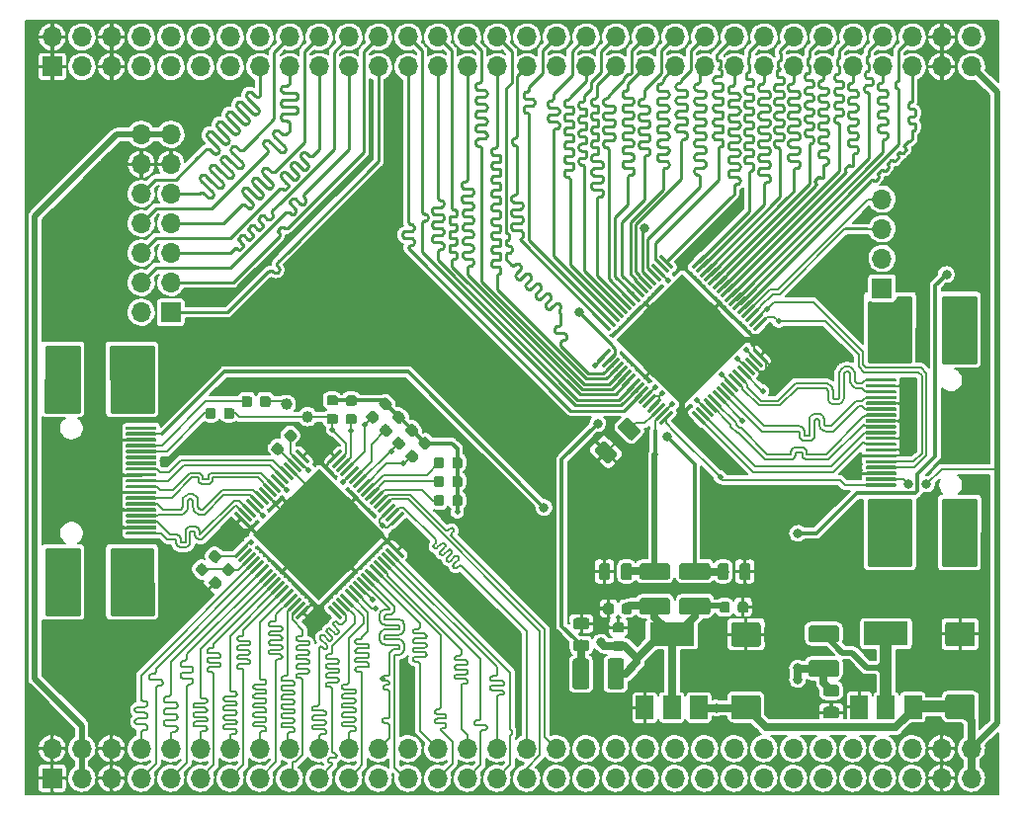
<source format=gtl>
G04 #@! TF.GenerationSoftware,KiCad,Pcbnew,(5.1.0-891-gf1f26a919-dirty)*
G04 #@! TF.CreationDate,2019-06-11T00:28:49+04:00*
G04 #@! TF.ProjectId,hdmishield,68646d69-7368-4696-956c-642e6b696361,rev?*
G04 #@! TF.SameCoordinates,Original*
G04 #@! TF.FileFunction,Copper,L1,Top*
G04 #@! TF.FilePolarity,Positive*
%FSLAX46Y46*%
G04 Gerber Fmt 4.6, Leading zero omitted, Abs format (unit mm)*
G04 Created by KiCad (PCBNEW (5.1.0-891-gf1f26a919-dirty)) date 2019-06-11 00:28:49*
%MOMM*%
%LPD*%
G04 APERTURE LIST*
%ADD10R,1.000000X1.000000*%
%ADD11O,2.700000X1.500000*%
%ADD12O,3.300000X1.500000*%
%ADD13R,2.500000X2.000000*%
%ADD14R,3.200000X2.000000*%
%ADD15C,0.100000*%
%ADD16C,0.300000*%
%ADD17O,1.700000X1.700000*%
%ADD18R,1.700000X1.700000*%
%ADD19C,1.000000*%
%ADD20C,0.500000*%
%ADD21C,8.000000*%
%ADD22C,0.300000*%
%ADD23C,0.875000*%
%ADD24C,1.250000*%
%ADD25R,1.500000X2.000000*%
%ADD26R,3.800000X2.000000*%
%ADD27C,1.425000*%
%ADD28C,0.975000*%
%ADD29C,2.075000*%
%ADD30C,0.800000*%
%ADD31C,0.500000*%
%ADD32C,0.200000*%
%ADD33C,0.250000*%
%ADD34C,1.000000*%
%ADD35C,0.700000*%
%ADD36C,0.254000*%
G04 APERTURE END LIST*
D10*
X48920400Y-59436000D03*
X125811280Y-55422800D03*
D11*
X48914100Y-63044500D03*
X48914100Y-77544500D03*
D12*
X54874100Y-77544500D03*
X54874100Y-63044500D03*
D13*
X48914100Y-78994500D03*
X48914100Y-61594500D03*
D14*
X54874100Y-78994500D03*
X54884100Y-61594500D03*
D15*
G36*
X56912133Y-72166467D02*
G01*
X56934100Y-72219500D01*
X56934100Y-72369500D01*
X56912133Y-72422533D01*
X56859100Y-72444500D01*
X54409100Y-72444500D01*
X54356067Y-72422533D01*
X54334100Y-72369500D01*
X54334100Y-72219500D01*
X54356067Y-72166467D01*
X54409100Y-72144500D01*
X56859100Y-72144500D01*
X56912133Y-72166467D01*
X56912133Y-72166467D01*
G37*
D16*
X55634100Y-72294500D03*
D15*
G36*
X56912133Y-71666467D02*
G01*
X56934100Y-71719500D01*
X56934100Y-71869500D01*
X56912133Y-71922533D01*
X56859100Y-71944500D01*
X54409100Y-71944500D01*
X54356067Y-71922533D01*
X54334100Y-71869500D01*
X54334100Y-71719500D01*
X54356067Y-71666467D01*
X54409100Y-71644500D01*
X56859100Y-71644500D01*
X56912133Y-71666467D01*
X56912133Y-71666467D01*
G37*
D16*
X55634100Y-71794500D03*
D15*
G36*
X56912133Y-71166467D02*
G01*
X56934100Y-71219500D01*
X56934100Y-71369500D01*
X56912133Y-71422533D01*
X56859100Y-71444500D01*
X54409100Y-71444500D01*
X54356067Y-71422533D01*
X54334100Y-71369500D01*
X54334100Y-71219500D01*
X54356067Y-71166467D01*
X54409100Y-71144500D01*
X56859100Y-71144500D01*
X56912133Y-71166467D01*
X56912133Y-71166467D01*
G37*
D16*
X55634100Y-71294500D03*
D15*
G36*
X56912133Y-70666467D02*
G01*
X56934100Y-70719500D01*
X56934100Y-70869500D01*
X56912133Y-70922533D01*
X56859100Y-70944500D01*
X54409100Y-70944500D01*
X54356067Y-70922533D01*
X54334100Y-70869500D01*
X54334100Y-70719500D01*
X54356067Y-70666467D01*
X54409100Y-70644500D01*
X56859100Y-70644500D01*
X56912133Y-70666467D01*
X56912133Y-70666467D01*
G37*
D16*
X55634100Y-70794500D03*
D15*
G36*
X56912133Y-69166467D02*
G01*
X56934100Y-69219500D01*
X56934100Y-69369500D01*
X56912133Y-69422533D01*
X56859100Y-69444500D01*
X54409100Y-69444500D01*
X54356067Y-69422533D01*
X54334100Y-69369500D01*
X54334100Y-69219500D01*
X54356067Y-69166467D01*
X54409100Y-69144500D01*
X56859100Y-69144500D01*
X56912133Y-69166467D01*
X56912133Y-69166467D01*
G37*
D16*
X55634100Y-69294500D03*
D15*
G36*
X56912133Y-68666467D02*
G01*
X56934100Y-68719500D01*
X56934100Y-68869500D01*
X56912133Y-68922533D01*
X56859100Y-68944500D01*
X54409100Y-68944500D01*
X54356067Y-68922533D01*
X54334100Y-68869500D01*
X54334100Y-68719500D01*
X54356067Y-68666467D01*
X54409100Y-68644500D01*
X56859100Y-68644500D01*
X56912133Y-68666467D01*
X56912133Y-68666467D01*
G37*
D16*
X55634100Y-68794500D03*
D15*
G36*
X56912133Y-65666467D02*
G01*
X56934100Y-65719500D01*
X56934100Y-65869500D01*
X56912133Y-65922533D01*
X56859100Y-65944500D01*
X54409100Y-65944500D01*
X54356067Y-65922533D01*
X54334100Y-65869500D01*
X54334100Y-65719500D01*
X54356067Y-65666467D01*
X54409100Y-65644500D01*
X56859100Y-65644500D01*
X56912133Y-65666467D01*
X56912133Y-65666467D01*
G37*
D16*
X55634100Y-65794500D03*
D15*
G36*
X56912133Y-66666467D02*
G01*
X56934100Y-66719500D01*
X56934100Y-66869500D01*
X56912133Y-66922533D01*
X56859100Y-66944500D01*
X54409100Y-66944500D01*
X54356067Y-66922533D01*
X54334100Y-66869500D01*
X54334100Y-66719500D01*
X54356067Y-66666467D01*
X54409100Y-66644500D01*
X56859100Y-66644500D01*
X56912133Y-66666467D01*
X56912133Y-66666467D01*
G37*
D16*
X55634100Y-66794500D03*
D15*
G36*
X56912133Y-66166467D02*
G01*
X56934100Y-66219500D01*
X56934100Y-66369500D01*
X56912133Y-66422533D01*
X56859100Y-66444500D01*
X54409100Y-66444500D01*
X54356067Y-66422533D01*
X54334100Y-66369500D01*
X54334100Y-66219500D01*
X54356067Y-66166467D01*
X54409100Y-66144500D01*
X56859100Y-66144500D01*
X56912133Y-66166467D01*
X56912133Y-66166467D01*
G37*
D16*
X55634100Y-66294500D03*
D15*
G36*
X56912133Y-74666467D02*
G01*
X56934100Y-74719500D01*
X56934100Y-74869500D01*
X56912133Y-74922533D01*
X56859100Y-74944500D01*
X54409100Y-74944500D01*
X54356067Y-74922533D01*
X54334100Y-74869500D01*
X54334100Y-74719500D01*
X54356067Y-74666467D01*
X54409100Y-74644500D01*
X56859100Y-74644500D01*
X56912133Y-74666467D01*
X56912133Y-74666467D01*
G37*
D16*
X55634100Y-74794500D03*
D15*
G36*
X56912133Y-74166467D02*
G01*
X56934100Y-74219500D01*
X56934100Y-74369500D01*
X56912133Y-74422533D01*
X56859100Y-74444500D01*
X54409100Y-74444500D01*
X54356067Y-74422533D01*
X54334100Y-74369500D01*
X54334100Y-74219500D01*
X54356067Y-74166467D01*
X54409100Y-74144500D01*
X56859100Y-74144500D01*
X56912133Y-74166467D01*
X56912133Y-74166467D01*
G37*
D16*
X55634100Y-74294500D03*
D15*
G36*
X56912133Y-73666467D02*
G01*
X56934100Y-73719500D01*
X56934100Y-73869500D01*
X56912133Y-73922533D01*
X56859100Y-73944500D01*
X54409100Y-73944500D01*
X54356067Y-73922533D01*
X54334100Y-73869500D01*
X54334100Y-73719500D01*
X54356067Y-73666467D01*
X54409100Y-73644500D01*
X56859100Y-73644500D01*
X56912133Y-73666467D01*
X56912133Y-73666467D01*
G37*
D16*
X55634100Y-73794500D03*
D15*
G36*
X56912133Y-73166467D02*
G01*
X56934100Y-73219500D01*
X56934100Y-73369500D01*
X56912133Y-73422533D01*
X56859100Y-73444500D01*
X54409100Y-73444500D01*
X54356067Y-73422533D01*
X54334100Y-73369500D01*
X54334100Y-73219500D01*
X54356067Y-73166467D01*
X54409100Y-73144500D01*
X56859100Y-73144500D01*
X56912133Y-73166467D01*
X56912133Y-73166467D01*
G37*
D16*
X55634100Y-73294500D03*
D15*
G36*
X56912133Y-72666467D02*
G01*
X56934100Y-72719500D01*
X56934100Y-72869500D01*
X56912133Y-72922533D01*
X56859100Y-72944500D01*
X54409100Y-72944500D01*
X54356067Y-72922533D01*
X54334100Y-72869500D01*
X54334100Y-72719500D01*
X54356067Y-72666467D01*
X54409100Y-72644500D01*
X56859100Y-72644500D01*
X56912133Y-72666467D01*
X56912133Y-72666467D01*
G37*
D16*
X55634100Y-72794500D03*
D15*
G36*
X56912133Y-70166467D02*
G01*
X56934100Y-70219500D01*
X56934100Y-70369500D01*
X56912133Y-70422533D01*
X56859100Y-70444500D01*
X54409100Y-70444500D01*
X54356067Y-70422533D01*
X54334100Y-70369500D01*
X54334100Y-70219500D01*
X54356067Y-70166467D01*
X54409100Y-70144500D01*
X56859100Y-70144500D01*
X56912133Y-70166467D01*
X56912133Y-70166467D01*
G37*
D16*
X55634100Y-70294500D03*
D15*
G36*
X56912133Y-69666467D02*
G01*
X56934100Y-69719500D01*
X56934100Y-69869500D01*
X56912133Y-69922533D01*
X56859100Y-69944500D01*
X54409100Y-69944500D01*
X54356067Y-69922533D01*
X54334100Y-69869500D01*
X54334100Y-69719500D01*
X54356067Y-69666467D01*
X54409100Y-69644500D01*
X56859100Y-69644500D01*
X56912133Y-69666467D01*
X56912133Y-69666467D01*
G37*
D16*
X55634100Y-69794500D03*
D15*
G36*
X56912133Y-68166467D02*
G01*
X56934100Y-68219500D01*
X56934100Y-68369500D01*
X56912133Y-68422533D01*
X56859100Y-68444500D01*
X54409100Y-68444500D01*
X54356067Y-68422533D01*
X54334100Y-68369500D01*
X54334100Y-68219500D01*
X54356067Y-68166467D01*
X54409100Y-68144500D01*
X56859100Y-68144500D01*
X56912133Y-68166467D01*
X56912133Y-68166467D01*
G37*
D16*
X55634100Y-68294500D03*
D15*
G36*
X56912133Y-67666467D02*
G01*
X56934100Y-67719500D01*
X56934100Y-67869500D01*
X56912133Y-67922533D01*
X56859100Y-67944500D01*
X54409100Y-67944500D01*
X54356067Y-67922533D01*
X54334100Y-67869500D01*
X54334100Y-67719500D01*
X54356067Y-67666467D01*
X54409100Y-67644500D01*
X56859100Y-67644500D01*
X56912133Y-67666467D01*
X56912133Y-67666467D01*
G37*
D16*
X55634100Y-67794500D03*
D15*
G36*
X56912133Y-67166467D02*
G01*
X56934100Y-67219500D01*
X56934100Y-67369500D01*
X56912133Y-67422533D01*
X56859100Y-67444500D01*
X54409100Y-67444500D01*
X54356067Y-67422533D01*
X54334100Y-67369500D01*
X54334100Y-67219500D01*
X54356067Y-67166467D01*
X54409100Y-67144500D01*
X56859100Y-67144500D01*
X56912133Y-67166467D01*
X56912133Y-67166467D01*
G37*
D16*
X55634100Y-67294500D03*
D11*
X125736300Y-73417000D03*
X125736300Y-58917000D03*
D12*
X119776300Y-58917000D03*
X119776300Y-73417000D03*
D13*
X125736300Y-57467000D03*
X125736300Y-74867000D03*
D14*
X119776300Y-57467000D03*
X119766300Y-74867000D03*
D15*
G36*
X120294333Y-64038967D02*
G01*
X120316300Y-64092000D01*
X120316300Y-64242000D01*
X120294333Y-64295033D01*
X120241300Y-64317000D01*
X117791300Y-64317000D01*
X117738267Y-64295033D01*
X117716300Y-64242000D01*
X117716300Y-64092000D01*
X117738267Y-64038967D01*
X117791300Y-64017000D01*
X120241300Y-64017000D01*
X120294333Y-64038967D01*
X120294333Y-64038967D01*
G37*
D16*
X119016300Y-64167000D03*
D15*
G36*
X120294333Y-64538967D02*
G01*
X120316300Y-64592000D01*
X120316300Y-64742000D01*
X120294333Y-64795033D01*
X120241300Y-64817000D01*
X117791300Y-64817000D01*
X117738267Y-64795033D01*
X117716300Y-64742000D01*
X117716300Y-64592000D01*
X117738267Y-64538967D01*
X117791300Y-64517000D01*
X120241300Y-64517000D01*
X120294333Y-64538967D01*
X120294333Y-64538967D01*
G37*
D16*
X119016300Y-64667000D03*
D15*
G36*
X120294333Y-65038967D02*
G01*
X120316300Y-65092000D01*
X120316300Y-65242000D01*
X120294333Y-65295033D01*
X120241300Y-65317000D01*
X117791300Y-65317000D01*
X117738267Y-65295033D01*
X117716300Y-65242000D01*
X117716300Y-65092000D01*
X117738267Y-65038967D01*
X117791300Y-65017000D01*
X120241300Y-65017000D01*
X120294333Y-65038967D01*
X120294333Y-65038967D01*
G37*
D16*
X119016300Y-65167000D03*
D15*
G36*
X120294333Y-65538967D02*
G01*
X120316300Y-65592000D01*
X120316300Y-65742000D01*
X120294333Y-65795033D01*
X120241300Y-65817000D01*
X117791300Y-65817000D01*
X117738267Y-65795033D01*
X117716300Y-65742000D01*
X117716300Y-65592000D01*
X117738267Y-65538967D01*
X117791300Y-65517000D01*
X120241300Y-65517000D01*
X120294333Y-65538967D01*
X120294333Y-65538967D01*
G37*
D16*
X119016300Y-65667000D03*
D15*
G36*
X120294333Y-67038967D02*
G01*
X120316300Y-67092000D01*
X120316300Y-67242000D01*
X120294333Y-67295033D01*
X120241300Y-67317000D01*
X117791300Y-67317000D01*
X117738267Y-67295033D01*
X117716300Y-67242000D01*
X117716300Y-67092000D01*
X117738267Y-67038967D01*
X117791300Y-67017000D01*
X120241300Y-67017000D01*
X120294333Y-67038967D01*
X120294333Y-67038967D01*
G37*
D16*
X119016300Y-67167000D03*
D15*
G36*
X120294333Y-67538967D02*
G01*
X120316300Y-67592000D01*
X120316300Y-67742000D01*
X120294333Y-67795033D01*
X120241300Y-67817000D01*
X117791300Y-67817000D01*
X117738267Y-67795033D01*
X117716300Y-67742000D01*
X117716300Y-67592000D01*
X117738267Y-67538967D01*
X117791300Y-67517000D01*
X120241300Y-67517000D01*
X120294333Y-67538967D01*
X120294333Y-67538967D01*
G37*
D16*
X119016300Y-67667000D03*
D15*
G36*
X120294333Y-70538967D02*
G01*
X120316300Y-70592000D01*
X120316300Y-70742000D01*
X120294333Y-70795033D01*
X120241300Y-70817000D01*
X117791300Y-70817000D01*
X117738267Y-70795033D01*
X117716300Y-70742000D01*
X117716300Y-70592000D01*
X117738267Y-70538967D01*
X117791300Y-70517000D01*
X120241300Y-70517000D01*
X120294333Y-70538967D01*
X120294333Y-70538967D01*
G37*
D16*
X119016300Y-70667000D03*
D15*
G36*
X120294333Y-69538967D02*
G01*
X120316300Y-69592000D01*
X120316300Y-69742000D01*
X120294333Y-69795033D01*
X120241300Y-69817000D01*
X117791300Y-69817000D01*
X117738267Y-69795033D01*
X117716300Y-69742000D01*
X117716300Y-69592000D01*
X117738267Y-69538967D01*
X117791300Y-69517000D01*
X120241300Y-69517000D01*
X120294333Y-69538967D01*
X120294333Y-69538967D01*
G37*
D16*
X119016300Y-69667000D03*
D15*
G36*
X120294333Y-70038967D02*
G01*
X120316300Y-70092000D01*
X120316300Y-70242000D01*
X120294333Y-70295033D01*
X120241300Y-70317000D01*
X117791300Y-70317000D01*
X117738267Y-70295033D01*
X117716300Y-70242000D01*
X117716300Y-70092000D01*
X117738267Y-70038967D01*
X117791300Y-70017000D01*
X120241300Y-70017000D01*
X120294333Y-70038967D01*
X120294333Y-70038967D01*
G37*
D16*
X119016300Y-70167000D03*
D15*
G36*
X120294333Y-61538967D02*
G01*
X120316300Y-61592000D01*
X120316300Y-61742000D01*
X120294333Y-61795033D01*
X120241300Y-61817000D01*
X117791300Y-61817000D01*
X117738267Y-61795033D01*
X117716300Y-61742000D01*
X117716300Y-61592000D01*
X117738267Y-61538967D01*
X117791300Y-61517000D01*
X120241300Y-61517000D01*
X120294333Y-61538967D01*
X120294333Y-61538967D01*
G37*
D16*
X119016300Y-61667000D03*
D15*
G36*
X120294333Y-62038967D02*
G01*
X120316300Y-62092000D01*
X120316300Y-62242000D01*
X120294333Y-62295033D01*
X120241300Y-62317000D01*
X117791300Y-62317000D01*
X117738267Y-62295033D01*
X117716300Y-62242000D01*
X117716300Y-62092000D01*
X117738267Y-62038967D01*
X117791300Y-62017000D01*
X120241300Y-62017000D01*
X120294333Y-62038967D01*
X120294333Y-62038967D01*
G37*
D16*
X119016300Y-62167000D03*
D15*
G36*
X120294333Y-62538967D02*
G01*
X120316300Y-62592000D01*
X120316300Y-62742000D01*
X120294333Y-62795033D01*
X120241300Y-62817000D01*
X117791300Y-62817000D01*
X117738267Y-62795033D01*
X117716300Y-62742000D01*
X117716300Y-62592000D01*
X117738267Y-62538967D01*
X117791300Y-62517000D01*
X120241300Y-62517000D01*
X120294333Y-62538967D01*
X120294333Y-62538967D01*
G37*
D16*
X119016300Y-62667000D03*
D15*
G36*
X120294333Y-63038967D02*
G01*
X120316300Y-63092000D01*
X120316300Y-63242000D01*
X120294333Y-63295033D01*
X120241300Y-63317000D01*
X117791300Y-63317000D01*
X117738267Y-63295033D01*
X117716300Y-63242000D01*
X117716300Y-63092000D01*
X117738267Y-63038967D01*
X117791300Y-63017000D01*
X120241300Y-63017000D01*
X120294333Y-63038967D01*
X120294333Y-63038967D01*
G37*
D16*
X119016300Y-63167000D03*
D15*
G36*
X120294333Y-63538967D02*
G01*
X120316300Y-63592000D01*
X120316300Y-63742000D01*
X120294333Y-63795033D01*
X120241300Y-63817000D01*
X117791300Y-63817000D01*
X117738267Y-63795033D01*
X117716300Y-63742000D01*
X117716300Y-63592000D01*
X117738267Y-63538967D01*
X117791300Y-63517000D01*
X120241300Y-63517000D01*
X120294333Y-63538967D01*
X120294333Y-63538967D01*
G37*
D16*
X119016300Y-63667000D03*
D15*
G36*
X120294333Y-66038967D02*
G01*
X120316300Y-66092000D01*
X120316300Y-66242000D01*
X120294333Y-66295033D01*
X120241300Y-66317000D01*
X117791300Y-66317000D01*
X117738267Y-66295033D01*
X117716300Y-66242000D01*
X117716300Y-66092000D01*
X117738267Y-66038967D01*
X117791300Y-66017000D01*
X120241300Y-66017000D01*
X120294333Y-66038967D01*
X120294333Y-66038967D01*
G37*
D16*
X119016300Y-66167000D03*
D15*
G36*
X120294333Y-66538967D02*
G01*
X120316300Y-66592000D01*
X120316300Y-66742000D01*
X120294333Y-66795033D01*
X120241300Y-66817000D01*
X117791300Y-66817000D01*
X117738267Y-66795033D01*
X117716300Y-66742000D01*
X117716300Y-66592000D01*
X117738267Y-66538967D01*
X117791300Y-66517000D01*
X120241300Y-66517000D01*
X120294333Y-66538967D01*
X120294333Y-66538967D01*
G37*
D16*
X119016300Y-66667000D03*
D15*
G36*
X120294333Y-68038967D02*
G01*
X120316300Y-68092000D01*
X120316300Y-68242000D01*
X120294333Y-68295033D01*
X120241300Y-68317000D01*
X117791300Y-68317000D01*
X117738267Y-68295033D01*
X117716300Y-68242000D01*
X117716300Y-68092000D01*
X117738267Y-68038967D01*
X117791300Y-68017000D01*
X120241300Y-68017000D01*
X120294333Y-68038967D01*
X120294333Y-68038967D01*
G37*
D16*
X119016300Y-68167000D03*
D15*
G36*
X120294333Y-68538967D02*
G01*
X120316300Y-68592000D01*
X120316300Y-68742000D01*
X120294333Y-68795033D01*
X120241300Y-68817000D01*
X117791300Y-68817000D01*
X117738267Y-68795033D01*
X117716300Y-68742000D01*
X117716300Y-68592000D01*
X117738267Y-68538967D01*
X117791300Y-68517000D01*
X120241300Y-68517000D01*
X120294333Y-68538967D01*
X120294333Y-68538967D01*
G37*
D16*
X119016300Y-68667000D03*
D15*
G36*
X120294333Y-69038967D02*
G01*
X120316300Y-69092000D01*
X120316300Y-69242000D01*
X120294333Y-69295033D01*
X120241300Y-69317000D01*
X117791300Y-69317000D01*
X117738267Y-69295033D01*
X117716300Y-69242000D01*
X117716300Y-69092000D01*
X117738267Y-69038967D01*
X117791300Y-69017000D01*
X120241300Y-69017000D01*
X120294333Y-69038967D01*
X120294333Y-69038967D01*
G37*
D16*
X119016300Y-69167000D03*
D17*
X55651400Y-40627300D03*
X58191400Y-40627300D03*
X55651400Y-43167300D03*
X58191400Y-43167300D03*
X55651400Y-45707300D03*
X58191400Y-45707300D03*
X55651400Y-48247300D03*
X58191400Y-48247300D03*
X55651400Y-50787300D03*
X58191400Y-50787300D03*
X55651400Y-53327300D03*
X58191400Y-53327300D03*
X55651400Y-55867300D03*
D18*
X58191400Y-55867300D03*
D19*
X68072000Y-63754000D03*
X69900800Y-64820800D03*
D20*
X69946761Y-71253045D03*
X70866000Y-70333806D03*
X68108284Y-73091522D03*
X69027522Y-72172284D03*
X66269806Y-74930000D03*
X67189045Y-74010761D03*
X70866000Y-72172284D03*
X71785239Y-71253045D03*
X69027522Y-74010761D03*
X69946761Y-73091522D03*
X67189045Y-75849239D03*
X68108284Y-74930000D03*
X72704478Y-72172284D03*
X69946761Y-74930000D03*
X70866000Y-74010761D03*
X69027522Y-75849239D03*
X71785239Y-73091522D03*
X68108284Y-76768478D03*
X73623716Y-73091522D03*
X70866000Y-75849239D03*
X71785239Y-74930000D03*
X69946761Y-76768478D03*
X72704478Y-74010761D03*
X69027522Y-77687716D03*
X70866000Y-77687716D03*
X73623716Y-74930000D03*
X69946761Y-78606955D03*
X74542955Y-74010761D03*
X71785239Y-76768478D03*
X72704478Y-75849239D03*
X70866000Y-79526194D03*
X71785239Y-78606955D03*
X72704478Y-77687716D03*
X73623716Y-76768478D03*
X74542955Y-75849239D03*
X75462194Y-74930000D03*
D21*
X70866000Y-74930000D03*
D15*
G36*
X70866000Y-69273146D02*
G01*
X76522854Y-74930000D01*
X70866000Y-80586854D01*
X65209146Y-74930000D01*
X70866000Y-69273146D01*
X70866000Y-69273146D01*
G37*
D16*
X77548159Y-76308858D03*
D22*
X77972423Y-76733122D02*
X77123895Y-75884594D01*
D16*
X77194606Y-76662412D03*
D22*
X77618870Y-77086676D02*
X76770342Y-76238148D01*
D16*
X76841052Y-77015965D03*
D22*
X77265316Y-77440229D02*
X76416788Y-76591701D01*
D16*
X76487499Y-77369518D03*
D22*
X76911763Y-77793782D02*
X76063235Y-76945254D01*
D16*
X76133946Y-77723072D03*
D22*
X76558210Y-78147336D02*
X75709682Y-77298808D01*
D16*
X75780392Y-78076625D03*
D22*
X76204656Y-78500889D02*
X75356128Y-77652361D01*
D16*
X75426839Y-78430179D03*
D22*
X75851103Y-78854443D02*
X75002575Y-78005915D01*
D16*
X75073285Y-78783732D03*
D22*
X75497549Y-79207996D02*
X74649021Y-78359468D01*
D16*
X74719732Y-79137285D03*
D22*
X75143996Y-79561549D02*
X74295468Y-78713021D01*
D16*
X74366179Y-79490839D03*
D22*
X74790443Y-79915103D02*
X73941915Y-79066575D01*
D16*
X74012625Y-79844392D03*
D22*
X74436889Y-80268656D02*
X73588361Y-79420128D01*
D16*
X73659072Y-80197946D03*
D22*
X74083336Y-80622210D02*
X73234808Y-79773682D01*
D16*
X73305518Y-80551499D03*
D22*
X73729782Y-80975763D02*
X72881254Y-80127235D01*
D16*
X72951965Y-80905052D03*
D22*
X73376229Y-81329316D02*
X72527701Y-80480788D01*
D16*
X72598412Y-81258606D03*
D22*
X73022676Y-81682870D02*
X72174148Y-80834342D01*
D16*
X72244858Y-81612159D03*
D22*
X72669122Y-82036423D02*
X71820594Y-81187895D01*
D16*
X69487142Y-81612159D03*
D22*
X69911406Y-81187895D02*
X69062878Y-82036423D01*
D16*
X69133588Y-81258606D03*
D22*
X69557852Y-80834342D02*
X68709324Y-81682870D01*
D16*
X68780035Y-80905052D03*
D22*
X69204299Y-80480788D02*
X68355771Y-81329316D01*
D16*
X68426482Y-80551499D03*
D22*
X68850746Y-80127235D02*
X68002218Y-80975763D01*
D16*
X68072928Y-80197946D03*
D22*
X68497192Y-79773682D02*
X67648664Y-80622210D01*
D16*
X67719375Y-79844392D03*
D22*
X68143639Y-79420128D02*
X67295111Y-80268656D01*
D16*
X67365821Y-79490839D03*
D22*
X67790085Y-79066575D02*
X66941557Y-79915103D01*
D16*
X67012268Y-79137285D03*
D22*
X67436532Y-78713021D02*
X66588004Y-79561549D01*
D16*
X66658715Y-78783732D03*
D22*
X67082979Y-78359468D02*
X66234451Y-79207996D01*
D16*
X66305161Y-78430179D03*
D22*
X66729425Y-78005915D02*
X65880897Y-78854443D01*
D16*
X65951608Y-78076625D03*
D22*
X66375872Y-77652361D02*
X65527344Y-78500889D01*
D16*
X65598054Y-77723072D03*
D22*
X66022318Y-77298808D02*
X65173790Y-78147336D01*
D16*
X65244501Y-77369518D03*
D22*
X65668765Y-76945254D02*
X64820237Y-77793782D01*
D16*
X64890948Y-77015965D03*
D22*
X65315212Y-76591701D02*
X64466684Y-77440229D01*
D16*
X64537394Y-76662412D03*
D22*
X64961658Y-76238148D02*
X64113130Y-77086676D01*
D16*
X64183841Y-76308858D03*
D22*
X64608105Y-75884594D02*
X63759577Y-76733122D01*
D16*
X64183841Y-73551142D03*
D22*
X64608105Y-73975406D02*
X63759577Y-73126878D01*
D16*
X64537394Y-73197588D03*
D22*
X64961658Y-73621852D02*
X64113130Y-72773324D01*
D16*
X64890948Y-72844035D03*
D22*
X65315212Y-73268299D02*
X64466684Y-72419771D01*
D16*
X65244501Y-72490482D03*
D22*
X65668765Y-72914746D02*
X64820237Y-72066218D01*
D16*
X65598054Y-72136928D03*
D22*
X66022318Y-72561192D02*
X65173790Y-71712664D01*
D16*
X65951608Y-71783375D03*
D22*
X66375872Y-72207639D02*
X65527344Y-71359111D01*
D16*
X66305161Y-71429821D03*
D22*
X66729425Y-71854085D02*
X65880897Y-71005557D01*
D16*
X66658715Y-71076268D03*
D22*
X67082979Y-71500532D02*
X66234451Y-70652004D01*
D16*
X67012268Y-70722715D03*
D22*
X67436532Y-71146979D02*
X66588004Y-70298451D01*
D16*
X67365821Y-70369161D03*
D22*
X67790085Y-70793425D02*
X66941557Y-69944897D01*
D16*
X67719375Y-70015608D03*
D22*
X68143639Y-70439872D02*
X67295111Y-69591344D01*
D16*
X68072928Y-69662054D03*
D22*
X68497192Y-70086318D02*
X67648664Y-69237790D01*
D16*
X68426482Y-69308501D03*
D22*
X68850746Y-69732765D02*
X68002218Y-68884237D01*
D16*
X68780035Y-68954948D03*
D22*
X69204299Y-69379212D02*
X68355771Y-68530684D01*
D16*
X69133588Y-68601394D03*
D22*
X69557852Y-69025658D02*
X68709324Y-68177130D01*
D16*
X69487142Y-68247841D03*
D22*
X69911406Y-68672105D02*
X69062878Y-67823577D01*
D16*
X72244858Y-68247841D03*
D22*
X72669122Y-67823577D02*
X71820594Y-68672105D01*
D16*
X72598412Y-68601394D03*
D22*
X73022676Y-68177130D02*
X72174148Y-69025658D01*
D16*
X72951965Y-68954948D03*
D22*
X73376229Y-68530684D02*
X72527701Y-69379212D01*
D16*
X73305518Y-69308501D03*
D22*
X73729782Y-68884237D02*
X72881254Y-69732765D01*
D16*
X73659072Y-69662054D03*
D22*
X74083336Y-69237790D02*
X73234808Y-70086318D01*
D16*
X74012625Y-70015608D03*
D22*
X74436889Y-69591344D02*
X73588361Y-70439872D01*
D16*
X74366179Y-70369161D03*
D22*
X74790443Y-69944897D02*
X73941915Y-70793425D01*
D16*
X74719732Y-70722715D03*
D22*
X75143996Y-70298451D02*
X74295468Y-71146979D01*
D16*
X75073285Y-71076268D03*
D22*
X75497549Y-70652004D02*
X74649021Y-71500532D01*
D16*
X75426839Y-71429821D03*
D22*
X75851103Y-71005557D02*
X75002575Y-71854085D01*
D16*
X75780392Y-71783375D03*
D22*
X76204656Y-71359111D02*
X75356128Y-72207639D01*
D16*
X76133946Y-72136928D03*
D22*
X76558210Y-71712664D02*
X75709682Y-72561192D01*
D16*
X76487499Y-72490482D03*
D22*
X76911763Y-72066218D02*
X76063235Y-72914746D01*
D16*
X76841052Y-72844035D03*
D22*
X77265316Y-72419771D02*
X76416788Y-73268299D01*
D16*
X77194606Y-73197588D03*
D22*
X77618870Y-72773324D02*
X76770342Y-73621852D01*
D16*
X77548159Y-73551142D03*
D22*
X77972423Y-73126878D02*
X77123895Y-73975406D01*
D15*
G36*
X63477624Y-64059912D02*
G01*
X63551213Y-64113378D01*
X63596694Y-64192153D01*
X63607400Y-64259750D01*
X63607400Y-64772250D01*
X63588488Y-64861224D01*
X63535022Y-64934813D01*
X63456247Y-64980294D01*
X63388650Y-64991000D01*
X62951150Y-64991000D01*
X62862176Y-64972088D01*
X62788587Y-64918622D01*
X62743106Y-64839847D01*
X62732400Y-64772250D01*
X62732400Y-64259750D01*
X62751312Y-64170776D01*
X62804778Y-64097187D01*
X62883553Y-64051706D01*
X62951150Y-64041000D01*
X63388650Y-64041000D01*
X63477624Y-64059912D01*
X63477624Y-64059912D01*
G37*
D23*
X63169900Y-64516000D03*
D15*
G36*
X61902624Y-64059912D02*
G01*
X61976213Y-64113378D01*
X62021694Y-64192153D01*
X62032400Y-64259750D01*
X62032400Y-64772250D01*
X62013488Y-64861224D01*
X61960022Y-64934813D01*
X61881247Y-64980294D01*
X61813650Y-64991000D01*
X61376150Y-64991000D01*
X61287176Y-64972088D01*
X61213587Y-64918622D01*
X61168106Y-64839847D01*
X61157400Y-64772250D01*
X61157400Y-64259750D01*
X61176312Y-64170776D01*
X61229778Y-64097187D01*
X61308553Y-64051706D01*
X61376150Y-64041000D01*
X61813650Y-64041000D01*
X61902624Y-64059912D01*
X61902624Y-64059912D01*
G37*
D23*
X61594900Y-64516000D03*
D15*
G36*
X83032014Y-71533766D02*
G01*
X83105603Y-71587232D01*
X83151084Y-71666007D01*
X83161790Y-71733604D01*
X83161790Y-72246104D01*
X83142878Y-72335078D01*
X83089412Y-72408667D01*
X83010637Y-72454148D01*
X82943040Y-72464854D01*
X82505540Y-72464854D01*
X82416566Y-72445942D01*
X82342977Y-72392476D01*
X82297496Y-72313701D01*
X82286790Y-72246104D01*
X82286790Y-71733604D01*
X82305702Y-71644630D01*
X82359168Y-71571041D01*
X82437943Y-71525560D01*
X82505540Y-71514854D01*
X82943040Y-71514854D01*
X83032014Y-71533766D01*
X83032014Y-71533766D01*
G37*
D23*
X82724290Y-71989854D03*
D15*
G36*
X81457014Y-71533766D02*
G01*
X81530603Y-71587232D01*
X81576084Y-71666007D01*
X81586790Y-71733604D01*
X81586790Y-72246104D01*
X81567878Y-72335078D01*
X81514412Y-72408667D01*
X81435637Y-72454148D01*
X81368040Y-72464854D01*
X80930540Y-72464854D01*
X80841566Y-72445942D01*
X80767977Y-72392476D01*
X80722496Y-72313701D01*
X80711790Y-72246104D01*
X80711790Y-71733604D01*
X80730702Y-71644630D01*
X80784168Y-71571041D01*
X80862943Y-71525560D01*
X80930540Y-71514854D01*
X81368040Y-71514854D01*
X81457014Y-71533766D01*
X81457014Y-71533766D01*
G37*
D23*
X81149290Y-71989854D03*
D15*
G36*
X83032014Y-68300874D02*
G01*
X83105603Y-68354340D01*
X83151084Y-68433115D01*
X83161790Y-68500712D01*
X83161790Y-69013212D01*
X83142878Y-69102186D01*
X83089412Y-69175775D01*
X83010637Y-69221256D01*
X82943040Y-69231962D01*
X82505540Y-69231962D01*
X82416566Y-69213050D01*
X82342977Y-69159584D01*
X82297496Y-69080809D01*
X82286790Y-69013212D01*
X82286790Y-68500712D01*
X82305702Y-68411738D01*
X82359168Y-68338149D01*
X82437943Y-68292668D01*
X82505540Y-68281962D01*
X82943040Y-68281962D01*
X83032014Y-68300874D01*
X83032014Y-68300874D01*
G37*
D23*
X82724290Y-68756962D03*
D15*
G36*
X81457014Y-68300874D02*
G01*
X81530603Y-68354340D01*
X81576084Y-68433115D01*
X81586790Y-68500712D01*
X81586790Y-69013212D01*
X81567878Y-69102186D01*
X81514412Y-69175775D01*
X81435637Y-69221256D01*
X81368040Y-69231962D01*
X80930540Y-69231962D01*
X80841566Y-69213050D01*
X80767977Y-69159584D01*
X80722496Y-69080809D01*
X80711790Y-69013212D01*
X80711790Y-68500712D01*
X80730702Y-68411738D01*
X80784168Y-68338149D01*
X80862943Y-68292668D01*
X80930540Y-68281962D01*
X81368040Y-68281962D01*
X81457014Y-68300874D01*
X81457014Y-68300874D01*
G37*
D23*
X81149290Y-68756962D03*
D15*
G36*
X66576424Y-63043912D02*
G01*
X66650013Y-63097378D01*
X66695494Y-63176153D01*
X66706200Y-63243750D01*
X66706200Y-63756250D01*
X66687288Y-63845224D01*
X66633822Y-63918813D01*
X66555047Y-63964294D01*
X66487450Y-63975000D01*
X66049950Y-63975000D01*
X65960976Y-63956088D01*
X65887387Y-63902622D01*
X65841906Y-63823847D01*
X65831200Y-63756250D01*
X65831200Y-63243750D01*
X65850112Y-63154776D01*
X65903578Y-63081187D01*
X65982353Y-63035706D01*
X66049950Y-63025000D01*
X66487450Y-63025000D01*
X66576424Y-63043912D01*
X66576424Y-63043912D01*
G37*
D23*
X66268700Y-63500000D03*
D15*
G36*
X65001424Y-63043912D02*
G01*
X65075013Y-63097378D01*
X65120494Y-63176153D01*
X65131200Y-63243750D01*
X65131200Y-63756250D01*
X65112288Y-63845224D01*
X65058822Y-63918813D01*
X64980047Y-63964294D01*
X64912450Y-63975000D01*
X64474950Y-63975000D01*
X64385976Y-63956088D01*
X64312387Y-63902622D01*
X64266906Y-63823847D01*
X64256200Y-63756250D01*
X64256200Y-63243750D01*
X64275112Y-63154776D01*
X64328578Y-63081187D01*
X64407353Y-63035706D01*
X64474950Y-63025000D01*
X64912450Y-63025000D01*
X65001424Y-63043912D01*
X65001424Y-63043912D01*
G37*
D23*
X64693700Y-63500000D03*
D15*
G36*
X83032014Y-69917320D02*
G01*
X83105603Y-69970786D01*
X83151084Y-70049561D01*
X83161790Y-70117158D01*
X83161790Y-70629658D01*
X83142878Y-70718632D01*
X83089412Y-70792221D01*
X83010637Y-70837702D01*
X82943040Y-70848408D01*
X82505540Y-70848408D01*
X82416566Y-70829496D01*
X82342977Y-70776030D01*
X82297496Y-70697255D01*
X82286790Y-70629658D01*
X82286790Y-70117158D01*
X82305702Y-70028184D01*
X82359168Y-69954595D01*
X82437943Y-69909114D01*
X82505540Y-69898408D01*
X82943040Y-69898408D01*
X83032014Y-69917320D01*
X83032014Y-69917320D01*
G37*
D23*
X82724290Y-70373408D03*
D15*
G36*
X81457014Y-69917320D02*
G01*
X81530603Y-69970786D01*
X81576084Y-70049561D01*
X81586790Y-70117158D01*
X81586790Y-70629658D01*
X81567878Y-70718632D01*
X81514412Y-70792221D01*
X81435637Y-70837702D01*
X81368040Y-70848408D01*
X80930540Y-70848408D01*
X80841566Y-70829496D01*
X80767977Y-70776030D01*
X80722496Y-70697255D01*
X80711790Y-70629658D01*
X80711790Y-70117158D01*
X80730702Y-70028184D01*
X80784168Y-69954595D01*
X80862943Y-69909114D01*
X80930540Y-69898408D01*
X81368040Y-69898408D01*
X81457014Y-69917320D01*
X81457014Y-69917320D01*
G37*
D23*
X81149290Y-70373408D03*
D15*
G36*
X77787801Y-64321289D02*
G01*
X77843171Y-64361517D01*
X78205564Y-64723910D01*
X78255105Y-64800197D01*
X78269334Y-64890038D01*
X78245792Y-64977900D01*
X78205564Y-65033270D01*
X77896205Y-65342629D01*
X77819918Y-65392170D01*
X77730077Y-65406399D01*
X77642215Y-65382857D01*
X77586845Y-65342629D01*
X77224452Y-64980236D01*
X77174911Y-64903949D01*
X77160682Y-64814108D01*
X77184224Y-64726246D01*
X77224452Y-64670876D01*
X77533811Y-64361517D01*
X77610098Y-64311976D01*
X77699939Y-64297747D01*
X77787801Y-64321289D01*
X77787801Y-64321289D01*
G37*
D23*
X77715008Y-64852073D03*
D15*
G36*
X76674107Y-65434983D02*
G01*
X76729477Y-65475211D01*
X77091870Y-65837604D01*
X77141411Y-65913891D01*
X77155640Y-66003732D01*
X77132098Y-66091594D01*
X77091870Y-66146964D01*
X76782511Y-66456323D01*
X76706224Y-66505864D01*
X76616383Y-66520093D01*
X76528521Y-66496551D01*
X76473151Y-66456323D01*
X76110758Y-66093930D01*
X76061217Y-66017643D01*
X76046988Y-65927802D01*
X76070530Y-65839940D01*
X76110758Y-65784570D01*
X76420117Y-65475211D01*
X76496404Y-65425670D01*
X76586245Y-65411441D01*
X76674107Y-65434983D01*
X76674107Y-65434983D01*
G37*
D23*
X76601314Y-65965767D03*
D15*
G36*
X62063446Y-78512063D02*
G01*
X62118816Y-78552291D01*
X62481209Y-78914684D01*
X62530750Y-78990971D01*
X62544979Y-79080812D01*
X62521437Y-79168674D01*
X62481209Y-79224044D01*
X62171850Y-79533403D01*
X62095563Y-79582944D01*
X62005722Y-79597173D01*
X61917860Y-79573631D01*
X61862490Y-79533403D01*
X61500097Y-79171010D01*
X61450556Y-79094723D01*
X61436327Y-79004882D01*
X61459869Y-78917020D01*
X61500097Y-78861650D01*
X61809456Y-78552291D01*
X61885743Y-78502750D01*
X61975584Y-78488521D01*
X62063446Y-78512063D01*
X62063446Y-78512063D01*
G37*
D23*
X61990653Y-79042847D03*
D15*
G36*
X63177140Y-77398369D02*
G01*
X63232510Y-77438597D01*
X63594903Y-77800990D01*
X63644444Y-77877277D01*
X63658673Y-77967118D01*
X63635131Y-78054980D01*
X63594903Y-78110350D01*
X63285544Y-78419709D01*
X63209257Y-78469250D01*
X63119416Y-78483479D01*
X63031554Y-78459937D01*
X62976184Y-78419709D01*
X62613791Y-78057316D01*
X62564250Y-77981029D01*
X62550021Y-77891188D01*
X62573563Y-77803326D01*
X62613791Y-77747956D01*
X62923150Y-77438597D01*
X62999437Y-77389056D01*
X63089278Y-77374827D01*
X63177140Y-77398369D01*
X63177140Y-77398369D01*
G37*
D23*
X63104347Y-77929153D03*
D15*
G36*
X60920446Y-77369063D02*
G01*
X60975816Y-77409291D01*
X61338209Y-77771684D01*
X61387750Y-77847971D01*
X61401979Y-77937812D01*
X61378437Y-78025674D01*
X61338209Y-78081044D01*
X61028850Y-78390403D01*
X60952563Y-78439944D01*
X60862722Y-78454173D01*
X60774860Y-78430631D01*
X60719490Y-78390403D01*
X60357097Y-78028010D01*
X60307556Y-77951723D01*
X60293327Y-77861882D01*
X60316869Y-77774020D01*
X60357097Y-77718650D01*
X60666456Y-77409291D01*
X60742743Y-77359750D01*
X60832584Y-77345521D01*
X60920446Y-77369063D01*
X60920446Y-77369063D01*
G37*
D23*
X60847653Y-77899847D03*
D15*
G36*
X62034140Y-76255369D02*
G01*
X62089510Y-76295597D01*
X62451903Y-76657990D01*
X62501444Y-76734277D01*
X62515673Y-76824118D01*
X62492131Y-76911980D01*
X62451903Y-76967350D01*
X62142544Y-77276709D01*
X62066257Y-77326250D01*
X61976416Y-77340479D01*
X61888554Y-77316937D01*
X61833184Y-77276709D01*
X61470791Y-76914316D01*
X61421250Y-76838029D01*
X61407021Y-76748188D01*
X61430563Y-76660326D01*
X61470791Y-76604956D01*
X61780150Y-76295597D01*
X61856437Y-76246056D01*
X61946278Y-76231827D01*
X62034140Y-76255369D01*
X62034140Y-76255369D01*
G37*
D23*
X61961347Y-76786153D03*
D15*
G36*
X72355046Y-64569925D02*
G01*
X72428635Y-64623391D01*
X72474116Y-64702166D01*
X72484822Y-64769763D01*
X72484822Y-65207263D01*
X72465910Y-65296237D01*
X72412444Y-65369826D01*
X72333669Y-65415307D01*
X72266072Y-65426013D01*
X71753572Y-65426013D01*
X71664598Y-65407101D01*
X71591009Y-65353635D01*
X71545528Y-65274860D01*
X71534822Y-65207263D01*
X71534822Y-64769763D01*
X71553734Y-64680789D01*
X71607200Y-64607200D01*
X71685975Y-64561719D01*
X71753572Y-64551013D01*
X72266072Y-64551013D01*
X72355046Y-64569925D01*
X72355046Y-64569925D01*
G37*
D23*
X72009822Y-64988513D03*
D15*
G36*
X72355046Y-62994925D02*
G01*
X72428635Y-63048391D01*
X72474116Y-63127166D01*
X72484822Y-63194763D01*
X72484822Y-63632263D01*
X72465910Y-63721237D01*
X72412444Y-63794826D01*
X72333669Y-63840307D01*
X72266072Y-63851013D01*
X71753572Y-63851013D01*
X71664598Y-63832101D01*
X71591009Y-63778635D01*
X71545528Y-63699860D01*
X71534822Y-63632263D01*
X71534822Y-63194763D01*
X71553734Y-63105789D01*
X71607200Y-63032200D01*
X71685975Y-62986719D01*
X71753572Y-62976013D01*
X72266072Y-62976013D01*
X72355046Y-62994925D01*
X72355046Y-62994925D01*
G37*
D23*
X72009822Y-63413513D03*
D15*
G36*
X73980390Y-64578269D02*
G01*
X74053979Y-64631735D01*
X74099460Y-64710510D01*
X74110166Y-64778107D01*
X74110166Y-65215607D01*
X74091254Y-65304581D01*
X74037788Y-65378170D01*
X73959013Y-65423651D01*
X73891416Y-65434357D01*
X73378916Y-65434357D01*
X73289942Y-65415445D01*
X73216353Y-65361979D01*
X73170872Y-65283204D01*
X73160166Y-65215607D01*
X73160166Y-64778107D01*
X73179078Y-64689133D01*
X73232544Y-64615544D01*
X73311319Y-64570063D01*
X73378916Y-64559357D01*
X73891416Y-64559357D01*
X73980390Y-64578269D01*
X73980390Y-64578269D01*
G37*
D23*
X73635166Y-64996857D03*
D15*
G36*
X73980390Y-63003269D02*
G01*
X74053979Y-63056735D01*
X74099460Y-63135510D01*
X74110166Y-63203107D01*
X74110166Y-63640607D01*
X74091254Y-63729581D01*
X74037788Y-63803170D01*
X73959013Y-63848651D01*
X73891416Y-63859357D01*
X73378916Y-63859357D01*
X73289942Y-63840445D01*
X73216353Y-63786979D01*
X73170872Y-63708204D01*
X73160166Y-63640607D01*
X73160166Y-63203107D01*
X73179078Y-63114133D01*
X73232544Y-63040544D01*
X73311319Y-62995063D01*
X73378916Y-62984357D01*
X73891416Y-62984357D01*
X73980390Y-63003269D01*
X73980390Y-63003269D01*
G37*
D23*
X73635166Y-63421857D03*
D15*
G36*
X75532292Y-64298455D02*
G01*
X75587662Y-64338683D01*
X75950055Y-64701076D01*
X75999596Y-64777363D01*
X76013825Y-64867204D01*
X75990283Y-64955066D01*
X75950055Y-65010436D01*
X75640696Y-65319795D01*
X75564409Y-65369336D01*
X75474568Y-65383565D01*
X75386706Y-65360023D01*
X75331336Y-65319795D01*
X74968943Y-64957402D01*
X74919402Y-64881115D01*
X74905173Y-64791274D01*
X74928715Y-64703412D01*
X74968943Y-64648042D01*
X75278302Y-64338683D01*
X75354589Y-64289142D01*
X75444430Y-64274913D01*
X75532292Y-64298455D01*
X75532292Y-64298455D01*
G37*
D23*
X75459499Y-64829239D03*
D15*
G36*
X76645986Y-63184761D02*
G01*
X76701356Y-63224989D01*
X77063749Y-63587382D01*
X77113290Y-63663669D01*
X77127519Y-63753510D01*
X77103977Y-63841372D01*
X77063749Y-63896742D01*
X76754390Y-64206101D01*
X76678103Y-64255642D01*
X76588262Y-64269871D01*
X76500400Y-64246329D01*
X76445030Y-64206101D01*
X76082637Y-63843708D01*
X76033096Y-63767421D01*
X76018867Y-63677580D01*
X76042409Y-63589718D01*
X76082637Y-63534348D01*
X76391996Y-63224989D01*
X76468283Y-63175448D01*
X76558124Y-63161219D01*
X76645986Y-63184761D01*
X76645986Y-63184761D01*
G37*
D23*
X76573193Y-63715545D03*
D15*
G36*
X77791707Y-66552583D02*
G01*
X77847077Y-66592811D01*
X78209470Y-66955204D01*
X78259011Y-67031491D01*
X78273240Y-67121332D01*
X78249698Y-67209194D01*
X78209470Y-67264564D01*
X77900111Y-67573923D01*
X77823824Y-67623464D01*
X77733983Y-67637693D01*
X77646121Y-67614151D01*
X77590751Y-67573923D01*
X77228358Y-67211530D01*
X77178817Y-67135243D01*
X77164588Y-67045402D01*
X77188130Y-66957540D01*
X77228358Y-66902170D01*
X77537717Y-66592811D01*
X77614004Y-66543270D01*
X77703845Y-66529041D01*
X77791707Y-66552583D01*
X77791707Y-66552583D01*
G37*
D23*
X77718914Y-67083367D03*
D15*
G36*
X78905401Y-65438889D02*
G01*
X78960771Y-65479117D01*
X79323164Y-65841510D01*
X79372705Y-65917797D01*
X79386934Y-66007638D01*
X79363392Y-66095500D01*
X79323164Y-66150870D01*
X79013805Y-66460229D01*
X78937518Y-66509770D01*
X78847677Y-66523999D01*
X78759815Y-66500457D01*
X78704445Y-66460229D01*
X78342052Y-66097836D01*
X78292511Y-66021549D01*
X78278282Y-65931708D01*
X78301824Y-65843846D01*
X78342052Y-65788476D01*
X78651411Y-65479117D01*
X78727698Y-65429576D01*
X78817539Y-65415347D01*
X78905401Y-65438889D01*
X78905401Y-65438889D01*
G37*
D23*
X78832608Y-65969673D03*
D15*
G36*
X78909307Y-67670183D02*
G01*
X78964677Y-67710411D01*
X79327070Y-68072804D01*
X79376611Y-68149091D01*
X79390840Y-68238932D01*
X79367298Y-68326794D01*
X79327070Y-68382164D01*
X79017711Y-68691523D01*
X78941424Y-68741064D01*
X78851583Y-68755293D01*
X78763721Y-68731751D01*
X78708351Y-68691523D01*
X78345958Y-68329130D01*
X78296417Y-68252843D01*
X78282188Y-68163002D01*
X78305730Y-68075140D01*
X78345958Y-68019770D01*
X78655317Y-67710411D01*
X78731604Y-67660870D01*
X78821445Y-67646641D01*
X78909307Y-67670183D01*
X78909307Y-67670183D01*
G37*
D23*
X78836514Y-68200967D03*
D15*
G36*
X80023001Y-66556489D02*
G01*
X80078371Y-66596717D01*
X80440764Y-66959110D01*
X80490305Y-67035397D01*
X80504534Y-67125238D01*
X80480992Y-67213100D01*
X80440764Y-67268470D01*
X80131405Y-67577829D01*
X80055118Y-67627370D01*
X79965277Y-67641599D01*
X79877415Y-67618057D01*
X79822045Y-67577829D01*
X79459652Y-67215436D01*
X79410111Y-67139149D01*
X79395882Y-67049308D01*
X79419424Y-66961446D01*
X79459652Y-66906076D01*
X79769011Y-66596717D01*
X79845298Y-66547176D01*
X79935139Y-66532947D01*
X80023001Y-66556489D01*
X80023001Y-66556489D01*
G37*
D23*
X79950208Y-67087273D03*
D15*
G36*
X68511140Y-65904869D02*
G01*
X68566510Y-65945097D01*
X68928903Y-66307490D01*
X68978444Y-66383777D01*
X68992673Y-66473618D01*
X68969131Y-66561480D01*
X68928903Y-66616850D01*
X68619544Y-66926209D01*
X68543257Y-66975750D01*
X68453416Y-66989979D01*
X68365554Y-66966437D01*
X68310184Y-66926209D01*
X67947791Y-66563816D01*
X67898250Y-66487529D01*
X67884021Y-66397688D01*
X67907563Y-66309826D01*
X67947791Y-66254456D01*
X68257150Y-65945097D01*
X68333437Y-65895556D01*
X68423278Y-65881327D01*
X68511140Y-65904869D01*
X68511140Y-65904869D01*
G37*
D23*
X68438347Y-66435653D03*
D15*
G36*
X67397446Y-67018563D02*
G01*
X67452816Y-67058791D01*
X67815209Y-67421184D01*
X67864750Y-67497471D01*
X67878979Y-67587312D01*
X67855437Y-67675174D01*
X67815209Y-67730544D01*
X67505850Y-68039903D01*
X67429563Y-68089444D01*
X67339722Y-68103673D01*
X67251860Y-68080131D01*
X67196490Y-68039903D01*
X66834097Y-67677510D01*
X66784556Y-67601223D01*
X66770327Y-67511382D01*
X66793869Y-67423520D01*
X66834097Y-67368150D01*
X67143456Y-67058791D01*
X67219743Y-67009250D01*
X67309584Y-66995021D01*
X67397446Y-67018563D01*
X67397446Y-67018563D01*
G37*
D23*
X67324653Y-67549347D03*
D18*
X119100600Y-53797200D03*
D17*
X119100600Y-51257200D03*
X119100600Y-48717200D03*
X119100600Y-46177200D03*
D15*
G36*
X95385445Y-66917372D02*
G01*
X95466551Y-66971565D01*
X96350435Y-67855449D01*
X96404628Y-67936555D01*
X96423658Y-68032226D01*
X96404628Y-68127897D01*
X96350435Y-68209003D01*
X95820105Y-68739333D01*
X95738999Y-68793526D01*
X95643328Y-68812556D01*
X95547657Y-68793526D01*
X95466551Y-68739333D01*
X94582667Y-67855449D01*
X94528474Y-67774343D01*
X94509444Y-67678672D01*
X94528474Y-67583001D01*
X94582667Y-67501895D01*
X95112997Y-66971565D01*
X95194103Y-66917372D01*
X95289774Y-66898342D01*
X95385445Y-66917372D01*
X95385445Y-66917372D01*
G37*
D24*
X95466551Y-67855449D03*
D15*
G36*
X97365343Y-64937474D02*
G01*
X97446449Y-64991667D01*
X98330333Y-65875551D01*
X98384526Y-65956657D01*
X98403556Y-66052328D01*
X98384526Y-66147999D01*
X98330333Y-66229105D01*
X97800003Y-66759435D01*
X97718897Y-66813628D01*
X97623226Y-66832658D01*
X97527555Y-66813628D01*
X97446449Y-66759435D01*
X96562565Y-65875551D01*
X96508372Y-65794445D01*
X96489342Y-65698774D01*
X96508372Y-65603103D01*
X96562565Y-65521997D01*
X97092895Y-64991667D01*
X97174001Y-64937474D01*
X97269672Y-64918444D01*
X97365343Y-64937474D01*
X97365343Y-64937474D01*
G37*
D24*
X97446449Y-65875551D03*
D20*
X102918406Y-61914094D03*
X101999167Y-62833333D03*
X104756883Y-60075617D03*
X103837645Y-60994855D03*
X106595361Y-58237139D03*
X105676122Y-59156378D03*
X101999167Y-60994855D03*
X101079928Y-61914094D03*
X103837645Y-59156378D03*
X102918406Y-60075617D03*
X105676122Y-57317900D03*
X104756883Y-58237139D03*
X100160689Y-60994855D03*
X102918406Y-58237139D03*
X101999167Y-59156378D03*
X103837645Y-57317900D03*
X101079928Y-60075617D03*
X104756883Y-56398661D03*
X99241451Y-60075617D03*
X101999167Y-57317900D03*
X101079928Y-58237139D03*
X102918406Y-56398661D03*
X100160689Y-59156378D03*
X103837645Y-55479423D03*
X101999167Y-55479423D03*
X99241451Y-58237139D03*
X102918406Y-54560184D03*
X98322212Y-59156378D03*
X101079928Y-56398661D03*
X100160689Y-57317900D03*
X101999167Y-53640945D03*
X101079928Y-54560184D03*
X100160689Y-55479423D03*
X99241451Y-56398661D03*
X98322212Y-57317900D03*
X97402973Y-58237139D03*
D21*
X101999167Y-58237139D03*
D15*
G36*
X101999167Y-63893993D02*
G01*
X96342313Y-58237139D01*
X101999167Y-52580285D01*
X107656021Y-58237139D01*
X101999167Y-63893993D01*
X101999167Y-63893993D01*
G37*
D16*
X95317008Y-56858281D03*
D22*
X94892744Y-56434017D02*
X95741272Y-57282545D01*
D16*
X95670561Y-56504727D03*
D22*
X95246297Y-56080463D02*
X96094825Y-56928991D01*
D16*
X96024115Y-56151174D03*
D22*
X95599851Y-55726910D02*
X96448379Y-56575438D01*
D16*
X96377668Y-55797621D03*
D22*
X95953404Y-55373357D02*
X96801932Y-56221885D01*
D16*
X96731221Y-55444067D03*
D22*
X96306957Y-55019803D02*
X97155485Y-55868331D01*
D16*
X97084775Y-55090514D03*
D22*
X96660511Y-54666250D02*
X97509039Y-55514778D01*
D16*
X97438328Y-54736960D03*
D22*
X97014064Y-54312696D02*
X97862592Y-55161224D01*
D16*
X97791882Y-54383407D03*
D22*
X97367618Y-53959143D02*
X98216146Y-54807671D01*
D16*
X98145435Y-54029854D03*
D22*
X97721171Y-53605590D02*
X98569699Y-54454118D01*
D16*
X98498988Y-53676300D03*
D22*
X98074724Y-53252036D02*
X98923252Y-54100564D01*
D16*
X98852542Y-53322747D03*
D22*
X98428278Y-52898483D02*
X99276806Y-53747011D01*
D16*
X99206095Y-52969193D03*
D22*
X98781831Y-52544929D02*
X99630359Y-53393457D01*
D16*
X99559649Y-52615640D03*
D22*
X99135385Y-52191376D02*
X99983913Y-53039904D01*
D16*
X99913202Y-52262087D03*
D22*
X99488938Y-51837823D02*
X100337466Y-52686351D01*
D16*
X100266755Y-51908533D03*
D22*
X99842491Y-51484269D02*
X100691019Y-52332797D01*
D16*
X100620309Y-51554980D03*
D22*
X100196045Y-51130716D02*
X101044573Y-51979244D01*
D16*
X103378025Y-51554980D03*
D22*
X102953761Y-51979244D02*
X103802289Y-51130716D01*
D16*
X103731579Y-51908533D03*
D22*
X103307315Y-52332797D02*
X104155843Y-51484269D01*
D16*
X104085132Y-52262087D03*
D22*
X103660868Y-52686351D02*
X104509396Y-51837823D01*
D16*
X104438685Y-52615640D03*
D22*
X104014421Y-53039904D02*
X104862949Y-52191376D01*
D16*
X104792239Y-52969193D03*
D22*
X104367975Y-53393457D02*
X105216503Y-52544929D01*
D16*
X105145792Y-53322747D03*
D22*
X104721528Y-53747011D02*
X105570056Y-52898483D01*
D16*
X105499346Y-53676300D03*
D22*
X105075082Y-54100564D02*
X105923610Y-53252036D01*
D16*
X105852899Y-54029854D03*
D22*
X105428635Y-54454118D02*
X106277163Y-53605590D01*
D16*
X106206452Y-54383407D03*
D22*
X105782188Y-54807671D02*
X106630716Y-53959143D01*
D16*
X106560006Y-54736960D03*
D22*
X106135742Y-55161224D02*
X106984270Y-54312696D01*
D16*
X106913559Y-55090514D03*
D22*
X106489295Y-55514778D02*
X107337823Y-54666250D01*
D16*
X107267113Y-55444067D03*
D22*
X106842849Y-55868331D02*
X107691377Y-55019803D01*
D16*
X107620666Y-55797621D03*
D22*
X107196402Y-56221885D02*
X108044930Y-55373357D01*
D16*
X107974219Y-56151174D03*
D22*
X107549955Y-56575438D02*
X108398483Y-55726910D01*
D16*
X108327773Y-56504727D03*
D22*
X107903509Y-56928991D02*
X108752037Y-56080463D01*
D16*
X108681326Y-56858281D03*
D22*
X108257062Y-57282545D02*
X109105590Y-56434017D01*
D16*
X108681326Y-59615997D03*
D22*
X108257062Y-59191733D02*
X109105590Y-60040261D01*
D16*
X108327773Y-59969551D03*
D22*
X107903509Y-59545287D02*
X108752037Y-60393815D01*
D16*
X107974219Y-60323104D03*
D22*
X107549955Y-59898840D02*
X108398483Y-60747368D01*
D16*
X107620666Y-60676657D03*
D22*
X107196402Y-60252393D02*
X108044930Y-61100921D01*
D16*
X107267113Y-61030211D03*
D22*
X106842849Y-60605947D02*
X107691377Y-61454475D01*
D16*
X106913559Y-61383764D03*
D22*
X106489295Y-60959500D02*
X107337823Y-61808028D01*
D16*
X106560006Y-61737318D03*
D22*
X106135742Y-61313054D02*
X106984270Y-62161582D01*
D16*
X106206452Y-62090871D03*
D22*
X105782188Y-61666607D02*
X106630716Y-62515135D01*
D16*
X105852899Y-62444424D03*
D22*
X105428635Y-62020160D02*
X106277163Y-62868688D01*
D16*
X105499346Y-62797978D03*
D22*
X105075082Y-62373714D02*
X105923610Y-63222242D01*
D16*
X105145792Y-63151531D03*
D22*
X104721528Y-62727267D02*
X105570056Y-63575795D01*
D16*
X104792239Y-63505085D03*
D22*
X104367975Y-63080821D02*
X105216503Y-63929349D01*
D16*
X104438685Y-63858638D03*
D22*
X104014421Y-63434374D02*
X104862949Y-64282902D01*
D16*
X104085132Y-64212191D03*
D22*
X103660868Y-63787927D02*
X104509396Y-64636455D01*
D16*
X103731579Y-64565745D03*
D22*
X103307315Y-64141481D02*
X104155843Y-64990009D01*
D16*
X103378025Y-64919298D03*
D22*
X102953761Y-64495034D02*
X103802289Y-65343562D01*
D16*
X100620309Y-64919298D03*
D22*
X100196045Y-65343562D02*
X101044573Y-64495034D01*
D16*
X100266755Y-64565745D03*
D22*
X99842491Y-64990009D02*
X100691019Y-64141481D01*
D16*
X99913202Y-64212191D03*
D22*
X99488938Y-64636455D02*
X100337466Y-63787927D01*
D16*
X99559649Y-63858638D03*
D22*
X99135385Y-64282902D02*
X99983913Y-63434374D01*
D16*
X99206095Y-63505085D03*
D22*
X98781831Y-63929349D02*
X99630359Y-63080821D01*
D16*
X98852542Y-63151531D03*
D22*
X98428278Y-63575795D02*
X99276806Y-62727267D01*
D16*
X98498988Y-62797978D03*
D22*
X98074724Y-63222242D02*
X98923252Y-62373714D01*
D16*
X98145435Y-62444424D03*
D22*
X97721171Y-62868688D02*
X98569699Y-62020160D01*
D16*
X97791882Y-62090871D03*
D22*
X97367618Y-62515135D02*
X98216146Y-61666607D01*
D16*
X97438328Y-61737318D03*
D22*
X97014064Y-62161582D02*
X97862592Y-61313054D01*
D16*
X97084775Y-61383764D03*
D22*
X96660511Y-61808028D02*
X97509039Y-60959500D01*
D16*
X96731221Y-61030211D03*
D22*
X96306957Y-61454475D02*
X97155485Y-60605947D01*
D16*
X96377668Y-60676657D03*
D22*
X95953404Y-61100921D02*
X96801932Y-60252393D01*
D16*
X96024115Y-60323104D03*
D22*
X95599851Y-60747368D02*
X96448379Y-59898840D01*
D16*
X95670561Y-59969551D03*
D22*
X95246297Y-60393815D02*
X96094825Y-59545287D01*
D16*
X95317008Y-59615997D03*
D22*
X94892744Y-60040261D02*
X95741272Y-59191733D01*
D17*
X126760000Y-93270000D03*
X126760000Y-95810000D03*
X124220000Y-93270000D03*
X124220000Y-95810000D03*
X121680000Y-93270000D03*
X121680000Y-95810000D03*
X119140000Y-93270000D03*
X119140000Y-95810000D03*
X116600000Y-93270000D03*
X116600000Y-95810000D03*
X114060000Y-93270000D03*
X114060000Y-95810000D03*
X111520000Y-93270000D03*
X111520000Y-95810000D03*
X108980000Y-93270000D03*
X108980000Y-95810000D03*
X106440000Y-93270000D03*
X106440000Y-95810000D03*
X103900000Y-93270000D03*
X103900000Y-95810000D03*
X101360000Y-93270000D03*
X101360000Y-95810000D03*
X98820000Y-93270000D03*
X98820000Y-95810000D03*
X96280000Y-93270000D03*
X96280000Y-95810000D03*
X93740000Y-93270000D03*
X93740000Y-95810000D03*
X91200000Y-93270000D03*
X91200000Y-95810000D03*
X88660000Y-93270000D03*
X88660000Y-95810000D03*
X86120000Y-93270000D03*
X86120000Y-95810000D03*
X83580000Y-93270000D03*
X83580000Y-95810000D03*
X81040000Y-93270000D03*
X81040000Y-95810000D03*
X78500000Y-93270000D03*
X78500000Y-95810000D03*
X75960000Y-93270000D03*
X75960000Y-95810000D03*
X73420000Y-93270000D03*
X73420000Y-95810000D03*
X70880000Y-93270000D03*
X70880000Y-95810000D03*
X68340000Y-93270000D03*
X68340000Y-95810000D03*
X65800000Y-93270000D03*
X65800000Y-95810000D03*
X63260000Y-93270000D03*
X63260000Y-95810000D03*
X60720000Y-93270000D03*
X60720000Y-95810000D03*
X58180000Y-93270000D03*
X58180000Y-95810000D03*
X55640000Y-93270000D03*
X55640000Y-95810000D03*
X53100000Y-93270000D03*
X53100000Y-95810000D03*
X50560000Y-93270000D03*
X50560000Y-95810000D03*
X48020000Y-93270000D03*
D18*
X48020000Y-95810000D03*
D17*
X126770000Y-32270000D03*
X126770000Y-34810000D03*
X124230000Y-32270000D03*
X124230000Y-34810000D03*
X121690000Y-32270000D03*
X121690000Y-34810000D03*
X119150000Y-32270000D03*
X119150000Y-34810000D03*
X116610000Y-32270000D03*
X116610000Y-34810000D03*
X114070000Y-32270000D03*
X114070000Y-34810000D03*
X111530000Y-32270000D03*
X111530000Y-34810000D03*
X108990000Y-32270000D03*
X108990000Y-34810000D03*
X106450000Y-32270000D03*
X106450000Y-34810000D03*
X103910000Y-32270000D03*
X103910000Y-34810000D03*
X101370000Y-32270000D03*
X101370000Y-34810000D03*
X98830000Y-32270000D03*
X98830000Y-34810000D03*
X96290000Y-32270000D03*
X96290000Y-34810000D03*
X93750000Y-32270000D03*
X93750000Y-34810000D03*
X91210000Y-32270000D03*
X91210000Y-34810000D03*
X88670000Y-32270000D03*
X88670000Y-34810000D03*
X86130000Y-32270000D03*
X86130000Y-34810000D03*
X83590000Y-32270000D03*
X83590000Y-34810000D03*
X81050000Y-32270000D03*
X81050000Y-34810000D03*
X78510000Y-32270000D03*
X78510000Y-34810000D03*
X75970000Y-32270000D03*
X75970000Y-34810000D03*
X73430000Y-32270000D03*
X73430000Y-34810000D03*
X70890000Y-32270000D03*
X70890000Y-34810000D03*
X68350000Y-32270000D03*
X68350000Y-34810000D03*
X65810000Y-32270000D03*
X65810000Y-34810000D03*
X63270000Y-32270000D03*
X63270000Y-34810000D03*
X60730000Y-32270000D03*
X60730000Y-34810000D03*
X58190000Y-32270000D03*
X58190000Y-34810000D03*
X55650000Y-32270000D03*
X55650000Y-34810000D03*
X53110000Y-32270000D03*
X53110000Y-34810000D03*
X50570000Y-32270000D03*
X50570000Y-34810000D03*
X48030000Y-32270000D03*
D18*
X48030000Y-34810000D03*
D25*
X98794099Y-89742600D03*
X103394099Y-89742600D03*
X101094099Y-89742600D03*
D26*
X101094099Y-83442600D03*
D15*
G36*
X104233271Y-77363130D02*
G01*
X104314377Y-77417323D01*
X104368570Y-77498429D01*
X104387600Y-77594100D01*
X104387600Y-78519100D01*
X104368570Y-78614771D01*
X104314377Y-78695877D01*
X104233271Y-78750070D01*
X104137600Y-78769100D01*
X101987600Y-78769100D01*
X101891929Y-78750070D01*
X101810823Y-78695877D01*
X101756630Y-78614771D01*
X101737600Y-78519100D01*
X101737600Y-77594100D01*
X101756630Y-77498429D01*
X101810823Y-77417323D01*
X101891929Y-77363130D01*
X101987600Y-77344100D01*
X104137600Y-77344100D01*
X104233271Y-77363130D01*
X104233271Y-77363130D01*
G37*
D27*
X103062600Y-78056600D03*
D15*
G36*
X104233271Y-80338130D02*
G01*
X104314377Y-80392323D01*
X104368570Y-80473429D01*
X104387600Y-80569100D01*
X104387600Y-81494100D01*
X104368570Y-81589771D01*
X104314377Y-81670877D01*
X104233271Y-81725070D01*
X104137600Y-81744100D01*
X101987600Y-81744100D01*
X101891929Y-81725070D01*
X101810823Y-81670877D01*
X101756630Y-81589771D01*
X101737600Y-81494100D01*
X101737600Y-80569100D01*
X101756630Y-80473429D01*
X101810823Y-80392323D01*
X101891929Y-80338130D01*
X101987600Y-80319100D01*
X104137600Y-80319100D01*
X104233271Y-80338130D01*
X104233271Y-80338130D01*
G37*
D27*
X103062600Y-81031600D03*
D15*
G36*
X100804271Y-77363130D02*
G01*
X100885377Y-77417323D01*
X100939570Y-77498429D01*
X100958600Y-77594100D01*
X100958600Y-78519100D01*
X100939570Y-78614771D01*
X100885377Y-78695877D01*
X100804271Y-78750070D01*
X100708600Y-78769100D01*
X98558600Y-78769100D01*
X98462929Y-78750070D01*
X98381823Y-78695877D01*
X98327630Y-78614771D01*
X98308600Y-78519100D01*
X98308600Y-77594100D01*
X98327630Y-77498429D01*
X98381823Y-77417323D01*
X98462929Y-77363130D01*
X98558600Y-77344100D01*
X100708600Y-77344100D01*
X100804271Y-77363130D01*
X100804271Y-77363130D01*
G37*
D27*
X99633600Y-78056600D03*
D15*
G36*
X100804271Y-80338130D02*
G01*
X100885377Y-80392323D01*
X100939570Y-80473429D01*
X100958600Y-80569100D01*
X100958600Y-81494100D01*
X100939570Y-81589771D01*
X100885377Y-81670877D01*
X100804271Y-81725070D01*
X100708600Y-81744100D01*
X98558600Y-81744100D01*
X98462929Y-81725070D01*
X98381823Y-81670877D01*
X98327630Y-81589771D01*
X98308600Y-81494100D01*
X98308600Y-80569100D01*
X98327630Y-80473429D01*
X98381823Y-80392323D01*
X98462929Y-80338130D01*
X98558600Y-80319100D01*
X100708600Y-80319100D01*
X100804271Y-80338130D01*
X100804271Y-80338130D01*
G37*
D27*
X99633600Y-81031600D03*
D15*
G36*
X93878271Y-85540630D02*
G01*
X93959377Y-85594823D01*
X94013570Y-85675929D01*
X94032600Y-85771600D01*
X94032600Y-87921600D01*
X94013570Y-88017271D01*
X93959377Y-88098377D01*
X93878271Y-88152570D01*
X93782600Y-88171600D01*
X92857600Y-88171600D01*
X92761929Y-88152570D01*
X92680823Y-88098377D01*
X92626630Y-88017271D01*
X92607600Y-87921600D01*
X92607600Y-85771600D01*
X92626630Y-85675929D01*
X92680823Y-85594823D01*
X92761929Y-85540630D01*
X92857600Y-85521600D01*
X93782600Y-85521600D01*
X93878271Y-85540630D01*
X93878271Y-85540630D01*
G37*
D27*
X93320100Y-86846600D03*
D15*
G36*
X96853271Y-85540630D02*
G01*
X96934377Y-85594823D01*
X96988570Y-85675929D01*
X97007600Y-85771600D01*
X97007600Y-87921600D01*
X96988570Y-88017271D01*
X96934377Y-88098377D01*
X96853271Y-88152570D01*
X96757600Y-88171600D01*
X95832600Y-88171600D01*
X95736929Y-88152570D01*
X95655823Y-88098377D01*
X95601630Y-88017271D01*
X95582600Y-87921600D01*
X95582600Y-85771600D01*
X95601630Y-85675929D01*
X95655823Y-85594823D01*
X95736929Y-85540630D01*
X95832600Y-85521600D01*
X96757600Y-85521600D01*
X96853271Y-85540630D01*
X96853271Y-85540630D01*
G37*
D27*
X96295100Y-86846600D03*
D15*
G36*
X115282271Y-85697530D02*
G01*
X115363377Y-85751723D01*
X115417570Y-85832829D01*
X115436600Y-85928500D01*
X115436600Y-86853500D01*
X115417570Y-86949171D01*
X115363377Y-87030277D01*
X115282271Y-87084470D01*
X115186600Y-87103500D01*
X113036600Y-87103500D01*
X112940929Y-87084470D01*
X112859823Y-87030277D01*
X112805630Y-86949171D01*
X112786600Y-86853500D01*
X112786600Y-85928500D01*
X112805630Y-85832829D01*
X112859823Y-85751723D01*
X112940929Y-85697530D01*
X113036600Y-85678500D01*
X115186600Y-85678500D01*
X115282271Y-85697530D01*
X115282271Y-85697530D01*
G37*
D27*
X114111600Y-86391000D03*
D15*
G36*
X115282271Y-82722530D02*
G01*
X115363377Y-82776723D01*
X115417570Y-82857829D01*
X115436600Y-82953500D01*
X115436600Y-83878500D01*
X115417570Y-83974171D01*
X115363377Y-84055277D01*
X115282271Y-84109470D01*
X115186600Y-84128500D01*
X113036600Y-84128500D01*
X112940929Y-84109470D01*
X112859823Y-84055277D01*
X112805630Y-83974171D01*
X112786600Y-83878500D01*
X112786600Y-82953500D01*
X112805630Y-82857829D01*
X112859823Y-82776723D01*
X112940929Y-82722530D01*
X113036600Y-82703500D01*
X115186600Y-82703500D01*
X115282271Y-82722530D01*
X115282271Y-82722530D01*
G37*
D27*
X114111600Y-83416000D03*
D15*
G36*
X107708491Y-77404673D02*
G01*
X107790491Y-77464249D01*
X107841169Y-77552027D01*
X107853099Y-77627350D01*
X107853099Y-78539850D01*
X107832026Y-78638992D01*
X107772450Y-78720992D01*
X107684672Y-78771670D01*
X107609349Y-78783600D01*
X107121849Y-78783600D01*
X107022707Y-78762527D01*
X106940707Y-78702951D01*
X106890029Y-78615173D01*
X106878099Y-78539850D01*
X106878099Y-77627350D01*
X106899172Y-77528208D01*
X106958748Y-77446208D01*
X107046526Y-77395530D01*
X107121849Y-77383600D01*
X107609349Y-77383600D01*
X107708491Y-77404673D01*
X107708491Y-77404673D01*
G37*
D28*
X107365599Y-78083600D03*
D15*
G36*
X105833491Y-77404673D02*
G01*
X105915491Y-77464249D01*
X105966169Y-77552027D01*
X105978099Y-77627350D01*
X105978099Y-78539850D01*
X105957026Y-78638992D01*
X105897450Y-78720992D01*
X105809672Y-78771670D01*
X105734349Y-78783600D01*
X105246849Y-78783600D01*
X105147707Y-78762527D01*
X105065707Y-78702951D01*
X105015029Y-78615173D01*
X105003099Y-78539850D01*
X105003099Y-77627350D01*
X105024172Y-77528208D01*
X105083748Y-77446208D01*
X105171526Y-77395530D01*
X105246849Y-77383600D01*
X105734349Y-77383600D01*
X105833491Y-77404673D01*
X105833491Y-77404673D01*
G37*
D28*
X105490599Y-78083600D03*
D15*
G36*
X95673493Y-77404673D02*
G01*
X95755493Y-77464249D01*
X95806171Y-77552027D01*
X95818101Y-77627350D01*
X95818101Y-78539850D01*
X95797028Y-78638992D01*
X95737452Y-78720992D01*
X95649674Y-78771670D01*
X95574351Y-78783600D01*
X95086851Y-78783600D01*
X94987709Y-78762527D01*
X94905709Y-78702951D01*
X94855031Y-78615173D01*
X94843101Y-78539850D01*
X94843101Y-77627350D01*
X94864174Y-77528208D01*
X94923750Y-77446208D01*
X95011528Y-77395530D01*
X95086851Y-77383600D01*
X95574351Y-77383600D01*
X95673493Y-77404673D01*
X95673493Y-77404673D01*
G37*
D28*
X95330601Y-78083600D03*
D15*
G36*
X97548493Y-77404673D02*
G01*
X97630493Y-77464249D01*
X97681171Y-77552027D01*
X97693101Y-77627350D01*
X97693101Y-78539850D01*
X97672028Y-78638992D01*
X97612452Y-78720992D01*
X97524674Y-78771670D01*
X97449351Y-78783600D01*
X96961851Y-78783600D01*
X96862709Y-78762527D01*
X96780709Y-78702951D01*
X96730031Y-78615173D01*
X96718101Y-78539850D01*
X96718101Y-77627350D01*
X96739174Y-77528208D01*
X96798750Y-77446208D01*
X96886528Y-77395530D01*
X96961851Y-77383600D01*
X97449351Y-77383600D01*
X97548493Y-77404673D01*
X97548493Y-77404673D01*
G37*
D28*
X97205601Y-78083600D03*
D15*
G36*
X93902492Y-82077173D02*
G01*
X93984492Y-82136749D01*
X94035170Y-82224527D01*
X94047100Y-82299850D01*
X94047100Y-82787350D01*
X94026027Y-82886492D01*
X93966451Y-82968492D01*
X93878673Y-83019170D01*
X93803350Y-83031100D01*
X92890850Y-83031100D01*
X92791708Y-83010027D01*
X92709708Y-82950451D01*
X92659030Y-82862673D01*
X92647100Y-82787350D01*
X92647100Y-82299850D01*
X92668173Y-82200708D01*
X92727749Y-82118708D01*
X92815527Y-82068030D01*
X92890850Y-82056100D01*
X93803350Y-82056100D01*
X93902492Y-82077173D01*
X93902492Y-82077173D01*
G37*
D28*
X93347100Y-82543600D03*
D15*
G36*
X93902492Y-83952173D02*
G01*
X93984492Y-84011749D01*
X94035170Y-84099527D01*
X94047100Y-84174850D01*
X94047100Y-84662350D01*
X94026027Y-84761492D01*
X93966451Y-84843492D01*
X93878673Y-84894170D01*
X93803350Y-84906100D01*
X92890850Y-84906100D01*
X92791708Y-84885027D01*
X92709708Y-84825451D01*
X92659030Y-84737673D01*
X92647100Y-84662350D01*
X92647100Y-84174850D01*
X92668173Y-84075708D01*
X92727749Y-83993708D01*
X92815527Y-83943030D01*
X92890850Y-83931100D01*
X93803350Y-83931100D01*
X93902492Y-83952173D01*
X93902492Y-83952173D01*
G37*
D28*
X93347100Y-84418600D03*
D15*
G36*
X115301992Y-89692573D02*
G01*
X115383992Y-89752149D01*
X115434670Y-89839927D01*
X115446600Y-89915250D01*
X115446600Y-90402750D01*
X115425527Y-90501892D01*
X115365951Y-90583892D01*
X115278173Y-90634570D01*
X115202850Y-90646500D01*
X114290350Y-90646500D01*
X114191208Y-90625427D01*
X114109208Y-90565851D01*
X114058530Y-90478073D01*
X114046600Y-90402750D01*
X114046600Y-89915250D01*
X114067673Y-89816108D01*
X114127249Y-89734108D01*
X114215027Y-89683430D01*
X114290350Y-89671500D01*
X115202850Y-89671500D01*
X115301992Y-89692573D01*
X115301992Y-89692573D01*
G37*
D28*
X114746600Y-90159000D03*
D15*
G36*
X115301992Y-87817573D02*
G01*
X115383992Y-87877149D01*
X115434670Y-87964927D01*
X115446600Y-88040250D01*
X115446600Y-88527750D01*
X115425527Y-88626892D01*
X115365951Y-88708892D01*
X115278173Y-88759570D01*
X115202850Y-88771500D01*
X114290350Y-88771500D01*
X114191208Y-88750427D01*
X114109208Y-88690851D01*
X114058530Y-88603073D01*
X114046600Y-88527750D01*
X114046600Y-88040250D01*
X114067673Y-87941108D01*
X114127249Y-87859108D01*
X114215027Y-87808430D01*
X114290350Y-87796500D01*
X115202850Y-87796500D01*
X115301992Y-87817573D01*
X115301992Y-87817573D01*
G37*
D28*
X114746600Y-88284000D03*
D15*
G36*
X105920824Y-80684212D02*
G01*
X105994413Y-80737678D01*
X106039894Y-80816453D01*
X106050600Y-80884050D01*
X106050600Y-81396550D01*
X106031688Y-81485524D01*
X105978222Y-81559113D01*
X105899447Y-81604594D01*
X105831850Y-81615300D01*
X105394350Y-81615300D01*
X105305376Y-81596388D01*
X105231787Y-81542922D01*
X105186306Y-81464147D01*
X105175600Y-81396550D01*
X105175600Y-80884050D01*
X105194512Y-80795076D01*
X105247978Y-80721487D01*
X105326753Y-80676006D01*
X105394350Y-80665300D01*
X105831850Y-80665300D01*
X105920824Y-80684212D01*
X105920824Y-80684212D01*
G37*
D23*
X105613100Y-81140300D03*
D15*
G36*
X107495824Y-80684212D02*
G01*
X107569413Y-80737678D01*
X107614894Y-80816453D01*
X107625600Y-80884050D01*
X107625600Y-81396550D01*
X107606688Y-81485524D01*
X107553222Y-81559113D01*
X107474447Y-81604594D01*
X107406850Y-81615300D01*
X106969350Y-81615300D01*
X106880376Y-81596388D01*
X106806787Y-81542922D01*
X106761306Y-81464147D01*
X106750600Y-81396550D01*
X106750600Y-80884050D01*
X106769512Y-80795076D01*
X106822978Y-80721487D01*
X106901753Y-80676006D01*
X106969350Y-80665300D01*
X107406850Y-80665300D01*
X107495824Y-80684212D01*
X107495824Y-80684212D01*
G37*
D23*
X107188100Y-81140300D03*
D15*
G36*
X95978823Y-80802512D02*
G01*
X96052412Y-80855978D01*
X96097893Y-80934753D01*
X96108599Y-81002350D01*
X96108599Y-81514850D01*
X96089687Y-81603824D01*
X96036221Y-81677413D01*
X95957446Y-81722894D01*
X95889849Y-81733600D01*
X95452349Y-81733600D01*
X95363375Y-81714688D01*
X95289786Y-81661222D01*
X95244305Y-81582447D01*
X95233599Y-81514850D01*
X95233599Y-81002350D01*
X95252511Y-80913376D01*
X95305977Y-80839787D01*
X95384752Y-80794306D01*
X95452349Y-80783600D01*
X95889849Y-80783600D01*
X95978823Y-80802512D01*
X95978823Y-80802512D01*
G37*
D23*
X95671099Y-81258600D03*
D15*
G36*
X97553823Y-80802512D02*
G01*
X97627412Y-80855978D01*
X97672893Y-80934753D01*
X97683599Y-81002350D01*
X97683599Y-81514850D01*
X97664687Y-81603824D01*
X97611221Y-81677413D01*
X97532446Y-81722894D01*
X97464849Y-81733600D01*
X97027349Y-81733600D01*
X96938375Y-81714688D01*
X96864786Y-81661222D01*
X96819305Y-81582447D01*
X96808599Y-81514850D01*
X96808599Y-81002350D01*
X96827511Y-80913376D01*
X96880977Y-80839787D01*
X96959752Y-80794306D01*
X97027349Y-80783600D01*
X97464849Y-80783600D01*
X97553823Y-80802512D01*
X97553823Y-80802512D01*
G37*
D23*
X97246099Y-81258600D03*
D15*
G36*
X96867324Y-82465512D02*
G01*
X96940913Y-82518978D01*
X96986394Y-82597753D01*
X96997100Y-82665350D01*
X96997100Y-83102850D01*
X96978188Y-83191824D01*
X96924722Y-83265413D01*
X96845947Y-83310894D01*
X96778350Y-83321600D01*
X96265850Y-83321600D01*
X96176876Y-83302688D01*
X96103287Y-83249222D01*
X96057806Y-83170447D01*
X96047100Y-83102850D01*
X96047100Y-82665350D01*
X96066012Y-82576376D01*
X96119478Y-82502787D01*
X96198253Y-82457306D01*
X96265850Y-82446600D01*
X96778350Y-82446600D01*
X96867324Y-82465512D01*
X96867324Y-82465512D01*
G37*
D23*
X96522100Y-82884100D03*
D15*
G36*
X96867324Y-84040512D02*
G01*
X96940913Y-84093978D01*
X96986394Y-84172753D01*
X96997100Y-84240350D01*
X96997100Y-84677850D01*
X96978188Y-84766824D01*
X96924722Y-84840413D01*
X96845947Y-84885894D01*
X96778350Y-84896600D01*
X96265850Y-84896600D01*
X96176876Y-84877688D01*
X96103287Y-84824222D01*
X96057806Y-84745447D01*
X96047100Y-84677850D01*
X96047100Y-84240350D01*
X96066012Y-84151376D01*
X96119478Y-84077787D01*
X96198253Y-84032306D01*
X96265850Y-84021600D01*
X96778350Y-84021600D01*
X96867324Y-84040512D01*
X96867324Y-84040512D01*
G37*
D23*
X96522100Y-84459100D03*
D15*
G36*
X108564771Y-82461631D02*
G01*
X108645877Y-82515824D01*
X108700070Y-82596930D01*
X108719100Y-82692601D01*
X108719100Y-84267601D01*
X108700070Y-84363272D01*
X108645877Y-84444378D01*
X108564771Y-84498571D01*
X108469100Y-84517601D01*
X106419100Y-84517601D01*
X106323429Y-84498571D01*
X106242323Y-84444378D01*
X106188130Y-84363272D01*
X106169100Y-84267601D01*
X106169100Y-82692601D01*
X106188130Y-82596930D01*
X106242323Y-82515824D01*
X106323429Y-82461631D01*
X106419100Y-82442601D01*
X108469100Y-82442601D01*
X108564771Y-82461631D01*
X108564771Y-82461631D01*
G37*
D29*
X107444100Y-83480101D03*
D15*
G36*
X108564771Y-88686631D02*
G01*
X108645877Y-88740824D01*
X108700070Y-88821930D01*
X108719100Y-88917601D01*
X108719100Y-90492601D01*
X108700070Y-90588272D01*
X108645877Y-90669378D01*
X108564771Y-90723571D01*
X108469100Y-90742601D01*
X106419100Y-90742601D01*
X106323429Y-90723571D01*
X106242323Y-90669378D01*
X106188130Y-90588272D01*
X106169100Y-90492601D01*
X106169100Y-88917601D01*
X106188130Y-88821930D01*
X106242323Y-88740824D01*
X106323429Y-88686631D01*
X106419100Y-88667601D01*
X108469100Y-88667601D01*
X108564771Y-88686631D01*
X108564771Y-88686631D01*
G37*
D29*
X107444100Y-89705101D03*
D15*
G36*
X126916271Y-82423530D02*
G01*
X126997377Y-82477723D01*
X127051570Y-82558829D01*
X127070600Y-82654500D01*
X127070600Y-84229500D01*
X127051570Y-84325171D01*
X126997377Y-84406277D01*
X126916271Y-84460470D01*
X126820600Y-84479500D01*
X124770600Y-84479500D01*
X124674929Y-84460470D01*
X124593823Y-84406277D01*
X124539630Y-84325171D01*
X124520600Y-84229500D01*
X124520600Y-82654500D01*
X124539630Y-82558829D01*
X124593823Y-82477723D01*
X124674929Y-82423530D01*
X124770600Y-82404500D01*
X126820600Y-82404500D01*
X126916271Y-82423530D01*
X126916271Y-82423530D01*
G37*
D29*
X125795600Y-83442000D03*
D15*
G36*
X126916271Y-88648530D02*
G01*
X126997377Y-88702723D01*
X127051570Y-88783829D01*
X127070600Y-88879500D01*
X127070600Y-90454500D01*
X127051570Y-90550171D01*
X126997377Y-90631277D01*
X126916271Y-90685470D01*
X126820600Y-90704500D01*
X124770600Y-90704500D01*
X124674929Y-90685470D01*
X124593823Y-90631277D01*
X124539630Y-90550171D01*
X124520600Y-90454500D01*
X124520600Y-88879500D01*
X124539630Y-88783829D01*
X124593823Y-88702723D01*
X124674929Y-88648530D01*
X124770600Y-88629500D01*
X126820600Y-88629500D01*
X126916271Y-88648530D01*
X126916271Y-88648530D01*
G37*
D29*
X125795600Y-89667000D03*
D25*
X117145600Y-89704500D03*
X121745600Y-89704500D03*
X119445600Y-89704500D03*
D26*
X119445600Y-83404500D03*
D30*
X106362500Y-47193200D03*
X104965500Y-48552100D03*
X103847900Y-49720500D03*
X93560900Y-71424800D03*
X96951800Y-71424800D03*
X96951800Y-74955400D03*
X93637100Y-74879200D03*
X91668600Y-66179700D03*
X90170000Y-67957700D03*
X88328500Y-66014600D03*
X89865200Y-64389000D03*
X123291600Y-37096700D03*
X125285500Y-37071300D03*
X123317000Y-38658800D03*
X125323600Y-38620700D03*
X123317000Y-40424100D03*
X125590300Y-44272200D03*
X127431800Y-43014900D03*
X127000000Y-46151800D03*
X125031500Y-47307500D03*
X110413800Y-58775600D03*
X111671100Y-57658000D03*
X114541300Y-54267100D03*
X113423700Y-53073300D03*
X115481100Y-52273200D03*
X121373900Y-66128900D03*
X121310400Y-63169800D03*
X115328700Y-79451200D03*
X117538500Y-79413100D03*
X120053100Y-79336900D03*
X110959900Y-71475600D03*
X112826800Y-73113900D03*
X107746800Y-73787000D03*
X109258100Y-74726800D03*
X107645200Y-75730100D03*
X109220000Y-76746100D03*
X109143800Y-78663800D03*
X110604300Y-79794100D03*
X103632000Y-87210900D03*
X103632000Y-85559900D03*
X105346500Y-85559900D03*
X110528100Y-89585800D03*
X112268000Y-89255600D03*
X110223300Y-87591900D03*
X66319400Y-65963800D03*
X80568800Y-77749400D03*
X82003900Y-80048100D03*
X83985100Y-79806800D03*
X84162900Y-82105500D03*
X86385400Y-82359500D03*
X87198200Y-84785200D03*
X104724200Y-67792600D03*
X103797100Y-66827400D03*
X62776100Y-75006200D03*
X114528600Y-71551800D03*
X115252500Y-59436000D03*
X113550700Y-60680600D03*
X52044600Y-67945000D03*
X49809400Y-70370700D03*
X51993800Y-72618600D03*
X123572101Y-89667000D03*
X104904100Y-89767600D03*
X121335800Y-70586600D03*
X122923300Y-70586600D03*
X90131900Y-72605900D03*
D20*
X100776509Y-53122706D03*
X94538800Y-60388500D03*
X99716838Y-62282568D03*
X107457819Y-59103557D03*
D30*
X94754700Y-65405000D03*
D20*
X103210158Y-63351218D03*
X105338479Y-61222897D03*
X101135719Y-63701448D03*
X100255654Y-62821383D03*
D30*
X100660200Y-66522600D03*
D20*
X106748379Y-59812997D03*
D30*
X111874300Y-86360000D03*
X124625100Y-52628800D03*
X111874300Y-74815700D03*
D20*
X65024000Y-75565000D03*
X66040000Y-73279000D03*
X68135500Y-71120000D03*
X69977000Y-69405500D03*
X72898000Y-70421500D03*
X76327000Y-74104500D03*
X82727800Y-72999600D03*
D30*
X111861600Y-87325200D03*
X98730900Y-48666400D03*
X93129100Y-55880000D03*
D20*
X75692000Y-81280000D03*
X75438000Y-80518000D03*
X110236000Y-56642000D03*
X109220000Y-55626000D03*
X105232200Y-69989700D03*
X108877100Y-62623700D03*
X107140700Y-65206085D03*
D30*
X119445600Y-86935499D03*
X119445600Y-85665500D03*
X95008700Y-84150200D03*
D20*
X78130400Y-68834000D03*
X77063600Y-67767200D03*
X74777600Y-65532000D03*
X73609200Y-65989200D03*
X72034400Y-65938400D03*
X76327000Y-87249000D03*
D31*
X110413800Y-58775600D02*
X109875339Y-58237139D01*
X109875339Y-58237139D02*
X106595361Y-58237139D01*
X103797100Y-66827400D02*
X101999167Y-65029467D01*
X101999167Y-65029467D02*
X101999167Y-62833333D01*
D32*
X67966862Y-73091522D02*
X68108284Y-73091522D01*
X66305161Y-71429821D02*
X67966862Y-73091522D01*
X69946761Y-70828780D02*
X69946761Y-71253045D01*
X68426482Y-69308501D02*
X69946761Y-70828780D01*
D33*
X65562699Y-74930000D02*
X66269806Y-74930000D01*
X64183841Y-73551142D02*
X65562699Y-74930000D01*
X75815747Y-74930000D02*
X75462194Y-74930000D01*
X76169301Y-74930000D02*
X75815747Y-74930000D01*
X77548159Y-76308858D02*
X76169301Y-74930000D01*
D32*
X109201476Y-60136147D02*
X108681326Y-59615997D01*
X107974219Y-60323104D02*
X108575259Y-60924144D01*
X109201476Y-60864224D02*
X109201476Y-60136147D01*
X108575259Y-60924144D02*
X109141556Y-60924144D01*
X109141556Y-60924144D02*
X109201476Y-60864224D01*
X106948914Y-58237139D02*
X106595361Y-58237139D01*
X108681326Y-59615997D02*
X108191300Y-59125971D01*
X108191300Y-59125971D02*
X108191300Y-58724800D01*
X108191300Y-58724800D02*
X107703639Y-58237139D01*
X107703639Y-58237139D02*
X106948914Y-58237139D01*
X119016300Y-62167000D02*
X121157500Y-62167000D01*
X119026300Y-63667000D02*
X119028200Y-63665100D01*
X119016300Y-63667000D02*
X119026300Y-63667000D01*
X119028200Y-63665100D02*
X121208800Y-63665100D01*
X119016300Y-65167000D02*
X121205500Y-65167000D01*
X119067200Y-66667000D02*
X119071900Y-66662300D01*
X119016300Y-66667000D02*
X119067200Y-66667000D01*
X119071900Y-66662300D02*
X121208800Y-66662300D01*
X119120800Y-69667000D02*
X119128300Y-69659500D01*
X119016300Y-69667000D02*
X119120800Y-69667000D01*
X121206000Y-67947800D02*
X120986800Y-68167000D01*
X120925200Y-67667000D02*
X121206000Y-67947800D01*
X120986800Y-68167000D02*
X119016300Y-68167000D01*
X119016300Y-67667000D02*
X120925200Y-67667000D01*
D33*
X119004200Y-69667000D02*
X118979210Y-69642010D01*
X118979210Y-69642010D02*
X116454210Y-69642010D01*
X119016300Y-69667000D02*
X119004200Y-69667000D01*
X116454210Y-69642010D02*
X116192300Y-69380100D01*
X116192300Y-69380100D02*
X116192300Y-69215000D01*
X117240300Y-68167000D02*
X119016300Y-68167000D01*
X116192300Y-69215000D02*
X117240300Y-68167000D01*
X55275600Y-66794500D02*
X55268100Y-66802000D01*
X55634100Y-66794500D02*
X55275600Y-66794500D01*
X55268100Y-66802000D02*
X53200300Y-66802000D01*
X55634100Y-69794500D02*
X53255800Y-69794500D01*
X55634100Y-71294500D02*
X53311300Y-71294500D01*
X55628310Y-72819490D02*
X53342310Y-72819490D01*
X55634100Y-72813700D02*
X55628310Y-72819490D01*
X55634100Y-72794500D02*
X55634100Y-72813700D01*
X54234100Y-74294500D02*
X54233600Y-74295000D01*
X55634100Y-74294500D02*
X54234100Y-74294500D01*
X54233600Y-74295000D02*
X53263800Y-74295000D01*
D34*
X121783101Y-89667000D02*
X121745601Y-89704500D01*
X125795601Y-89667000D02*
X123572101Y-89667000D01*
X123572101Y-89667000D02*
X121783101Y-89667000D01*
D35*
X103419100Y-89767600D02*
X103394100Y-89742599D01*
X104904100Y-89767600D02*
X103419100Y-89767600D01*
X107381600Y-89767600D02*
X107444100Y-89705099D01*
X104904100Y-89767600D02*
X107381600Y-89767600D01*
X126746000Y-90906600D02*
X125795601Y-89956201D01*
X125795601Y-89956201D02*
X125795601Y-89667000D01*
X126746000Y-93256000D02*
X126746000Y-90906600D01*
X126760000Y-93270000D02*
X126746000Y-93256000D01*
X126760000Y-95810000D02*
X126760000Y-93270000D01*
X120295600Y-91404500D02*
X121745600Y-89954500D01*
X109143499Y-91404500D02*
X120295600Y-91404500D01*
X121745600Y-89954500D02*
X121745600Y-89704500D01*
X107444100Y-89705101D02*
X109143499Y-91404500D01*
D31*
X128939990Y-91090010D02*
X126760000Y-93270000D01*
X126770000Y-34810000D02*
X128939990Y-36979990D01*
D32*
X128828800Y-69469000D02*
X128939990Y-69580190D01*
D31*
X128939990Y-69580190D02*
X128939990Y-91090010D01*
X128939990Y-36979990D02*
X128939990Y-69211890D01*
X128939990Y-69211890D02*
X128939990Y-69580190D01*
D32*
X120916200Y-70167000D02*
X121335800Y-70586600D01*
X119016300Y-70167000D02*
X120916200Y-70167000D01*
X128847980Y-69303900D02*
X128939990Y-69211890D01*
X124206000Y-69303900D02*
X128847980Y-69303900D01*
X122923300Y-70586600D02*
X124206000Y-69303900D01*
X55634100Y-66294500D02*
X57454300Y-66294500D01*
D22*
X57454300Y-66294500D02*
X62788800Y-60960000D01*
X62788800Y-60960000D02*
X78486000Y-60960000D01*
X78486000Y-60960000D02*
X90131900Y-72605900D01*
X90131900Y-72605900D02*
X90131900Y-72605900D01*
D32*
X100773822Y-53122706D02*
X100776509Y-53122706D01*
X99913202Y-52262087D02*
X100773822Y-53122706D01*
X99716838Y-62287234D02*
X99716838Y-62282568D01*
X98852542Y-63151531D02*
X99716838Y-62287234D01*
X107461779Y-59103557D02*
X107457819Y-59103557D01*
X108327773Y-59969551D02*
X107461779Y-59103557D01*
X108323813Y-59969551D02*
X108327773Y-59969551D01*
X107457819Y-59103557D02*
X108323813Y-59969551D01*
D33*
X95311303Y-59615997D02*
X94538800Y-60388500D01*
X95317008Y-59615997D02*
X95311303Y-59615997D01*
D35*
X93347100Y-86819600D02*
X93320100Y-86846600D01*
X93347100Y-84418600D02*
X93347100Y-86819600D01*
D22*
X92793163Y-83864663D02*
X93347100Y-84418600D01*
X94754700Y-65405000D02*
X94742000Y-65405000D01*
X91681300Y-68465700D02*
X91681300Y-82752800D01*
X94742000Y-65405000D02*
X91681300Y-68465700D01*
X91681300Y-82752800D02*
X92793163Y-83864663D01*
D35*
X97232600Y-78056600D02*
X97205600Y-78083600D01*
X99633600Y-78056601D02*
X97232600Y-78056600D01*
D32*
X100271422Y-64565745D02*
X100266755Y-64565745D01*
X101135719Y-63701448D02*
X100271422Y-64565745D01*
X104071131Y-64212191D02*
X104085132Y-64212191D01*
X103210158Y-63351218D02*
X104071131Y-64212191D01*
X105338479Y-61222897D02*
X106206452Y-62090871D01*
X99665715Y-65166785D02*
X99665715Y-66043885D01*
X100266755Y-64565745D02*
X99665715Y-65166785D01*
D22*
X99665715Y-66043885D02*
X99669600Y-66047770D01*
X99669600Y-66047770D02*
X99669600Y-68033900D01*
D31*
X99633600Y-68069900D02*
X99633600Y-78056600D01*
X99669600Y-68033900D02*
X99633600Y-68069900D01*
D35*
X103089600Y-78083599D02*
X103062601Y-78056600D01*
X105490600Y-78083600D02*
X103089600Y-78083599D01*
D32*
X99206095Y-63505084D02*
X99629369Y-63081810D01*
X99206095Y-63505084D02*
X99692231Y-63018949D01*
X99692231Y-63018949D02*
X100058088Y-63018949D01*
X100058088Y-63018949D02*
X100255654Y-62821383D01*
X100058088Y-63360198D02*
X100058088Y-63018949D01*
X99559648Y-63858638D02*
X100058088Y-63360198D01*
D22*
X103062600Y-68925000D02*
X100660200Y-66522600D01*
X103062600Y-78056600D02*
X103062600Y-68925000D01*
D35*
X114111599Y-87649000D02*
X114746600Y-88284000D01*
X114111600Y-86391000D02*
X114111599Y-87649000D01*
X114111600Y-86391000D02*
X111852600Y-86391000D01*
D32*
X107612039Y-60676657D02*
X107620666Y-60676657D01*
X106748379Y-59812997D02*
X107612039Y-60676657D01*
D33*
X111852600Y-86381700D02*
X111874300Y-86360000D01*
X111852600Y-86391000D02*
X111852600Y-86381700D01*
D32*
X64927699Y-75565000D02*
X65024000Y-75565000D01*
X64183841Y-76308858D02*
X64927699Y-75565000D01*
X65251482Y-72490482D02*
X66040000Y-73279000D01*
X65244501Y-72490482D02*
X65251482Y-72490482D01*
X67384661Y-70369161D02*
X68135500Y-71120000D01*
X67365821Y-70369161D02*
X67384661Y-70369161D01*
X69172894Y-68601394D02*
X69977000Y-69405500D01*
X69133588Y-68601394D02*
X69172894Y-68601394D01*
X72899626Y-70421500D02*
X73659072Y-69662054D01*
X72898000Y-70421500D02*
X72899626Y-70421500D01*
X76077001Y-73678781D02*
X76077001Y-73854501D01*
X76841052Y-72914730D02*
X76077001Y-73678781D01*
X76077001Y-73854501D02*
X76327000Y-74104500D01*
X76841052Y-72844035D02*
X76841052Y-72914730D01*
X76576999Y-74354499D02*
X76327000Y-74104500D01*
X76744802Y-74354499D02*
X76576999Y-74354499D01*
X77548159Y-73551142D02*
X76744802Y-74354499D01*
X63706546Y-76786153D02*
X64183841Y-76308858D01*
X61961347Y-76786153D02*
X63706546Y-76786153D01*
D22*
X82724290Y-68756962D02*
X82724290Y-70373408D01*
X82724290Y-71989854D02*
X82724290Y-70373408D01*
X77715008Y-64852073D02*
X78832608Y-65969673D01*
X76578480Y-63715545D02*
X77715008Y-64852073D01*
X76573193Y-63715545D02*
X76578480Y-63715545D01*
X78832608Y-65969673D02*
X79950208Y-67087273D01*
X73626822Y-63413513D02*
X73635166Y-63421857D01*
X72009822Y-63413513D02*
X73626822Y-63413513D01*
X76279505Y-63421857D02*
X76573193Y-63715545D01*
X73635166Y-63421857D02*
X76279505Y-63421857D01*
X79950208Y-67087273D02*
X82276473Y-67087273D01*
X82724290Y-67535090D02*
X82724290Y-68756962D01*
X82276473Y-67087273D02*
X82724290Y-67535090D01*
D32*
X68438347Y-67085941D02*
X68478400Y-67125994D01*
X68438347Y-66435653D02*
X68438347Y-67085941D01*
X68478400Y-67946206D02*
X69133588Y-68601394D01*
X68478400Y-67125994D02*
X68478400Y-67946206D01*
D22*
X82727800Y-71993364D02*
X82724290Y-71989854D01*
X82727800Y-72999600D02*
X82727800Y-71993364D01*
D35*
X111874300Y-87312500D02*
X111861600Y-87325200D01*
X111874300Y-86360000D02*
X111874300Y-87312500D01*
D22*
X112439985Y-74815700D02*
X111874300Y-74815700D01*
X116928900Y-71361300D02*
X113474500Y-74815700D01*
X121942860Y-71361300D02*
X116928900Y-71361300D01*
X122123200Y-71180960D02*
X121942860Y-71361300D01*
X124625100Y-52628800D02*
X123659900Y-53594000D01*
X123659900Y-53594000D02*
X123659900Y-68199000D01*
X123659900Y-68199000D02*
X122123200Y-69735700D01*
X113474500Y-74815700D02*
X112439985Y-74815700D01*
X122123200Y-69735700D02*
X122123200Y-71180960D01*
D33*
X106948898Y-55090514D02*
X106913559Y-55090514D01*
X117579408Y-44460004D02*
X106948898Y-55090514D01*
X117579408Y-44389307D02*
X117579408Y-44460004D01*
X120466795Y-36701656D02*
X120487067Y-36721928D01*
X120442521Y-36686403D02*
X120466795Y-36701656D01*
X120514999Y-41453716D02*
X117579408Y-44389307D01*
X120358483Y-36670515D02*
X120415461Y-36676934D01*
X120415461Y-36070515D02*
X120358483Y-36076934D01*
X120514999Y-35945699D02*
X120511789Y-35974187D01*
X120442521Y-36061046D02*
X120415461Y-36070515D01*
X121690000Y-32270000D02*
X120514999Y-33445001D01*
X120487067Y-36721928D02*
X120502320Y-36746202D01*
X120514999Y-33445001D02*
X120514999Y-35945699D01*
X120511789Y-35974187D02*
X120502320Y-36001247D01*
X120466795Y-36045793D02*
X120442521Y-36061046D01*
X120502320Y-36001247D02*
X120487067Y-36025521D01*
X120358483Y-36076934D02*
X120331423Y-36086403D01*
X120258946Y-36545699D02*
X120262155Y-36574187D01*
X120487067Y-36025521D02*
X120466795Y-36045793D01*
X120262155Y-36574187D02*
X120271624Y-36601247D01*
X120331423Y-36086403D02*
X120307149Y-36101656D01*
X120307149Y-36101656D02*
X120286877Y-36121928D01*
X120271624Y-36601247D02*
X120286877Y-36625521D01*
X120271624Y-36146202D02*
X120262155Y-36173262D01*
X120262155Y-36173262D02*
X120258946Y-36201751D01*
X120258946Y-36201751D02*
X120258946Y-36545699D01*
X120502320Y-36746202D02*
X120511789Y-36773262D01*
X120415461Y-36676934D02*
X120442521Y-36686403D01*
X120286877Y-36121928D02*
X120271624Y-36146202D01*
X120286877Y-36625521D02*
X120307149Y-36645793D01*
X120511789Y-36773262D02*
X120514999Y-36801751D01*
X120307149Y-36645793D02*
X120331423Y-36661046D01*
X120514999Y-36801751D02*
X120514999Y-41453716D01*
X120331423Y-36661046D02*
X120358483Y-36670515D01*
X107869373Y-54843027D02*
X107868153Y-54843027D01*
X117553435Y-45158965D02*
X107869373Y-54843027D01*
X118243744Y-44514941D02*
X118210996Y-44522416D01*
X118340342Y-44536990D02*
X118310080Y-44522415D01*
X118392866Y-44578873D02*
X118340342Y-44536990D01*
X120968564Y-41617840D02*
X120968564Y-41629036D01*
X118833858Y-44222938D02*
X118833859Y-44256526D01*
X120982894Y-41588083D02*
X120975913Y-41596837D01*
X120037396Y-42839936D02*
X120007134Y-42825361D01*
X119596405Y-43195866D02*
X119603878Y-43228614D01*
X121336448Y-41234530D02*
X120982894Y-41588083D01*
X121377401Y-41220199D02*
X121366205Y-41220199D01*
X120508865Y-42622482D02*
X120487921Y-42648745D01*
X121957275Y-39001223D02*
X121933524Y-39024974D01*
X121605082Y-37842845D02*
X121573378Y-37853939D01*
X121690000Y-41022400D02*
X121477870Y-41234530D01*
X121806622Y-40261460D02*
X121774918Y-40272554D01*
X119682385Y-43374411D02*
X119682386Y-43407999D01*
X121690000Y-40407700D02*
X121690000Y-41022400D01*
X118455876Y-44600921D02*
X118423128Y-44593448D01*
X121704855Y-40342617D02*
X121693761Y-40374321D01*
X121355289Y-41222691D02*
X121345202Y-41227549D01*
X121722726Y-40314176D02*
X121704855Y-40342617D01*
X120975913Y-41650040D02*
X120982894Y-41658794D01*
X121393760Y-38341078D02*
X121404854Y-38372782D01*
X121422725Y-39114176D02*
X121404854Y-39142617D01*
X121986240Y-39774321D02*
X121990000Y-39807700D01*
X121474917Y-37872554D02*
X121446476Y-37890425D01*
X121905083Y-38472554D02*
X121933524Y-38490425D01*
X121957275Y-39714176D02*
X121975146Y-39742617D01*
X121975146Y-39742617D02*
X121986240Y-39774321D01*
X121905083Y-39672554D02*
X121933524Y-39690425D01*
X121975146Y-38542617D02*
X121986240Y-38574321D01*
X121393760Y-37974321D02*
X121390000Y-38007700D01*
X119370739Y-43744920D02*
X119337991Y-43752395D01*
X121873379Y-39661460D02*
X121905083Y-39672554D01*
X121540000Y-39657700D02*
X121840000Y-39657700D01*
X121469116Y-41241510D02*
X121459028Y-41246368D01*
X119618453Y-43258876D02*
X119660337Y-43311401D01*
X121422725Y-39601223D02*
X121446476Y-39624974D01*
X121873379Y-40253939D02*
X121806622Y-40261460D01*
X121393760Y-39541078D02*
X121404854Y-39572782D01*
X118310080Y-44522415D02*
X118277332Y-44514942D01*
X121390000Y-39207700D02*
X121390000Y-39507700D01*
X121746477Y-40290425D02*
X121722726Y-40314176D01*
X121957275Y-40201223D02*
X121933524Y-40224974D01*
X121404854Y-39142617D02*
X121393760Y-39174321D01*
X121693761Y-40374321D02*
X121690000Y-40407700D01*
X120487922Y-42224481D02*
X120487921Y-42224479D01*
X119092271Y-43666414D02*
X119059523Y-43673889D01*
X121506621Y-38453939D02*
X121540000Y-38457700D01*
X121905083Y-39042845D02*
X121873379Y-39053939D01*
X121366205Y-41220199D02*
X121355289Y-41222691D01*
X121446476Y-38424974D02*
X121474917Y-38442845D01*
X121167307Y-41923077D02*
X121159834Y-41955823D01*
X119660338Y-43471009D02*
X119639394Y-43497272D01*
X121840000Y-39657700D02*
X121873379Y-39661460D01*
X118833859Y-44256526D02*
X118826384Y-44289274D01*
X121404854Y-39572782D02*
X121422725Y-39601223D01*
X121474917Y-38442845D02*
X121506621Y-38453939D01*
X121933524Y-40224974D02*
X121905083Y-40242845D01*
X119596404Y-43162278D02*
X119596405Y-43195866D01*
X121474917Y-39642845D02*
X121506621Y-39653939D01*
X119304403Y-43752394D02*
X119271655Y-43744921D01*
X118522212Y-44593447D02*
X118489464Y-44600922D01*
X121345202Y-41227549D02*
X121336448Y-41234530D01*
X121390000Y-38307700D02*
X121393760Y-38341078D01*
X118180734Y-44536989D02*
X118154472Y-44557931D01*
X121446476Y-39090425D02*
X121422725Y-39114176D01*
X120466979Y-42250741D02*
X120452406Y-42281003D01*
X121124317Y-41800217D02*
X121145260Y-41826477D01*
X121404854Y-37942617D02*
X121393760Y-37974321D01*
X121657274Y-37801223D02*
X121633523Y-37824974D01*
X119674911Y-43440747D02*
X119660338Y-43471009D01*
X121690000Y-37707700D02*
X121686239Y-37741078D01*
X121446476Y-39624974D02*
X121474917Y-39642845D01*
X121986240Y-40141078D02*
X121975146Y-40172782D01*
X121990000Y-38607700D02*
X121990000Y-38907700D01*
X118755351Y-44077141D02*
X118769926Y-44107403D01*
X121415913Y-41241510D02*
X121398405Y-41227549D01*
X121390000Y-39507700D02*
X121393760Y-39541078D01*
X121957275Y-38514176D02*
X121975146Y-38542617D01*
X121404854Y-38372782D02*
X121422725Y-38401223D01*
X121390000Y-38007700D02*
X121390000Y-38307700D01*
X121422725Y-37914176D02*
X121404854Y-37942617D01*
X119851526Y-42860877D02*
X119639394Y-43073006D01*
X121459028Y-41246368D02*
X121448112Y-41248860D01*
X118811810Y-44159928D02*
X118826385Y-44190190D01*
X119674912Y-43341663D02*
X119682385Y-43374411D01*
X121633523Y-37824974D02*
X121605082Y-37842845D01*
X120487921Y-42224479D02*
X120466979Y-42250741D01*
X121675145Y-37772782D02*
X121657274Y-37801223D01*
X118210996Y-44522416D02*
X118180734Y-44536989D01*
X121436916Y-41248860D02*
X121426000Y-41246368D01*
X121159834Y-41955823D02*
X121145259Y-41986087D01*
X121506621Y-39653939D02*
X121540000Y-39657700D01*
X121422725Y-38401223D02*
X121446476Y-38424974D01*
X121388317Y-41222691D02*
X121377401Y-41220199D01*
X121506621Y-37861460D02*
X121474917Y-37872554D01*
X121573378Y-37853939D02*
X121506621Y-37861460D01*
X118790867Y-44345799D02*
X118578736Y-44557931D01*
X121990000Y-39807700D02*
X121990000Y-40107700D01*
X121398405Y-41227549D02*
X121388317Y-41222691D01*
X120249528Y-42881820D02*
X120219266Y-42896393D01*
X120466980Y-42410349D02*
X120508864Y-42462874D01*
X118826385Y-44190190D02*
X118833858Y-44222938D01*
X121873379Y-39053939D02*
X121840000Y-39057700D01*
X119059523Y-43673889D02*
X119029261Y-43688462D01*
X121990000Y-38907700D02*
X121986240Y-38941078D01*
X120089920Y-42881819D02*
X120037396Y-42839936D01*
X121426000Y-41246368D02*
X121415913Y-41241510D01*
X121990000Y-40107700D02*
X121986240Y-40141078D01*
X120530912Y-42525884D02*
X120530913Y-42559472D01*
X118769926Y-44107403D02*
X118811810Y-44159928D01*
X121986240Y-38574321D02*
X121990000Y-38607700D01*
X119401001Y-43730347D02*
X119370739Y-43744920D01*
X121986240Y-38941078D02*
X121975146Y-38972782D01*
X121393760Y-39174321D02*
X121390000Y-39207700D01*
X120444932Y-42347339D02*
X120452405Y-42380087D01*
X121975146Y-38972782D02*
X121957275Y-39001223D01*
X120756578Y-42259998D02*
X120726316Y-42245423D01*
X121124317Y-42012349D02*
X120912186Y-42224481D01*
X120971055Y-41606924D02*
X120968564Y-41617840D01*
X118489464Y-44600922D02*
X118455876Y-44600921D01*
X121933524Y-39024974D02*
X121905083Y-39042845D01*
X121975146Y-40172782D02*
X121957275Y-40201223D01*
X121474917Y-39072554D02*
X121446476Y-39090425D01*
X119603878Y-43228614D02*
X119618453Y-43258876D01*
X121840000Y-39057700D02*
X121540000Y-39057700D01*
X120610782Y-42181492D02*
X120577194Y-42181491D01*
X121774918Y-40272554D02*
X121746477Y-40290425D01*
X121540000Y-39057700D02*
X121506621Y-39061460D01*
X118755352Y-43978057D02*
X118747877Y-44010805D01*
X121690000Y-34810000D02*
X121690000Y-37707700D01*
X119002999Y-43709404D02*
X118790867Y-43921533D01*
X120971055Y-41639952D02*
X120975913Y-41650040D01*
X119639394Y-43073006D02*
X119618452Y-43099268D01*
X118154472Y-44557931D02*
X117553435Y-45158965D01*
X120982894Y-41658794D02*
X121124317Y-41800217D01*
X107868153Y-54843027D02*
X107267113Y-55444067D01*
X121686239Y-37741078D02*
X121675145Y-37772782D01*
X119427263Y-43709404D02*
X119401001Y-43730347D01*
X121159833Y-41856741D02*
X121167308Y-41889487D01*
X121167308Y-41889487D02*
X121167307Y-41923077D01*
X121145259Y-41986087D02*
X121124317Y-42012349D01*
X121446476Y-37890425D02*
X121422725Y-37914176D01*
X118811811Y-44319536D02*
X118790867Y-44345799D01*
X120912186Y-42224481D02*
X120885924Y-42245424D01*
X120885924Y-42245424D02*
X120855662Y-42259997D01*
X118277332Y-44514942D02*
X118243744Y-44514941D01*
X120855662Y-42259997D02*
X120822914Y-42267472D01*
X120789326Y-42267471D02*
X120756578Y-42259998D01*
X120822914Y-42267472D02*
X120789326Y-42267471D01*
X120726316Y-42245423D02*
X120673792Y-42203540D01*
X120673792Y-42203540D02*
X120643530Y-42188965D01*
X120643530Y-42188965D02*
X120610782Y-42181492D01*
X120577194Y-42181491D02*
X120544446Y-42188966D01*
X121448112Y-41248860D02*
X121436916Y-41248860D01*
X121477870Y-41234530D02*
X121469116Y-41241510D01*
X121540000Y-38457700D02*
X121840000Y-38457700D01*
X120544446Y-42188966D02*
X120514184Y-42203539D01*
X120444931Y-42313751D02*
X120444932Y-42347339D01*
X118552474Y-44578874D02*
X118522212Y-44593447D01*
X120523439Y-42493136D02*
X120530912Y-42525884D01*
X119660337Y-43311401D02*
X119674912Y-43341663D01*
X120530913Y-42559472D02*
X120523438Y-42592220D01*
X120523438Y-42592220D02*
X120508865Y-42622482D01*
X121506621Y-39061460D02*
X121474917Y-39072554D01*
X118826384Y-44289274D02*
X118811811Y-44319536D01*
X121905083Y-40242845D02*
X121873379Y-40253939D01*
X121933524Y-38490425D02*
X121957275Y-38514176D01*
X120487921Y-42648745D02*
X120275790Y-42860877D01*
X121840000Y-38457700D02*
X121873379Y-38461460D01*
X120452405Y-42380087D02*
X120466980Y-42410349D01*
X120275790Y-42860877D02*
X120249528Y-42881820D01*
X121933524Y-39690425D02*
X121957275Y-39714176D01*
X120219266Y-42896393D02*
X120186518Y-42903868D01*
X118423128Y-44593448D02*
X118392866Y-44578873D01*
X121145260Y-41826477D02*
X121159833Y-41856741D01*
X120186518Y-42903868D02*
X120152930Y-42903867D01*
X120452406Y-42281003D02*
X120444931Y-42313751D01*
X119188869Y-43688463D02*
X119158607Y-43673888D01*
X120968564Y-41629036D02*
X120971055Y-41639952D01*
X120152930Y-42903867D02*
X120120182Y-42896394D01*
X120120182Y-42896394D02*
X120089920Y-42881819D01*
X118769925Y-43947795D02*
X118755352Y-43978057D01*
X120007134Y-42825361D02*
X119974386Y-42817888D01*
X121873379Y-38461460D02*
X121905083Y-38472554D01*
X119974386Y-42817888D02*
X119940798Y-42817887D01*
X119337991Y-43752395D02*
X119304403Y-43752394D01*
X119940798Y-42817887D02*
X119908050Y-42825362D01*
X119877788Y-42839935D02*
X119851526Y-42860877D01*
X119908050Y-42825362D02*
X119877788Y-42839935D01*
X119618452Y-43099268D02*
X119603879Y-43129530D01*
X119603879Y-43129530D02*
X119596404Y-43162278D01*
X120508864Y-42462874D02*
X120523439Y-42493136D01*
X119682386Y-43407999D02*
X119674911Y-43440747D01*
X119639394Y-43497272D02*
X119427263Y-43709404D01*
X119271655Y-43744921D02*
X119241393Y-43730346D01*
X119241393Y-43730346D02*
X119188869Y-43688463D01*
X119158607Y-43673888D02*
X119125859Y-43666415D01*
X119125859Y-43666415D02*
X119092271Y-43666414D01*
X119029261Y-43688462D02*
X119002999Y-43709404D01*
X120975913Y-41596837D02*
X120971055Y-41606924D01*
X118790867Y-43921533D02*
X118769925Y-43947795D01*
X118747877Y-44010805D02*
X118747878Y-44044393D01*
X118747878Y-44044393D02*
X118755351Y-44077141D01*
X120514184Y-42203539D02*
X120487922Y-42224481D01*
X118578736Y-44557931D02*
X118552474Y-44578874D01*
X106206452Y-54383407D02*
X106241791Y-54383407D01*
X117974999Y-42650199D02*
X106241791Y-54383407D01*
X117730494Y-36998486D02*
X117819503Y-37008515D01*
X117688222Y-36983694D02*
X117730494Y-36998486D01*
X117931365Y-37078803D02*
X117955192Y-37116724D01*
X117650301Y-36959867D02*
X117688222Y-36983694D01*
X117574999Y-36803501D02*
X117580013Y-36848005D01*
X117594805Y-36516724D02*
X117580013Y-36558996D01*
X117650301Y-36447134D02*
X117618632Y-36478803D01*
X117688222Y-36423307D02*
X117650301Y-36447134D01*
X118158378Y-36399740D02*
X118124999Y-36403501D01*
X118190082Y-36388646D02*
X118158378Y-36399740D01*
X118218523Y-36370775D02*
X118190082Y-36388646D01*
X118242274Y-36347024D02*
X118218523Y-36370775D01*
X118260145Y-36318583D02*
X118242274Y-36347024D01*
X117580013Y-36558996D02*
X117574999Y-36603501D01*
X118271239Y-36286879D02*
X118260145Y-36318583D01*
X118274999Y-35953501D02*
X118274999Y-36253501D01*
X118271239Y-35920122D02*
X118274999Y-35953501D01*
X118218523Y-35836226D02*
X118242274Y-35859977D01*
X118158378Y-35807261D02*
X118190082Y-35818355D01*
X118124999Y-35803501D02*
X118158378Y-35807261D01*
X117899696Y-37047134D02*
X117931365Y-37078803D01*
X117618632Y-36928198D02*
X117650301Y-36959867D01*
X118274999Y-36253501D02*
X118271239Y-36286879D01*
X117759916Y-35788646D02*
X117791620Y-35799740D01*
X117707724Y-35747024D02*
X117731475Y-35770775D01*
X117689853Y-35718583D02*
X117707724Y-35747024D01*
X117812650Y-34531684D02*
X117831610Y-34543597D01*
X117791620Y-35799740D02*
X117824999Y-35803501D01*
X117759916Y-35218355D02*
X117731475Y-35236226D01*
X117897251Y-33950993D02*
X117852746Y-33956008D01*
X117774999Y-36403501D02*
X117730494Y-36408515D01*
X117890081Y-35188646D02*
X117858377Y-35199740D01*
X117784902Y-34496889D02*
X117796815Y-34515849D01*
X117777506Y-34031248D02*
X117774999Y-34053501D01*
X117784902Y-34010112D02*
X117777506Y-34031248D01*
X117897251Y-34556008D02*
X117918387Y-34563404D01*
X118242274Y-35859977D02*
X118260145Y-35888418D01*
X117953182Y-34591152D02*
X117965095Y-34610112D01*
X117974999Y-37203501D02*
X117974999Y-42650199D01*
X117861775Y-37023307D02*
X117899696Y-37047134D01*
X117774999Y-34453501D02*
X117777506Y-34475753D01*
X118124999Y-36403501D02*
X117774999Y-36403501D01*
X117918522Y-35170775D02*
X117890081Y-35188646D01*
X117796815Y-33991152D02*
X117784902Y-34010112D01*
X117574999Y-36603501D02*
X117574999Y-36803501D01*
X117974999Y-33445001D02*
X117974999Y-33853501D01*
X117955192Y-37116724D02*
X117969984Y-37158996D01*
X117918387Y-33943597D02*
X117897251Y-33950993D01*
X117965095Y-33896889D02*
X117953182Y-33915849D01*
X118190082Y-35818355D02*
X118218523Y-35836226D01*
X117918387Y-34563404D02*
X117937347Y-34575317D01*
X117796815Y-34515849D02*
X117812650Y-34531684D01*
X117791620Y-35207261D02*
X117759916Y-35218355D01*
X117824999Y-35803501D02*
X118124999Y-35803501D01*
X117774999Y-34053501D02*
X117774999Y-34453501D01*
X117777506Y-34475753D02*
X117784902Y-34496889D01*
X117965095Y-34610112D02*
X117972491Y-34631248D01*
X117974999Y-33853501D02*
X117972491Y-33875753D01*
X117974999Y-34653501D02*
X117974999Y-35053501D01*
X117678759Y-35320122D02*
X117674999Y-35353501D01*
X117953182Y-33915849D02*
X117937347Y-33931684D01*
X117831610Y-34543597D02*
X117852746Y-34550993D01*
X117580013Y-36848005D02*
X117594805Y-36890277D01*
X117731475Y-35236226D02*
X117707724Y-35259977D01*
X117969984Y-37158996D02*
X117974999Y-37203501D01*
X117812650Y-33975317D02*
X117796815Y-33991152D01*
X117937347Y-34575317D02*
X117953182Y-34591152D01*
X118260145Y-35888418D02*
X118271239Y-35920122D01*
X117972491Y-33875753D02*
X117965095Y-33896889D01*
X117937347Y-33931684D02*
X117918387Y-33943597D01*
X117942273Y-35147024D02*
X117918522Y-35170775D01*
X117618632Y-36478803D02*
X117594805Y-36516724D01*
X117852746Y-33956008D02*
X117831610Y-33963404D01*
X117707724Y-35259977D02*
X117689853Y-35288418D01*
X117972491Y-34631248D02*
X117974999Y-34653501D01*
X117974999Y-35053501D02*
X117971238Y-35086879D01*
X117819503Y-37008515D02*
X117861775Y-37023307D01*
X117594805Y-36890277D02*
X117618632Y-36928198D01*
X117674999Y-35353501D02*
X117674999Y-35653501D01*
X117971238Y-35086879D02*
X117960144Y-35118583D01*
X119150000Y-32270000D02*
X117974999Y-33445001D01*
X117674999Y-35653501D02*
X117678759Y-35686879D01*
X117852746Y-34550993D02*
X117897251Y-34556008D01*
X117960144Y-35118583D02*
X117942273Y-35147024D01*
X117730494Y-36408515D02*
X117688222Y-36423307D01*
X117858377Y-35199740D02*
X117791620Y-35207261D01*
X117731475Y-35770775D02*
X117759916Y-35788646D01*
X117689853Y-35288418D02*
X117678759Y-35320122D01*
X117831610Y-33963404D02*
X117812650Y-33975317D01*
X117678759Y-35686879D02*
X117689853Y-35718583D01*
X106595345Y-54736960D02*
X106560006Y-54736960D01*
X119150000Y-41211907D02*
X119150000Y-42182305D01*
X119155011Y-41167441D02*
X119150000Y-41211907D01*
X119263125Y-41031869D02*
X119225237Y-41055676D01*
X119305361Y-41017091D02*
X119263125Y-41031869D01*
X119394293Y-41007070D02*
X119305361Y-41017091D01*
X119436529Y-40992292D02*
X119394293Y-41007070D01*
X119474417Y-40968485D02*
X119436529Y-40992292D01*
X119506058Y-40936844D02*
X119474417Y-40968485D01*
X119193596Y-41087317D02*
X119169789Y-41125205D01*
X119544643Y-40856720D02*
X119529865Y-40898956D01*
X119225237Y-41055676D02*
X119193596Y-41087317D01*
X119549653Y-40812255D02*
X119544643Y-40856720D01*
X119549653Y-40611907D02*
X119549653Y-40812255D01*
X119544643Y-40567441D02*
X119549653Y-40611907D01*
X119529865Y-40525205D02*
X119544643Y-40567441D01*
X119506058Y-40487317D02*
X119529865Y-40525205D01*
X119436529Y-40431869D02*
X119474417Y-40455676D01*
X119394293Y-40417091D02*
X119436529Y-40431869D01*
X119349827Y-40412081D02*
X119394293Y-40417091D01*
X118905707Y-40407070D02*
X118950173Y-40412081D01*
X118863471Y-40392292D02*
X118905707Y-40407070D01*
X118770135Y-40298956D02*
X118793942Y-40336844D01*
X118750347Y-40011907D02*
X118750347Y-40212255D01*
X118755357Y-39967441D02*
X118750347Y-40011907D01*
X118770135Y-39925205D02*
X118755357Y-39967441D01*
X118793942Y-39887317D02*
X118770135Y-39925205D01*
X118825583Y-39855676D02*
X118793942Y-39887317D01*
X118905707Y-39817091D02*
X118863471Y-39831869D01*
X119349827Y-39812081D02*
X118950173Y-39812081D01*
X119394293Y-39807070D02*
X119349827Y-39812081D01*
X119436529Y-39792292D02*
X119394293Y-39807070D01*
X119474417Y-39768485D02*
X119436529Y-39792292D01*
X119506058Y-39736844D02*
X119474417Y-39768485D01*
X119549653Y-39411907D02*
X119549653Y-39612255D01*
X119474417Y-40455676D02*
X119506058Y-40487317D01*
X118793942Y-37487317D02*
X118770135Y-37525205D01*
X118750347Y-36612081D02*
X118755357Y-36656546D01*
X119144989Y-36056546D02*
X119130211Y-36098782D01*
X118905707Y-37417091D02*
X118863471Y-37431869D01*
X119506058Y-37336844D02*
X119474417Y-37368485D01*
X119474417Y-37368485D02*
X119436529Y-37392292D01*
X119544643Y-36967441D02*
X119549653Y-37011907D01*
X119349827Y-37412081D02*
X118950173Y-37412081D01*
X119506058Y-36887317D02*
X119529865Y-36925205D01*
X118793942Y-36736670D02*
X118825583Y-36768311D01*
X119436529Y-36831869D02*
X119474417Y-36855676D01*
X119549653Y-39612255D02*
X119544643Y-39656720D01*
X118770135Y-38725205D02*
X118755357Y-38767441D01*
X119349827Y-36812081D02*
X119394293Y-36817091D01*
X118994639Y-36206896D02*
X118905707Y-36216917D01*
X119549653Y-37011907D02*
X119549653Y-37212255D01*
X118750347Y-37611907D02*
X118750347Y-37812255D01*
X118950173Y-40412081D02*
X119349827Y-40412081D01*
X119150000Y-36812081D02*
X119349827Y-36812081D01*
X118825583Y-37968485D02*
X118863471Y-37992292D01*
X119394293Y-36817091D02*
X119436529Y-36831869D01*
X118793942Y-39136844D02*
X118825583Y-39168485D01*
X118793942Y-40336844D02*
X118825583Y-40368485D01*
X119106404Y-36136670D02*
X119074763Y-36168311D01*
X118863471Y-36231695D02*
X118825583Y-36255502D01*
X118755357Y-36367267D02*
X118750347Y-36411733D01*
X119349827Y-38012081D02*
X119394293Y-38017091D01*
X119549653Y-38211907D02*
X119549653Y-38412255D01*
X118825583Y-38655676D02*
X118793942Y-38687317D01*
X119150000Y-36811907D02*
X119150000Y-36812081D01*
X118770135Y-36698782D02*
X118793942Y-36736670D01*
X119529865Y-38125205D02*
X119544643Y-38167441D01*
X119474417Y-38055676D02*
X119506058Y-38087317D01*
X118755357Y-36656546D02*
X118770135Y-36698782D01*
X119150000Y-36012081D02*
X119144989Y-36056546D01*
X119036875Y-36192118D02*
X118994639Y-36206896D01*
X118825583Y-36255502D02*
X118793942Y-36287143D01*
X119544643Y-37256720D02*
X119529865Y-37298956D01*
X118863471Y-37431869D02*
X118825583Y-37455676D01*
X118950173Y-38612081D02*
X118905707Y-38617091D01*
X119529865Y-36925205D02*
X119544643Y-36967441D01*
X119130211Y-36098782D02*
X119106404Y-36136670D01*
X119529865Y-37298956D02*
X119506058Y-37336844D01*
X119529865Y-39698956D02*
X119506058Y-39736844D01*
X118770135Y-36325031D02*
X118755357Y-36367267D01*
X118950174Y-36811907D02*
X119150000Y-36811907D01*
X118863471Y-36792118D02*
X118905707Y-36806896D01*
X119394293Y-37407070D02*
X119349827Y-37412081D01*
X118905707Y-39207070D02*
X118950173Y-39212081D01*
X119549653Y-37212255D02*
X119544643Y-37256720D01*
X119074763Y-36168311D02*
X119036875Y-36192118D01*
X119474417Y-38568485D02*
X119436529Y-38592292D01*
X118863471Y-39831869D02*
X118825583Y-39855676D01*
X118905707Y-36216917D02*
X118863471Y-36231695D01*
X118750347Y-37812255D02*
X118755357Y-37856720D01*
X119169789Y-41125205D02*
X119155011Y-41167441D01*
X118863471Y-37992292D02*
X118905707Y-38007070D01*
X118793942Y-38687317D02*
X118770135Y-38725205D01*
X118825583Y-36768311D02*
X118863471Y-36792118D01*
X118825583Y-37455676D02*
X118793942Y-37487317D01*
X119529865Y-38498956D02*
X119506058Y-38536844D01*
X118905707Y-36806896D02*
X118950174Y-36811907D01*
X118770135Y-37525205D02*
X118755357Y-37567441D01*
X118750347Y-40212255D02*
X118755357Y-40256720D01*
X118750347Y-36411733D02*
X118750347Y-36612081D01*
X118755357Y-37567441D02*
X118750347Y-37611907D01*
X119436529Y-39231869D02*
X119474417Y-39255676D01*
X118755357Y-37856720D02*
X118770135Y-37898956D01*
X118905707Y-38007070D02*
X118950173Y-38012081D01*
X118825583Y-39168485D02*
X118863471Y-39192292D01*
X118950173Y-39812081D02*
X118905707Y-39817091D01*
X118770135Y-37898956D02*
X118793942Y-37936844D01*
X118793942Y-37936844D02*
X118825583Y-37968485D01*
X118750347Y-38811907D02*
X118750347Y-39012255D01*
X118950173Y-38012081D02*
X119349827Y-38012081D01*
X119544643Y-39656720D02*
X119529865Y-39698956D01*
X119394293Y-38017091D02*
X119436529Y-38031869D01*
X119436529Y-38031869D02*
X119474417Y-38055676D01*
X119544643Y-39367441D02*
X119549653Y-39411907D01*
X119150000Y-34810000D02*
X119150000Y-36012081D01*
X119506058Y-38087317D02*
X119529865Y-38125205D01*
X119544643Y-38167441D02*
X119549653Y-38211907D01*
X119529865Y-40898956D02*
X119506058Y-40936844D01*
X119544643Y-38456720D02*
X119529865Y-38498956D01*
X118905707Y-38617091D02*
X118863471Y-38631869D01*
X119506058Y-38536844D02*
X119474417Y-38568485D01*
X119436529Y-38592292D02*
X119394293Y-38607070D01*
X119394293Y-38607070D02*
X119349827Y-38612081D01*
X118755357Y-40256720D02*
X118770135Y-40298956D01*
X119349827Y-38612081D02*
X118950173Y-38612081D01*
X118863471Y-38631869D02*
X118825583Y-38655676D01*
X118793942Y-36287143D02*
X118770135Y-36325031D01*
X118863471Y-39192292D02*
X118905707Y-39207070D01*
X118755357Y-38767441D02*
X118750347Y-38811907D01*
X118825583Y-40368485D02*
X118863471Y-40392292D01*
X118750347Y-39012255D02*
X118755357Y-39056720D01*
X118755357Y-39056720D02*
X118770135Y-39098956D01*
X119529865Y-39325205D02*
X119544643Y-39367441D01*
X118770135Y-39098956D02*
X118793942Y-39136844D01*
X119150000Y-42182305D02*
X106595345Y-54736960D01*
X119436529Y-37392292D02*
X119394293Y-37407070D01*
X118950173Y-39212081D02*
X119349827Y-39212081D01*
X119349827Y-39212081D02*
X119394293Y-39217091D01*
X119394293Y-39217091D02*
X119436529Y-39231869D01*
X119549653Y-38412255D02*
X119544643Y-38456720D01*
X119474417Y-39255676D02*
X119506058Y-39287317D01*
X119474417Y-36855676D02*
X119506058Y-36887317D01*
X118950173Y-37412081D02*
X118905707Y-37417091D01*
X119506058Y-39287317D02*
X119529865Y-39325205D01*
X115434999Y-39831301D02*
X115434999Y-43740647D01*
X115148222Y-39611494D02*
X115190494Y-39626286D01*
X115110301Y-39587667D02*
X115148222Y-39611494D01*
X115078632Y-39555998D02*
X115110301Y-39587667D01*
X115054805Y-39518077D02*
X115078632Y-39555998D01*
X115040013Y-39475805D02*
X115054805Y-39518077D01*
X115078632Y-39106603D02*
X115054805Y-39144524D01*
X115110301Y-39074934D02*
X115078632Y-39106603D01*
X115190494Y-39036315D02*
X115148222Y-39051107D01*
X115234999Y-39031301D02*
X115190494Y-39036315D01*
X115618378Y-39027540D02*
X115584999Y-39031301D01*
X115650082Y-39016446D02*
X115618378Y-39027540D01*
X115678523Y-38998575D02*
X115650082Y-39016446D01*
X115702274Y-38974824D02*
X115678523Y-38998575D01*
X115731239Y-38547922D02*
X115734999Y-38581301D01*
X115720145Y-38516218D02*
X115731239Y-38547922D01*
X115702274Y-38487777D02*
X115720145Y-38516218D01*
X115678523Y-38464026D02*
X115702274Y-38487777D01*
X115584999Y-38431301D02*
X115618378Y-38435061D01*
X115234999Y-38431301D02*
X115584999Y-38431301D01*
X115040013Y-38275805D02*
X115054805Y-38318077D01*
X115034999Y-38231301D02*
X115040013Y-38275805D01*
X115040013Y-37986796D02*
X115034999Y-38031301D01*
X115054805Y-37944524D02*
X115040013Y-37986796D01*
X115720145Y-38946383D02*
X115702274Y-38974824D01*
X115078632Y-37906603D02*
X115054805Y-37944524D01*
X115731239Y-38914679D02*
X115720145Y-38946383D01*
X115110301Y-37874934D02*
X115078632Y-37906603D01*
X115359696Y-39674934D02*
X115391365Y-39706603D01*
X115584999Y-37831301D02*
X115234999Y-37831301D01*
X115650082Y-37816446D02*
X115618378Y-37827540D01*
X115734999Y-38881301D02*
X115731239Y-38914679D01*
X115148222Y-37851107D02*
X115110301Y-37874934D01*
X115678523Y-37798575D02*
X115650082Y-37816446D01*
X115034999Y-35831301D02*
X115040013Y-35875805D01*
X115190494Y-38426286D02*
X115234999Y-38431301D01*
X115434999Y-35231301D02*
X115429984Y-35275805D01*
X115078632Y-36706603D02*
X115054805Y-36744524D01*
X115034999Y-35631301D02*
X115034999Y-35831301D01*
X115391365Y-39706603D02*
X115415192Y-39744524D01*
X115234999Y-37831301D02*
X115190494Y-37836315D01*
X115584999Y-36031301D02*
X115618378Y-36035061D01*
X115110301Y-35474934D02*
X115078632Y-35506603D01*
X115413182Y-34093649D02*
X115397347Y-34109484D01*
X115584999Y-36631301D02*
X115234999Y-36631301D01*
X115321775Y-35411494D02*
X115279503Y-35426286D01*
X115078632Y-38355998D02*
X115110301Y-38387667D01*
X115040013Y-35586796D02*
X115034999Y-35631301D01*
X115391365Y-35355998D02*
X115359696Y-35387667D01*
X115148222Y-36651107D02*
X115110301Y-36674934D01*
X115678523Y-36598575D02*
X115650082Y-36616446D01*
X115054805Y-38318077D02*
X115078632Y-38355998D01*
X115054805Y-35544524D02*
X115040013Y-35586796D01*
X115397347Y-34753117D02*
X115413182Y-34768952D01*
X115234999Y-37231301D02*
X115584999Y-37231301D01*
X115378387Y-34741204D02*
X115397347Y-34753117D01*
X115148222Y-38411494D02*
X115190494Y-38426286D01*
X115432491Y-34809048D02*
X115434999Y-34831301D01*
X115720145Y-37746383D02*
X115702274Y-37774824D01*
X115584999Y-39031301D02*
X115234999Y-39031301D01*
X115413182Y-34768952D02*
X115425095Y-34787912D01*
X115434999Y-33445001D02*
X115434999Y-34031301D01*
X115078632Y-35506603D02*
X115054805Y-35544524D01*
X115584999Y-37231301D02*
X115618378Y-37235061D01*
X115034999Y-38031301D02*
X115034999Y-38231301D01*
X115312746Y-34728793D02*
X115357251Y-34733808D01*
X115234999Y-36631301D02*
X115190494Y-36636315D01*
X115357251Y-34733808D02*
X115378387Y-34741204D01*
X115312746Y-34133808D02*
X115291610Y-34141204D01*
X115650082Y-38446155D02*
X115678523Y-38464026D01*
X115234999Y-34631301D02*
X115237506Y-34653553D01*
X115378387Y-34121397D02*
X115357251Y-34128793D01*
X115279503Y-35426286D02*
X115190494Y-35436315D01*
X115425095Y-34074689D02*
X115413182Y-34093649D01*
X115256815Y-34168952D02*
X115244902Y-34187912D01*
X115272650Y-34709484D02*
X115291610Y-34721397D01*
X115429984Y-39786796D02*
X115434999Y-39831301D01*
X115650082Y-36046155D02*
X115678523Y-36064026D01*
X115190494Y-37226286D02*
X115234999Y-37231301D01*
X115148222Y-39051107D02*
X115110301Y-39074934D01*
X115357251Y-34128793D02*
X115312746Y-34133808D01*
X115034999Y-36831301D02*
X115034999Y-37031301D01*
X115040013Y-35875805D02*
X115054805Y-35918077D01*
X115434999Y-34031301D02*
X115432491Y-34053553D01*
X115034999Y-39431301D02*
X115040013Y-39475805D01*
X115425095Y-34787912D02*
X115432491Y-34809048D01*
X115618378Y-37827540D02*
X115584999Y-37831301D01*
X115432491Y-34053553D02*
X115425095Y-34074689D01*
X115291610Y-34141204D02*
X115272650Y-34153117D01*
X115054805Y-36744524D02*
X115040013Y-36786796D01*
X115148222Y-35451107D02*
X115110301Y-35474934D01*
X115397347Y-34109484D02*
X115378387Y-34121397D01*
X115429984Y-35275805D02*
X115415192Y-35318077D01*
X115237506Y-34209048D02*
X115234999Y-34231301D01*
X115272650Y-34153117D02*
X115256815Y-34168952D01*
X115244902Y-34187912D02*
X115237506Y-34209048D01*
X115244902Y-34674689D02*
X115256815Y-34693649D01*
X115234999Y-34231301D02*
X115234999Y-34631301D01*
X115034999Y-37031301D02*
X115040013Y-37075805D01*
X115256815Y-34693649D02*
X115272650Y-34709484D01*
X115734999Y-37381301D02*
X115734999Y-37681301D01*
X115291610Y-34721397D02*
X115312746Y-34728793D01*
X116610000Y-32270000D02*
X115434999Y-33445001D01*
X115054805Y-35918077D02*
X115078632Y-35955998D01*
X115078632Y-35955998D02*
X115110301Y-35987667D01*
X115190494Y-39626286D02*
X115279503Y-39636315D01*
X115110301Y-35987667D02*
X115148222Y-36011494D01*
X115279503Y-39636315D02*
X115321775Y-39651107D01*
X115148222Y-36011494D02*
X115190494Y-36026286D01*
X115321775Y-39651107D02*
X115359696Y-39674934D01*
X115190494Y-35436315D02*
X115148222Y-35451107D01*
X115190494Y-36026286D02*
X115234999Y-36031301D01*
X115148222Y-37211494D02*
X115190494Y-37226286D01*
X115234999Y-36031301D02*
X115584999Y-36031301D01*
X115415192Y-39744524D02*
X115429984Y-39786796D01*
X115618378Y-36035061D02*
X115650082Y-36046155D01*
X115678523Y-36064026D02*
X115702274Y-36087777D01*
X115702274Y-36087777D02*
X115720145Y-36116218D01*
X115720145Y-36116218D02*
X115731239Y-36147922D01*
X115731239Y-36147922D02*
X115734999Y-36181301D01*
X115650082Y-37246155D02*
X115678523Y-37264026D01*
X115734999Y-36181301D02*
X115734999Y-36481301D01*
X115434999Y-34831301D02*
X115434999Y-35231301D01*
X115678523Y-37264026D02*
X115702274Y-37287777D01*
X115054805Y-39144524D02*
X115040013Y-39186796D01*
X115731239Y-36514679D02*
X115720145Y-36546383D01*
X115040013Y-39186796D02*
X115034999Y-39231301D01*
X115720145Y-36546383D02*
X115702274Y-36574824D01*
X115034999Y-39231301D02*
X115034999Y-39431301D01*
X115702274Y-36574824D02*
X115678523Y-36598575D01*
X115618378Y-38435061D02*
X115650082Y-38446155D01*
X115650082Y-36616446D02*
X115618378Y-36627540D01*
X115040013Y-36786796D02*
X115034999Y-36831301D01*
X115618378Y-36627540D02*
X115584999Y-36631301D01*
X115359696Y-35387667D02*
X115321775Y-35411494D01*
X115190494Y-36636315D02*
X115148222Y-36651107D01*
X115110301Y-36674934D02*
X115078632Y-36706603D01*
X115040013Y-37075805D02*
X115054805Y-37118077D01*
X115054805Y-37118077D02*
X115078632Y-37155998D01*
X115237506Y-34653553D02*
X115244902Y-34674689D01*
X115078632Y-37155998D02*
X115110301Y-37187667D01*
X115110301Y-37187667D02*
X115148222Y-37211494D01*
X115618378Y-37235061D02*
X115650082Y-37246155D01*
X115702274Y-37287777D02*
X115720145Y-37316218D01*
X115720145Y-37316218D02*
X115731239Y-37347922D01*
X115415192Y-35318077D02*
X115391365Y-35355998D01*
X115734999Y-36481301D02*
X115731239Y-36514679D01*
X115731239Y-37347922D02*
X115734999Y-37381301D01*
X115434999Y-43740647D02*
X105499346Y-53676300D01*
X115734999Y-37681301D02*
X115731239Y-37714679D01*
X115110301Y-38387667D02*
X115148222Y-38411494D01*
X115731239Y-37714679D02*
X115720145Y-37746383D01*
X115734999Y-38581301D02*
X115734999Y-38881301D01*
X115190494Y-37836315D02*
X115148222Y-37851107D01*
X115702274Y-37774824D02*
X115678523Y-37798575D01*
X115186733Y-44696020D02*
X105852899Y-54029854D01*
X115337212Y-44545541D02*
X115186733Y-44696020D01*
X115941880Y-43940870D02*
X115337212Y-44545541D01*
X115984135Y-43820114D02*
X115984135Y-43853128D01*
X116412568Y-38028500D02*
X116807432Y-38028500D01*
X116548833Y-43328691D02*
X116519088Y-43343016D01*
X116930529Y-39271573D02*
X116961790Y-39302834D01*
X116368635Y-38023549D02*
X116412568Y-38028500D01*
X116574645Y-43308108D02*
X116548833Y-43328691D01*
X116893095Y-39248051D02*
X116930529Y-39271573D01*
X115962464Y-43915059D02*
X115941880Y-43940870D01*
X116326905Y-38008948D02*
X116368635Y-38023549D01*
X116412568Y-41028500D02*
X116368635Y-41033450D01*
X116851365Y-39233450D02*
X116893095Y-39248051D01*
X116289471Y-37985426D02*
X116326905Y-38008948D01*
X115921296Y-43706559D02*
X115962464Y-43758183D01*
X116807432Y-39228500D02*
X116851365Y-39233450D01*
X116851365Y-41023549D02*
X116807432Y-41028500D01*
X115906972Y-43676814D02*
X115921296Y-43706559D01*
X116234688Y-37916731D02*
X116258210Y-37954165D01*
X115899626Y-43644628D02*
X115906972Y-43676814D01*
X116220087Y-37875001D02*
X116234688Y-37916731D01*
X116326905Y-36245482D02*
X116289471Y-36269004D01*
X115899626Y-43611614D02*
X115899626Y-43644628D01*
X116289471Y-39185426D02*
X116326905Y-39208948D01*
X115921296Y-43549683D02*
X115906972Y-43579428D01*
X116999913Y-39381998D02*
X117004863Y-39425931D01*
X116289471Y-41585426D02*
X116326905Y-41608948D01*
X116157646Y-43308107D02*
X115941880Y-43523872D01*
X116215137Y-39031069D02*
X116220087Y-39075001D01*
X116412568Y-38628500D02*
X116368635Y-38633450D01*
X116851365Y-38033450D02*
X116893095Y-38048051D01*
X116412568Y-39228500D02*
X116807432Y-39228500D01*
X116807432Y-38028500D02*
X116851365Y-38033450D01*
X116985312Y-39340268D02*
X116999913Y-39381998D01*
X116985312Y-36940268D02*
X116999913Y-36981998D01*
X116930529Y-38585426D02*
X116893095Y-38608948D01*
X116999913Y-38475001D02*
X116985312Y-38516731D01*
X115976788Y-43787927D02*
X115984135Y-43820114D01*
X117004863Y-38225931D02*
X117004863Y-38431069D01*
X116220087Y-38781998D02*
X116215137Y-38825931D01*
X116326905Y-38648051D02*
X116289471Y-38671573D01*
X116961790Y-38102834D02*
X116985312Y-38140268D01*
X116215137Y-41225931D02*
X116215137Y-41431069D01*
X116930529Y-38071573D02*
X116961790Y-38102834D01*
X116215137Y-37831069D02*
X116220087Y-37875001D01*
X116326905Y-39208948D02*
X116368635Y-39223549D01*
X115906972Y-43579428D02*
X115899626Y-43611614D01*
X117004863Y-38431069D02*
X116999913Y-38475001D01*
X116215137Y-37625931D02*
X116215137Y-37831069D01*
X116220087Y-37581998D02*
X116215137Y-37625931D01*
X116234688Y-37540268D02*
X116220087Y-37581998D01*
X116368635Y-41623549D02*
X116412568Y-41628500D01*
X116220087Y-36672432D02*
X116234688Y-36714162D01*
X116220087Y-39075001D02*
X116234688Y-39116731D01*
X116985312Y-38516731D02*
X116961790Y-38554165D01*
X116535665Y-36182857D02*
X116498231Y-36206379D01*
X116234688Y-36714162D02*
X116258210Y-36751596D01*
X116412568Y-41628500D02*
X116807432Y-41628500D01*
X116893095Y-37408948D02*
X116851365Y-37423549D01*
X116893095Y-38048051D02*
X116930529Y-38071573D01*
X116610000Y-36825931D02*
X116610000Y-36828500D01*
X116610000Y-34810000D02*
X116610000Y-36028500D01*
X116215137Y-38825931D02*
X116215137Y-39031069D01*
X116289471Y-37471573D02*
X116258210Y-37502834D01*
X116368635Y-36820980D02*
X116412569Y-36825931D01*
X116807432Y-36828500D02*
X116851365Y-36833450D01*
X116258210Y-36751596D02*
X116289471Y-36782857D01*
X116999913Y-37275001D02*
X116985312Y-37316731D01*
X116234688Y-39116731D02*
X116258210Y-39154165D01*
X116610000Y-36028500D02*
X116605049Y-36072432D01*
X116215137Y-36628500D02*
X116220087Y-36672432D01*
X116183457Y-43287523D02*
X116157646Y-43308107D01*
X116326905Y-37448051D02*
X116289471Y-37471573D01*
X116807432Y-39828500D02*
X116412568Y-39828500D01*
X116215137Y-36423362D02*
X116215137Y-36628500D01*
X116807432Y-41028500D02*
X116412568Y-41028500D01*
X116412569Y-36825931D02*
X116610000Y-36825931D01*
X116326905Y-36806379D02*
X116368635Y-36820980D01*
X117004863Y-40625931D02*
X117004863Y-40831069D01*
X117004863Y-37231069D02*
X116999913Y-37275001D01*
X116258210Y-39154165D02*
X116289471Y-39185426D01*
X115941880Y-43523872D02*
X115921296Y-43549683D01*
X116368635Y-41033450D02*
X116326905Y-41048051D01*
X116456501Y-36220980D02*
X116368635Y-36230881D01*
X117004863Y-39631069D02*
X116999913Y-39675001D01*
X116289471Y-36269004D02*
X116258210Y-36300265D01*
X116985312Y-37316731D02*
X116961790Y-37354165D01*
X116326905Y-40408948D02*
X116368635Y-40423549D01*
X116289471Y-36782857D02*
X116326905Y-36806379D01*
X116498231Y-36206379D02*
X116456501Y-36220980D01*
X116985312Y-42116731D02*
X116961790Y-42154165D01*
X116486902Y-43350362D02*
X116453888Y-43350362D01*
X116258210Y-38702834D02*
X116234688Y-38740268D01*
X116961790Y-39302834D02*
X116985312Y-39340268D01*
X116985312Y-38140268D02*
X116999913Y-38181998D01*
X116961790Y-37354165D02*
X116930529Y-37385426D01*
X116368635Y-40423549D02*
X116412568Y-40428500D01*
X116258210Y-37954165D02*
X116289471Y-37985426D01*
X117004863Y-37025931D02*
X117004863Y-37231069D01*
X116368635Y-39223549D02*
X116412568Y-39228500D01*
X116610000Y-36828500D02*
X116807432Y-36828500D01*
X117004863Y-40831069D02*
X116999913Y-40875001D01*
X116234688Y-36337699D02*
X116220087Y-36379429D01*
X116851365Y-36833450D02*
X116893095Y-36848051D01*
X116893095Y-38608948D02*
X116851365Y-38623549D01*
X116893095Y-36848051D02*
X116930529Y-36871573D01*
X116961790Y-38554165D02*
X116930529Y-38585426D01*
X116893095Y-39808948D02*
X116851365Y-39823549D01*
X116930529Y-36871573D02*
X116961790Y-36902834D01*
X116961790Y-36902834D02*
X116985312Y-36940268D01*
X116234688Y-38740268D02*
X116220087Y-38781998D01*
X116566926Y-36151596D02*
X116535665Y-36182857D01*
X116961790Y-39754165D02*
X116930529Y-39785426D01*
X116851365Y-38623549D02*
X116807432Y-38628500D01*
X116614951Y-42381998D02*
X116610000Y-42425931D01*
X116368635Y-38633450D02*
X116326905Y-38648051D01*
X116999913Y-36981998D02*
X117004863Y-37025931D01*
X116289471Y-38671573D02*
X116258210Y-38702834D01*
X116605049Y-36072432D02*
X116590448Y-36114162D01*
X115984135Y-43853128D02*
X115976788Y-43885314D01*
X116999913Y-40875001D02*
X116985312Y-40916731D01*
X116930529Y-37385426D02*
X116893095Y-37408948D01*
X116412568Y-40428500D02*
X116807432Y-40428500D01*
X116851365Y-37423549D02*
X116807432Y-37428500D01*
X116245388Y-43265852D02*
X116213202Y-43273199D01*
X116412568Y-37428500D02*
X116368635Y-37433450D01*
X116213202Y-43273199D02*
X116183457Y-43287523D01*
X116368635Y-37433450D02*
X116326905Y-37448051D01*
X116851365Y-39823549D02*
X116807432Y-39828500D01*
X116258210Y-37502834D02*
X116234688Y-37540268D01*
X116326905Y-41608948D02*
X116368635Y-41623549D01*
X117004863Y-39425931D02*
X117004863Y-39631069D01*
X116999913Y-39675001D02*
X116985312Y-39716731D01*
X116590448Y-36114162D02*
X116566926Y-36151596D01*
X116653074Y-42302834D02*
X116629552Y-42340268D01*
X116985312Y-39716731D02*
X116961790Y-39754165D01*
X116629552Y-42340268D02*
X116614951Y-42381998D01*
X116930529Y-39785426D02*
X116893095Y-39808948D01*
X116807432Y-38628500D02*
X116412568Y-38628500D01*
X116610000Y-42425931D02*
X116610000Y-43272753D01*
X116412568Y-39828500D02*
X116368635Y-39833450D01*
X116368635Y-39833450D02*
X116326905Y-39848051D01*
X116326905Y-39848051D02*
X116289471Y-39871573D01*
X116289471Y-39871573D02*
X116258210Y-39902834D01*
X116258210Y-39902834D02*
X116234688Y-39940268D01*
X116258210Y-36300265D02*
X116234688Y-36337699D01*
X116234688Y-39940268D02*
X116220087Y-39981998D01*
X116220087Y-39981998D02*
X116215137Y-40025931D01*
X116215137Y-40025931D02*
X116215137Y-40231069D01*
X116368635Y-36230881D02*
X116326905Y-36245482D01*
X116215137Y-40231069D02*
X116220087Y-40275001D01*
X116220087Y-40275001D02*
X116234688Y-40316731D01*
X116234688Y-40316731D02*
X116258210Y-40354165D01*
X116258210Y-40354165D02*
X116289471Y-40385426D01*
X116289471Y-40385426D02*
X116326905Y-40408948D01*
X116807432Y-40428500D02*
X116851365Y-40433450D01*
X116851365Y-40433450D02*
X116893095Y-40448051D01*
X116893095Y-40448051D02*
X116930529Y-40471573D01*
X116930529Y-40471573D02*
X116961790Y-40502834D01*
X116961790Y-40502834D02*
X116985312Y-40540268D01*
X116985312Y-40540268D02*
X116999913Y-40581998D01*
X116999913Y-40581998D02*
X117004863Y-40625931D01*
X116220087Y-36379429D02*
X116215137Y-36423362D01*
X116985312Y-40916731D02*
X116961790Y-40954165D01*
X116340333Y-43287523D02*
X116310589Y-43273199D01*
X116961790Y-40954165D02*
X116930529Y-40985426D01*
X116930529Y-40985426D02*
X116893095Y-41008948D01*
X116893095Y-41008948D02*
X116851365Y-41023549D01*
X116326905Y-41048051D02*
X116289471Y-41071573D01*
X116289471Y-41071573D02*
X116258210Y-41102834D01*
X116258210Y-41102834D02*
X116234688Y-41140268D01*
X116234688Y-41140268D02*
X116220087Y-41181998D01*
X116220087Y-41181998D02*
X116215137Y-41225931D01*
X116215137Y-41431069D02*
X116220087Y-41475001D01*
X116220087Y-41475001D02*
X116234688Y-41516731D01*
X116234688Y-41516731D02*
X116258210Y-41554165D01*
X116807432Y-41628500D02*
X116851365Y-41633450D01*
X116851365Y-41633450D02*
X116893095Y-41648051D01*
X116893095Y-41648051D02*
X116930529Y-41671573D01*
X116930529Y-41671573D02*
X116961790Y-41702834D01*
X116961790Y-41702834D02*
X116985312Y-41740268D01*
X116985312Y-41740268D02*
X116999913Y-41781998D01*
X116999913Y-41781998D02*
X117004863Y-41825931D01*
X116610000Y-43272753D02*
X116574645Y-43308108D01*
X117004863Y-41825931D02*
X117004863Y-42031069D01*
X117004863Y-42031069D02*
X116999913Y-42075001D01*
X116999913Y-42075001D02*
X116985312Y-42116731D01*
X116519088Y-43343016D02*
X116486902Y-43350362D01*
X116999913Y-38181998D02*
X117004863Y-38225931D01*
X115962464Y-43758183D02*
X115976788Y-43787927D01*
X116961790Y-42154165D02*
X116930529Y-42185426D01*
X116258210Y-41554165D02*
X116289471Y-41585426D01*
X116453888Y-43350362D02*
X116421702Y-43343016D01*
X116930529Y-42185426D02*
X116893095Y-42208948D01*
X116893095Y-42208948D02*
X116851365Y-42223549D01*
X116851365Y-42223549D02*
X116763499Y-42233450D01*
X116763499Y-42233450D02*
X116721769Y-42248051D01*
X116721769Y-42248051D02*
X116684335Y-42271573D01*
X115976788Y-43885314D02*
X115962464Y-43915059D01*
X116684335Y-42271573D02*
X116653074Y-42302834D01*
X116421702Y-43343016D02*
X116391957Y-43328691D01*
X116391957Y-43328691D02*
X116340333Y-43287523D01*
X116310589Y-43273199D02*
X116278402Y-43265852D01*
X116807432Y-37428500D02*
X116412568Y-37428500D01*
X116278402Y-43265852D02*
X116245388Y-43265852D01*
X112894999Y-44866433D02*
X104792239Y-52969193D01*
X112894999Y-41524836D02*
X112894999Y-44866433D01*
X112898701Y-41491983D02*
X112894999Y-41524836D01*
X112909620Y-41460778D02*
X112898701Y-41491983D01*
X112927209Y-41432785D02*
X112909620Y-41460778D01*
X112950586Y-41409408D02*
X112927209Y-41432785D01*
X112978579Y-41391819D02*
X112950586Y-41409408D01*
X112499724Y-37974836D02*
X112499724Y-38179562D01*
X113175654Y-37260778D02*
X113186573Y-37291983D01*
X113158065Y-37232785D02*
X113175654Y-37260778D01*
X113106695Y-39591819D02*
X113134688Y-39609408D01*
X112775634Y-34672388D02*
X112819088Y-34677283D01*
X112653382Y-39572243D02*
X112697361Y-39577199D01*
X113175654Y-41293619D02*
X113158065Y-41321612D01*
X112653382Y-37172243D02*
X112697361Y-37177199D01*
X112611609Y-37157626D02*
X112653382Y-37172243D01*
X112519296Y-39465313D02*
X112542842Y-39502786D01*
X113186573Y-40891983D02*
X113190274Y-40924836D01*
X112499724Y-40374836D02*
X112499724Y-40579562D01*
X112697361Y-36577199D02*
X112653382Y-36582154D01*
X112611609Y-38357626D02*
X112653382Y-38372243D01*
X113158065Y-36521612D02*
X113134688Y-36544989D01*
X113186573Y-36462414D02*
X113175654Y-36493619D01*
X113190274Y-36429562D02*
X113186573Y-36462414D01*
X113190274Y-36124836D02*
X113190274Y-36429562D01*
X112697361Y-38977199D02*
X112653382Y-38982154D01*
X112574136Y-40734080D02*
X112611609Y-40757626D01*
X113186573Y-36091983D02*
X113190274Y-36124836D01*
X113075490Y-36573497D02*
X113042637Y-36577199D01*
X113175654Y-36060778D02*
X113186573Y-36091983D01*
X112519296Y-38265313D02*
X112542842Y-38302786D01*
X112611609Y-36596771D02*
X112574136Y-36620317D01*
X113186573Y-40062414D02*
X113175654Y-40093619D01*
X113106695Y-35991819D02*
X113134688Y-36009408D01*
X113075490Y-35980900D02*
X113106695Y-35991819D01*
X112574136Y-35931717D02*
X112611609Y-35955263D01*
X112542842Y-35449248D02*
X112519296Y-35486721D01*
X112611609Y-38996771D02*
X112574136Y-39020317D01*
X113134688Y-37209408D02*
X113158065Y-37232785D01*
X113042637Y-35977199D02*
X113075490Y-35980900D01*
X112894999Y-35977199D02*
X113042637Y-35977199D01*
X112574136Y-38334080D02*
X112611609Y-38357626D01*
X112499724Y-36774836D02*
X112499724Y-36979562D01*
X113190274Y-37629562D02*
X113186573Y-37662414D01*
X113134688Y-40809408D02*
X113158065Y-40832785D01*
X112697362Y-35974836D02*
X112894999Y-35974836D01*
X112519296Y-35862950D02*
X112542842Y-35900423D01*
X112542842Y-36651611D02*
X112519296Y-36689084D01*
X112611609Y-35955263D02*
X112653382Y-35969880D01*
X112873697Y-34711597D02*
X112885329Y-34730109D01*
X112519296Y-35486721D02*
X112504679Y-35528494D01*
X112504679Y-35528494D02*
X112499724Y-35572473D01*
X112653382Y-35969880D02*
X112697362Y-35974836D01*
X113134688Y-40144989D02*
X113106695Y-40162578D01*
X112542842Y-35900423D02*
X112574136Y-35931717D01*
X112721025Y-34638074D02*
X112736485Y-34653534D01*
X112894999Y-34772473D02*
X112894999Y-35177199D01*
X112754997Y-34665166D02*
X112775634Y-34672388D01*
X112699724Y-34172473D02*
X112699724Y-34577199D01*
X112892551Y-34750746D02*
X112894999Y-34772473D01*
X112819088Y-34072388D02*
X112775634Y-34077283D01*
X112736485Y-34653534D02*
X112754997Y-34665166D01*
X112499724Y-36979562D02*
X112504679Y-37023540D01*
X112611609Y-35394408D02*
X112574136Y-35417954D01*
X112504679Y-39130857D02*
X112499724Y-39174836D01*
X113106695Y-40791819D02*
X113134688Y-40809408D01*
X112894999Y-35177199D02*
X112890043Y-35221177D01*
X112709393Y-34130109D02*
X112702171Y-34150746D01*
X113158065Y-36032785D02*
X113175654Y-36060778D01*
X113134688Y-38944989D02*
X113106695Y-38962578D01*
X112697361Y-40777199D02*
X113042637Y-40777199D01*
X112736485Y-34096137D02*
X112721025Y-34111597D01*
X112839725Y-34684505D02*
X112858237Y-34696137D01*
X112697361Y-37777199D02*
X112653382Y-37782154D01*
X113075490Y-37180900D02*
X113106695Y-37191819D01*
X112894999Y-35974836D02*
X112894999Y-35977199D01*
X112504679Y-40623540D02*
X112519296Y-40665313D01*
X112499724Y-35572473D02*
X112499724Y-35777199D01*
X112519296Y-37065313D02*
X112542842Y-37102786D01*
X112754997Y-34084505D02*
X112736485Y-34096137D01*
X112519296Y-36689084D02*
X112504679Y-36730857D01*
X113075490Y-38380900D02*
X113106695Y-38391819D01*
X112890043Y-35221177D02*
X112875426Y-35262950D01*
X112702171Y-34150746D02*
X112699724Y-34172473D01*
X113042637Y-40177199D02*
X112697361Y-40177199D01*
X112894999Y-33445001D02*
X112894999Y-33977199D01*
X112892551Y-33998925D02*
X112885329Y-34019562D01*
X112504679Y-36730857D02*
X112499724Y-36774836D01*
X113075490Y-38973497D02*
X113042637Y-38977199D01*
X114070000Y-32270000D02*
X112894999Y-33445001D01*
X113042637Y-38977199D02*
X112697361Y-38977199D01*
X112542842Y-40702786D02*
X112574136Y-40734080D01*
X113186573Y-37291983D02*
X113190274Y-37324836D01*
X113134688Y-36009408D02*
X113158065Y-36032785D01*
X113042637Y-37177199D02*
X113075490Y-37180900D01*
X112894999Y-33977199D02*
X112892551Y-33998925D01*
X112653382Y-40772243D02*
X112697361Y-40777199D01*
X113106695Y-36562578D02*
X113075490Y-36573497D01*
X113106695Y-40162578D02*
X113075490Y-40173497D01*
X112858237Y-34053534D02*
X112839725Y-34065166D01*
X112574136Y-36620317D02*
X112542842Y-36651611D01*
X112820586Y-35331717D02*
X112783113Y-35355263D01*
X113186573Y-38862414D02*
X113175654Y-38893619D01*
X112885329Y-34019562D02*
X112873697Y-34038074D01*
X112885329Y-34730109D02*
X112892551Y-34750746D01*
X112519296Y-37889084D02*
X112504679Y-37930857D01*
X112775634Y-34077283D02*
X112754997Y-34084505D01*
X113186573Y-39691983D02*
X113190274Y-39724836D01*
X113075490Y-41373497D02*
X113009784Y-41380900D01*
X112542842Y-37102786D02*
X112574136Y-37134080D01*
X113175654Y-37693619D02*
X113158065Y-37721612D01*
X112851880Y-35300423D02*
X112820586Y-35331717D01*
X112542842Y-39051611D02*
X112519296Y-39089084D01*
X113042637Y-40777199D02*
X113075490Y-40780900D01*
X112721025Y-34111597D02*
X112709393Y-34130109D01*
X112839725Y-34065166D02*
X112819088Y-34072388D01*
X112697361Y-40177199D02*
X112653382Y-40182154D01*
X112819088Y-34677283D02*
X112839725Y-34684505D01*
X112875426Y-35262950D02*
X112851880Y-35300423D01*
X113186573Y-38491983D02*
X113190274Y-38524836D01*
X112783113Y-35355263D02*
X112741340Y-35369880D01*
X112741340Y-35369880D02*
X112653382Y-35379791D01*
X113106695Y-37762578D02*
X113075490Y-37773497D01*
X112499724Y-35777199D02*
X112504679Y-35821177D01*
X113175654Y-36493619D02*
X113158065Y-36521612D01*
X113158065Y-37721612D02*
X113134688Y-37744989D01*
X113042637Y-36577199D02*
X112697361Y-36577199D01*
X113075490Y-37773497D02*
X113042637Y-37777199D01*
X113042637Y-37777199D02*
X112697361Y-37777199D01*
X112499724Y-40579562D02*
X112504679Y-40623540D01*
X112653382Y-37782154D02*
X112611609Y-37796771D01*
X112519296Y-40665313D02*
X112542842Y-40702786D01*
X112611609Y-37796771D02*
X112574136Y-37820317D01*
X112574136Y-37820317D02*
X112542842Y-37851611D01*
X112542842Y-37851611D02*
X112519296Y-37889084D01*
X112504679Y-37930857D02*
X112499724Y-37974836D01*
X112499724Y-38179562D02*
X112504679Y-38223540D01*
X112504679Y-38223540D02*
X112519296Y-38265313D01*
X112697361Y-37177199D02*
X113042637Y-37177199D01*
X112709393Y-34619562D02*
X112721025Y-34638074D01*
X112542842Y-38302786D02*
X112574136Y-38334080D01*
X113106695Y-37191819D02*
X113134688Y-37209408D01*
X112653382Y-35379791D02*
X112611609Y-35394408D01*
X112653382Y-38372243D02*
X112697361Y-38377199D01*
X112697361Y-38377199D02*
X113042637Y-38377199D01*
X113042637Y-38377199D02*
X113075490Y-38380900D01*
X113106695Y-41362578D02*
X113075490Y-41373497D01*
X113106695Y-38391819D02*
X113134688Y-38409408D01*
X113134688Y-38409408D02*
X113158065Y-38432785D01*
X113158065Y-38432785D02*
X113175654Y-38460778D01*
X113175654Y-38460778D02*
X113186573Y-38491983D01*
X113186573Y-37662414D02*
X113175654Y-37693619D01*
X113190274Y-38524836D02*
X113190274Y-38829562D01*
X113190274Y-38829562D02*
X113186573Y-38862414D01*
X113175654Y-38893619D02*
X113158065Y-38921612D01*
X112699724Y-34577199D02*
X112702171Y-34598925D01*
X113134688Y-37744989D02*
X113106695Y-37762578D01*
X113158065Y-38921612D02*
X113134688Y-38944989D01*
X113106695Y-38962578D02*
X113075490Y-38973497D01*
X113190274Y-37324836D02*
X113190274Y-37629562D01*
X112653382Y-38982154D02*
X112611609Y-38996771D01*
X112611609Y-40757626D02*
X112653382Y-40772243D01*
X112574136Y-39020317D02*
X112542842Y-39051611D01*
X112519296Y-39089084D02*
X112504679Y-39130857D01*
X113075490Y-40780900D02*
X113106695Y-40791819D01*
X112499724Y-39174836D02*
X112499724Y-39379562D01*
X112499724Y-39379562D02*
X112504679Y-39423540D01*
X112504679Y-39423540D02*
X112519296Y-39465313D01*
X113175654Y-40860778D02*
X113186573Y-40891983D01*
X112542842Y-39502786D02*
X112574136Y-39534080D01*
X112574136Y-35417954D02*
X112542842Y-35449248D01*
X112574136Y-39534080D02*
X112611609Y-39557626D01*
X112611609Y-39557626D02*
X112653382Y-39572243D01*
X113186573Y-41262414D02*
X113175654Y-41293619D01*
X112697361Y-39577199D02*
X113042637Y-39577199D01*
X113158065Y-41321612D02*
X113134688Y-41344989D01*
X113042637Y-39577199D02*
X113075490Y-39580900D01*
X113075490Y-39580900D02*
X113106695Y-39591819D01*
X113134688Y-39609408D02*
X113158065Y-39632785D01*
X113158065Y-39632785D02*
X113175654Y-39660778D01*
X113175654Y-39660778D02*
X113186573Y-39691983D01*
X113134688Y-36544989D02*
X113106695Y-36562578D01*
X113190274Y-39724836D02*
X113190274Y-40029562D01*
X113009784Y-41380900D02*
X112978579Y-41391819D01*
X113190274Y-40029562D02*
X113186573Y-40062414D01*
X113175654Y-40093619D02*
X113158065Y-40121612D01*
X112653382Y-36582154D02*
X112611609Y-36596771D01*
X113158065Y-40121612D02*
X113134688Y-40144989D01*
X112858237Y-34696137D02*
X112873697Y-34711597D01*
X113075490Y-40173497D02*
X113042637Y-40177199D01*
X113158065Y-40832785D02*
X113175654Y-40860778D01*
X112653382Y-40182154D02*
X112611609Y-40196771D01*
X112504679Y-37023540D02*
X112519296Y-37065313D01*
X112504679Y-35821177D02*
X112519296Y-35862950D01*
X112611609Y-40196771D02*
X112574136Y-40220317D01*
X113190274Y-41229562D02*
X113186573Y-41262414D01*
X112574136Y-40220317D02*
X112542842Y-40251611D01*
X112542842Y-40251611D02*
X112519296Y-40289084D01*
X112574136Y-37134080D02*
X112611609Y-37157626D01*
X112519296Y-40289084D02*
X112504679Y-40330857D01*
X112702171Y-34598925D02*
X112709393Y-34619562D01*
X112504679Y-40330857D02*
X112499724Y-40374836D01*
X113190274Y-40924836D02*
X113190274Y-41229562D01*
X112873697Y-34038074D02*
X112858237Y-34053534D01*
X113134688Y-41344989D02*
X113106695Y-41362578D01*
X105746832Y-52721707D02*
X105145792Y-53322747D01*
X112693793Y-45704049D02*
X105746832Y-52651010D01*
X113398247Y-44999593D02*
X112693793Y-45704049D01*
X113448402Y-44856255D02*
X113448402Y-44895443D01*
X113356811Y-44570563D02*
X113348091Y-44608768D01*
X113373814Y-44535256D02*
X113356811Y-44570563D01*
X113398247Y-44504618D02*
X113373814Y-44535256D01*
X113575024Y-44327842D02*
X113398247Y-44504618D01*
X113605662Y-44303408D02*
X113575024Y-44327842D01*
X113640969Y-44286406D02*
X113605662Y-44303408D01*
X113679174Y-44277686D02*
X113640969Y-44286406D01*
X113718362Y-44277686D02*
X113679174Y-44277686D01*
X113756567Y-44286406D02*
X113718362Y-44277686D01*
X113791873Y-44303408D02*
X113756567Y-44286406D01*
X113853150Y-44352275D02*
X113791873Y-44303408D01*
X113888457Y-44369277D02*
X113853150Y-44352275D01*
X113926662Y-44377997D02*
X113888457Y-44369277D01*
X114004055Y-44369277D02*
X113965850Y-44377997D01*
X114039361Y-44352275D02*
X114004055Y-44369277D01*
X114070000Y-43399900D02*
X114070000Y-44327842D01*
X114075015Y-43355395D02*
X114070000Y-43399900D01*
X114145303Y-43243533D02*
X114113634Y-43275202D01*
X114464986Y-39155395D02*
X114470000Y-39199900D01*
X113994697Y-35956266D02*
X113956776Y-35980093D01*
X114394698Y-39043533D02*
X114426367Y-39075202D01*
X114394698Y-36643533D02*
X114426367Y-36675202D01*
X114356777Y-39019706D02*
X114394698Y-39043533D01*
X114314505Y-39004914D02*
X114356777Y-39019706D01*
X113870000Y-38999900D02*
X114270000Y-38999900D01*
X113783223Y-38980093D02*
X113825495Y-38994885D01*
X114050193Y-35886676D02*
X114026366Y-35924597D01*
X114314505Y-43194885D02*
X114225496Y-43204914D01*
X114394698Y-41443533D02*
X114426367Y-41475202D01*
X114356777Y-41419706D02*
X114394698Y-41443533D01*
X114464986Y-37955395D02*
X114470000Y-37999900D01*
X114450194Y-39113123D02*
X114464986Y-39155395D01*
X114426367Y-39075202D02*
X114450194Y-39113123D01*
X114464986Y-40355395D02*
X114470000Y-40399900D01*
X113713633Y-37724597D02*
X113745302Y-37756266D01*
X114394698Y-41956266D02*
X114356777Y-41980093D01*
X114470000Y-39199900D02*
X114470000Y-39399900D01*
X113689806Y-37686676D02*
X113713633Y-37724597D01*
X114426367Y-41924597D02*
X114394698Y-41956266D01*
X114183224Y-43219706D02*
X114145303Y-43243533D01*
X114314505Y-42604914D02*
X114356777Y-42619706D01*
X113675014Y-37644404D02*
X113689806Y-37686676D01*
X114113634Y-43275202D02*
X114089807Y-43313123D01*
X113689806Y-40913123D02*
X113675014Y-40955395D01*
X114356777Y-43180093D02*
X114314505Y-43194885D01*
X113439682Y-44933648D02*
X113422680Y-44968955D01*
X113670000Y-37399900D02*
X113670000Y-37599900D01*
X114064985Y-35844404D02*
X114050193Y-35886676D01*
X113914504Y-35994885D02*
X113825495Y-36004914D01*
X114314505Y-37804914D02*
X114356777Y-37819706D01*
X113783223Y-42019706D02*
X113745302Y-42043533D01*
X113356811Y-44686161D02*
X113373814Y-44721467D01*
X113825495Y-37204914D02*
X113783223Y-37219706D01*
X114450194Y-40313123D02*
X114464986Y-40355395D01*
X114270000Y-37799900D02*
X114314505Y-37804914D01*
X113825495Y-42004914D02*
X113783223Y-42019706D01*
X113870000Y-41399900D02*
X114270000Y-41399900D01*
X114356777Y-37180093D02*
X114314505Y-37194885D01*
X113870000Y-40799900D02*
X113825495Y-40804914D01*
X114070000Y-35799900D02*
X114064985Y-35844404D01*
X114270000Y-36599900D02*
X114314505Y-36604914D01*
X114426367Y-37875202D02*
X114450194Y-37913123D01*
X114314505Y-39594885D02*
X114270000Y-39599900D01*
X113825495Y-38404914D02*
X113783223Y-38419706D01*
X113670000Y-36399900D02*
X113675014Y-36444404D01*
X113670000Y-42199900D02*
X113670000Y-42399900D01*
X113745302Y-38443533D02*
X113713633Y-38475202D01*
X114270000Y-38999900D02*
X114314505Y-39004914D01*
X113825495Y-38994885D02*
X113870000Y-38999900D01*
X113439682Y-44818050D02*
X113448402Y-44856255D01*
X113713633Y-37275202D02*
X113689806Y-37313123D01*
X114470000Y-38199900D02*
X114464986Y-38244404D01*
X113783223Y-39619706D02*
X113745302Y-39643533D01*
X113689806Y-38513123D02*
X113675014Y-38555395D01*
X113713633Y-42524597D02*
X113745302Y-42556266D01*
X114314505Y-41404914D02*
X114356777Y-41419706D01*
X114270000Y-37199900D02*
X113870000Y-37199900D01*
X114394698Y-38356266D02*
X114356777Y-38380093D01*
X114426367Y-41475202D02*
X114450194Y-41513123D01*
X114026366Y-35924597D02*
X113994697Y-35956266D01*
X114356777Y-37819706D02*
X114394698Y-37843533D01*
X114394698Y-39556266D02*
X114356777Y-39580093D01*
X113689806Y-42113123D02*
X113675014Y-42155395D01*
X113825495Y-37794885D02*
X113870000Y-37799900D01*
X114450194Y-42713123D02*
X114464986Y-42755395D01*
X113825495Y-42594885D02*
X113870000Y-42599900D01*
X113689806Y-36486676D02*
X113713633Y-36524597D01*
X114450194Y-43086676D02*
X114426367Y-43124597D01*
X114270000Y-38399900D02*
X113870000Y-38399900D01*
X114070000Y-34810000D02*
X114070000Y-35799900D01*
X113670000Y-38799900D02*
X113675014Y-38844404D01*
X113348091Y-44647956D02*
X113356811Y-44686161D01*
X113870000Y-37199900D02*
X113825495Y-37204914D01*
X113670000Y-37599900D02*
X113675014Y-37644404D01*
X114426367Y-40275202D02*
X114450194Y-40313123D01*
X113713633Y-36075202D02*
X113689806Y-36113123D01*
X113965850Y-44377997D02*
X113926662Y-44377997D01*
X113783223Y-36019706D02*
X113745302Y-36043533D01*
X114314505Y-37194885D02*
X114270000Y-37199900D01*
X114270000Y-41399900D02*
X114314505Y-41404914D01*
X114394698Y-40243533D02*
X114426367Y-40275202D01*
X113870000Y-36599900D02*
X114270000Y-36599900D01*
X114394698Y-43156266D02*
X114356777Y-43180093D01*
X114464986Y-37044404D02*
X114450194Y-37086676D01*
X113670000Y-40999900D02*
X113670000Y-41199900D01*
X114225496Y-43204914D02*
X114183224Y-43219706D01*
X114394698Y-42643533D02*
X114426367Y-42675202D01*
X113870000Y-37799900D02*
X114270000Y-37799900D01*
X113870000Y-41999900D02*
X113825495Y-42004914D01*
X114464986Y-42755395D02*
X114470000Y-42799900D01*
X113825495Y-41394885D02*
X113870000Y-41399900D01*
X114394698Y-37156266D02*
X114356777Y-37180093D01*
X113825495Y-36594885D02*
X113870000Y-36599900D01*
X114470000Y-39399900D02*
X114464986Y-39444404D01*
X113870000Y-42599900D02*
X114270000Y-42599900D01*
X114426367Y-38324597D02*
X114394698Y-38356266D01*
X114314505Y-36604914D02*
X114356777Y-36619706D01*
X113783223Y-37780093D02*
X113825495Y-37794885D01*
X114314505Y-41994885D02*
X114270000Y-41999900D01*
X113348091Y-44608768D02*
X113348091Y-44647956D01*
X113825495Y-36004914D02*
X113783223Y-36019706D01*
X113956776Y-35980093D02*
X113914504Y-35994885D01*
X113675014Y-38844404D02*
X113689806Y-38886676D01*
X113825495Y-40804914D02*
X113783223Y-40819706D01*
X114470000Y-36999900D02*
X114464986Y-37044404D01*
X114089807Y-43313123D02*
X114075015Y-43355395D01*
X113675014Y-40955395D02*
X113670000Y-40999900D01*
X114356777Y-42619706D02*
X114394698Y-42643533D01*
X113745302Y-37756266D02*
X113783223Y-37780093D01*
X114356777Y-41980093D02*
X114314505Y-41994885D01*
X113713633Y-38475202D02*
X113689806Y-38513123D01*
X113373814Y-44721467D02*
X113422680Y-44782744D01*
X113675014Y-36155395D02*
X113670000Y-36199900D01*
X113713633Y-38924597D02*
X113745302Y-38956266D01*
X113745302Y-40843533D02*
X113713633Y-40875202D01*
X113783223Y-37219706D02*
X113745302Y-37243533D01*
X113422680Y-44782744D02*
X113439682Y-44818050D01*
X113745302Y-37243533D02*
X113713633Y-37275202D01*
X114470000Y-37999900D02*
X114470000Y-38199900D01*
X113825495Y-39604914D02*
X113783223Y-39619706D01*
X114450194Y-38286676D02*
X114426367Y-38324597D01*
X113689806Y-42486676D02*
X113713633Y-42524597D01*
X113689806Y-37313123D02*
X113675014Y-37355395D01*
X114464986Y-41555395D02*
X114470000Y-41599900D01*
X113448402Y-44895443D02*
X113439682Y-44933648D01*
X113675014Y-37355395D02*
X113670000Y-37399900D01*
X114270000Y-42599900D02*
X114314505Y-42604914D01*
X114464986Y-39444404D02*
X114450194Y-39486676D01*
X113422680Y-44968955D02*
X113398247Y-44999593D01*
X114450194Y-39486676D02*
X114426367Y-39524597D01*
X113675014Y-39755395D02*
X113670000Y-39799900D01*
X114426367Y-39524597D02*
X114394698Y-39556266D01*
X114394698Y-37843533D02*
X114426367Y-37875202D01*
X114356777Y-39580093D02*
X114314505Y-39594885D01*
X113870000Y-38399900D02*
X113825495Y-38404914D01*
X113670000Y-36199900D02*
X113670000Y-36399900D01*
X113675014Y-42155395D02*
X113670000Y-42199900D01*
X114450194Y-37913123D02*
X114464986Y-37955395D01*
X114270000Y-39599900D02*
X113870000Y-39599900D01*
X113783223Y-38419706D02*
X113745302Y-38443533D01*
X113675014Y-36444404D02*
X113689806Y-36486676D01*
X113670000Y-42399900D02*
X113675014Y-42444404D01*
X113745302Y-36043533D02*
X113713633Y-36075202D01*
X113870000Y-39599900D02*
X113825495Y-39604914D01*
X113675014Y-42444404D02*
X113689806Y-42486676D01*
X105746832Y-52651010D02*
X105746832Y-52721707D01*
X114464986Y-38244404D02*
X114450194Y-38286676D01*
X113745302Y-39643533D02*
X113713633Y-39675202D01*
X113675014Y-38555395D02*
X113670000Y-38599900D01*
X113745302Y-42556266D02*
X113783223Y-42580093D01*
X113670000Y-38599900D02*
X113670000Y-38799900D01*
X113783223Y-42580093D02*
X113825495Y-42594885D01*
X114356777Y-36619706D02*
X114394698Y-36643533D01*
X113670000Y-39799900D02*
X113670000Y-39999900D01*
X113670000Y-39999900D02*
X113675014Y-40044404D01*
X114426367Y-36675202D02*
X114450194Y-36713123D01*
X113675014Y-40044404D02*
X113689806Y-40086676D01*
X114450194Y-36713123D02*
X114464986Y-36755395D01*
X113689806Y-40086676D02*
X113713633Y-40124597D01*
X114464986Y-36755395D02*
X114470000Y-36799900D01*
X113713633Y-40124597D02*
X113745302Y-40156266D01*
X114470000Y-36799900D02*
X114470000Y-36999900D01*
X113745302Y-40156266D02*
X113783223Y-40180093D01*
X113713633Y-36524597D02*
X113745302Y-36556266D01*
X113783223Y-40180093D02*
X113825495Y-40194885D01*
X113825495Y-40194885D02*
X113870000Y-40199900D01*
X113870000Y-40199900D02*
X114270000Y-40199900D01*
X113745302Y-36556266D02*
X113783223Y-36580093D01*
X114270000Y-40199900D02*
X114314505Y-40204914D01*
X113783223Y-36580093D02*
X113825495Y-36594885D01*
X114314505Y-40204914D02*
X114356777Y-40219706D01*
X114356777Y-40219706D02*
X114394698Y-40243533D01*
X114470000Y-40399900D02*
X114470000Y-40599900D01*
X114470000Y-40599900D02*
X114464986Y-40644404D01*
X114464986Y-40644404D02*
X114450194Y-40686676D01*
X113713633Y-39675202D02*
X113689806Y-39713123D01*
X114450194Y-40686676D02*
X114426367Y-40724597D01*
X113689806Y-36113123D02*
X113675014Y-36155395D01*
X114450194Y-41513123D02*
X114464986Y-41555395D01*
X114070000Y-44327842D02*
X114039361Y-44352275D01*
X113689806Y-39713123D02*
X113675014Y-39755395D01*
X114426367Y-40724597D02*
X114394698Y-40756266D01*
X114394698Y-40756266D02*
X114356777Y-40780093D01*
X114356777Y-40780093D02*
X114314505Y-40794885D01*
X114314505Y-40794885D02*
X114270000Y-40799900D01*
X114270000Y-40799900D02*
X113870000Y-40799900D01*
X113689806Y-38886676D02*
X113713633Y-38924597D01*
X113783223Y-40819706D02*
X113745302Y-40843533D01*
X113745302Y-38956266D02*
X113783223Y-38980093D01*
X113713633Y-40875202D02*
X113689806Y-40913123D01*
X113670000Y-41199900D02*
X113675014Y-41244404D01*
X114426367Y-42675202D02*
X114450194Y-42713123D01*
X113675014Y-41244404D02*
X113689806Y-41286676D01*
X113689806Y-41286676D02*
X113713633Y-41324597D01*
X113713633Y-41324597D02*
X113745302Y-41356266D01*
X114470000Y-42799900D02*
X114470000Y-42999900D01*
X114450194Y-37086676D02*
X114426367Y-37124597D01*
X113745302Y-41356266D02*
X113783223Y-41380093D01*
X114470000Y-42999900D02*
X114464986Y-43044404D01*
X114426367Y-43124597D02*
X114394698Y-43156266D01*
X114426367Y-37124597D02*
X114394698Y-37156266D01*
X113783223Y-41380093D02*
X113825495Y-41394885D01*
X114464986Y-43044404D02*
X114450194Y-43086676D01*
X114470000Y-41599900D02*
X114470000Y-41799900D01*
X114470000Y-41799900D02*
X114464986Y-41844404D01*
X114464986Y-41844404D02*
X114450194Y-41886676D01*
X114450194Y-41886676D02*
X114426367Y-41924597D01*
X114270000Y-41999900D02*
X113870000Y-41999900D01*
X114356777Y-38380093D02*
X114314505Y-38394885D01*
X113745302Y-42043533D02*
X113713633Y-42075202D01*
X114314505Y-38394885D02*
X114270000Y-38399900D01*
X113713633Y-42075202D02*
X113689806Y-42113123D01*
X110354999Y-45992220D02*
X104085132Y-52262087D01*
X110160629Y-41715967D02*
X110213469Y-41734456D01*
X109909541Y-41615571D02*
X109949126Y-41655156D01*
X109879756Y-41568169D02*
X109909541Y-41615571D01*
X109861267Y-41515329D02*
X109879756Y-41568169D01*
X109879756Y-41251228D02*
X109861267Y-41304068D01*
X109909541Y-41203826D02*
X109879756Y-41251228D01*
X109949126Y-41164241D02*
X109909541Y-41203826D01*
X109996528Y-41134456D02*
X109949126Y-41164241D01*
X110049368Y-41115967D02*
X109996528Y-41134456D01*
X110104999Y-41109699D02*
X110049368Y-41115967D01*
X110504999Y-41109699D02*
X110104999Y-41109699D01*
X110538378Y-41105938D02*
X110504999Y-41109699D01*
X110570082Y-41094844D02*
X110538378Y-41105938D01*
X110598523Y-41076973D02*
X110570082Y-41094844D01*
X110651239Y-40993077D02*
X110640145Y-41024781D01*
X110654999Y-40959699D02*
X110651239Y-40993077D01*
X110654999Y-40659699D02*
X110654999Y-40959699D01*
X110651239Y-40626320D02*
X110654999Y-40659699D01*
X110640145Y-40594616D02*
X110651239Y-40626320D01*
X110598523Y-40542424D02*
X110622274Y-40566175D01*
X109854999Y-36659699D02*
X109861267Y-36715329D01*
X109861267Y-36504068D02*
X109854999Y-36559699D01*
X109879756Y-36451228D02*
X109861267Y-36504068D01*
X110204999Y-34834699D02*
X110206879Y-34851388D01*
X110450048Y-33738004D02*
X110453746Y-33748572D01*
X110257814Y-35106564D02*
X110202183Y-35112833D01*
X110504999Y-35709699D02*
X110538378Y-35713459D01*
X110229999Y-35709699D02*
X110504999Y-35709699D01*
X110504999Y-36309699D02*
X110104999Y-36309699D01*
X110202183Y-35706564D02*
X110229999Y-35709699D01*
X110393873Y-33708445D02*
X110416126Y-33710952D01*
X109996528Y-41684941D02*
X110049368Y-41703430D01*
X110049368Y-36315967D02*
X109996528Y-36334456D01*
X110651239Y-38593077D02*
X110640145Y-38624781D01*
X110104999Y-39309699D02*
X110504999Y-39309699D01*
X110049368Y-39303430D02*
X110104999Y-39309699D01*
X110132270Y-35662635D02*
X110152062Y-35682427D01*
X109879756Y-39168169D02*
X109909541Y-39215571D01*
X110307935Y-35082427D02*
X110284234Y-35097320D01*
X110049368Y-38103430D02*
X110104999Y-38109699D01*
X109861267Y-40104068D02*
X109854999Y-40159699D01*
X110570082Y-40524553D02*
X110598523Y-40542424D01*
X110327727Y-35062635D02*
X110307935Y-35082427D01*
X110284234Y-35097320D02*
X110257814Y-35106564D01*
X109854999Y-37759699D02*
X109854999Y-37859699D01*
X110233237Y-34893336D02*
X110247457Y-34902271D01*
X110598523Y-36942424D02*
X110622274Y-36966175D01*
X110598523Y-39876973D02*
X110570082Y-39894844D01*
X110453746Y-34270825D02*
X110450048Y-34281393D01*
X110504999Y-38709699D02*
X110104999Y-38709699D01*
X109879756Y-36768169D02*
X109909541Y-36815571D01*
X109909541Y-40415571D02*
X109949126Y-40455156D01*
X109949126Y-41655156D02*
X109996528Y-41684941D01*
X110654999Y-38559699D02*
X110651239Y-38593077D01*
X110104999Y-36309699D02*
X110049368Y-36315967D01*
X110342620Y-35038934D02*
X110327727Y-35062635D01*
X109909541Y-38015571D02*
X109949126Y-38055156D01*
X110454999Y-34259699D02*
X110453746Y-34270825D01*
X110640145Y-36224781D02*
X110622274Y-36253222D01*
X110351864Y-35012514D02*
X110342620Y-35038934D01*
X110426694Y-33714650D02*
X110436174Y-33720607D01*
X110426694Y-34304747D02*
X110416126Y-34308445D01*
X109996528Y-37534456D02*
X109949126Y-37564241D01*
X110444091Y-33728524D02*
X110450048Y-33738004D01*
X110247457Y-34902271D02*
X110263309Y-34907818D01*
X110247457Y-34317126D02*
X110233237Y-34326061D01*
X110651239Y-35826320D02*
X110654999Y-35859699D01*
X110354999Y-33659699D02*
X110356253Y-33670825D01*
X110213469Y-41734456D02*
X110260871Y-41764241D01*
X110598523Y-38676973D02*
X110570082Y-38694844D01*
X110450048Y-34281393D02*
X110444091Y-34290873D01*
X110654999Y-38259699D02*
X110654999Y-38559699D01*
X110404999Y-34309699D02*
X110279999Y-34309699D01*
X110354999Y-41959699D02*
X110354999Y-45992220D01*
X110049368Y-38715967D02*
X109996528Y-38734456D01*
X110373825Y-33698790D02*
X110383305Y-33704747D01*
X110233237Y-34326061D02*
X110221361Y-34337937D01*
X109854999Y-41459699D02*
X109861267Y-41515329D01*
X110622274Y-38166175D02*
X110640145Y-38194616D01*
X110202183Y-35112833D02*
X110175763Y-35122077D01*
X110353118Y-34968009D02*
X110354999Y-34984699D01*
X110640145Y-35794616D02*
X110651239Y-35826320D01*
X110622274Y-39853222D02*
X110598523Y-39876973D01*
X110338636Y-34937937D02*
X110347571Y-34952157D01*
X110444091Y-34290873D02*
X110436174Y-34298790D01*
X110651239Y-38226320D02*
X110654999Y-38259699D01*
X111530000Y-32270000D02*
X110354999Y-33445001D01*
X110436174Y-34298790D02*
X110426694Y-34304747D01*
X110598523Y-39342424D02*
X110622274Y-39366175D01*
X110356253Y-33670825D02*
X110359951Y-33681393D01*
X110108133Y-35206883D02*
X110104999Y-35234699D01*
X110117377Y-35638934D02*
X110132270Y-35662635D01*
X110354999Y-34984699D02*
X110351864Y-35012514D01*
X110359951Y-33681393D02*
X110365908Y-33690873D01*
X110654999Y-39459699D02*
X110654999Y-39759699D01*
X110117377Y-35180463D02*
X110108133Y-35206883D01*
X110538378Y-38113459D02*
X110570082Y-38124553D01*
X110132270Y-35156762D02*
X110117377Y-35180463D01*
X110383305Y-33704747D02*
X110393873Y-33708445D01*
X110416126Y-34308445D02*
X110404999Y-34309699D01*
X109949126Y-36855156D02*
X109996528Y-36884941D01*
X110570082Y-36924553D02*
X110598523Y-36942424D01*
X109854999Y-37859699D02*
X109861267Y-37915329D01*
X110279999Y-34309699D02*
X110263309Y-34311579D01*
X110454999Y-33759699D02*
X110454999Y-34259699D01*
X109854999Y-36559699D02*
X109854999Y-36659699D01*
X110108133Y-35612514D02*
X110117377Y-35638934D01*
X110538378Y-35713459D02*
X110570082Y-35724553D01*
X109861267Y-41304068D02*
X109854999Y-41359699D01*
X110204999Y-34384699D02*
X110204999Y-34834699D01*
X110416126Y-33710952D02*
X110426694Y-33714650D01*
X109879756Y-38851228D02*
X109861267Y-38904068D01*
X110263309Y-34311579D02*
X110247457Y-34317126D01*
X110206879Y-34368009D02*
X110204999Y-34384699D01*
X109996528Y-39284941D02*
X110049368Y-39303430D01*
X110326760Y-34926061D02*
X110338636Y-34937937D01*
X110312540Y-34917126D02*
X110326760Y-34926061D01*
X110436174Y-33720607D02*
X110444091Y-33728524D01*
X110538378Y-37505938D02*
X110504999Y-37509699D01*
X109861267Y-36715329D02*
X109879756Y-36768169D01*
X110212426Y-34352157D02*
X110206879Y-34368009D01*
X110206879Y-34851388D02*
X110212426Y-34867240D01*
X109996528Y-38084941D02*
X110049368Y-38103430D01*
X110365908Y-33690873D02*
X110373825Y-33698790D01*
X110212426Y-34867240D02*
X110221361Y-34881460D01*
X110221361Y-34881460D02*
X110233237Y-34893336D01*
X110598523Y-35742424D02*
X110622274Y-35766175D01*
X110651239Y-39793077D02*
X110640145Y-39824781D01*
X110152062Y-35136970D02*
X110132270Y-35156762D01*
X110263309Y-34907818D02*
X110296688Y-34911579D01*
X110640145Y-41024781D02*
X110622274Y-41053222D01*
X110354999Y-33445001D02*
X110354999Y-33659699D01*
X110622274Y-39366175D02*
X110640145Y-39394616D01*
X109861267Y-39115329D02*
X109879756Y-39168169D01*
X110296688Y-34911579D02*
X110312540Y-34917126D01*
X109909541Y-36403826D02*
X109879756Y-36451228D01*
X110347571Y-34952157D02*
X110353118Y-34968009D01*
X110538378Y-36913459D02*
X110570082Y-36924553D01*
X109949126Y-38764241D02*
X109909541Y-38803826D01*
X110104999Y-40509699D02*
X110504999Y-40509699D01*
X109996528Y-36884941D02*
X110049368Y-36903430D01*
X110504999Y-36909699D02*
X110538378Y-36913459D01*
X109996528Y-38734456D02*
X109949126Y-38764241D01*
X110049368Y-40503430D02*
X110104999Y-40509699D01*
X110622274Y-36966175D02*
X110640145Y-36994616D01*
X110654999Y-35859699D02*
X110654999Y-36159699D01*
X110570082Y-39894844D02*
X110538378Y-39905938D01*
X110640145Y-36994616D02*
X110651239Y-37026320D01*
X110654999Y-36159699D02*
X110651239Y-36193077D01*
X110538378Y-39905938D02*
X110504999Y-39909699D01*
X110651239Y-37026320D02*
X110654999Y-37059699D01*
X110651239Y-36193077D02*
X110640145Y-36224781D01*
X110504999Y-39909699D02*
X110104999Y-39909699D01*
X110654999Y-37059699D02*
X110654999Y-37359699D01*
X110654999Y-37359699D02*
X110651239Y-37393077D01*
X110622274Y-36253222D02*
X110598523Y-36276973D01*
X110049368Y-36903430D02*
X110104999Y-36909699D01*
X110049368Y-39915967D02*
X109996528Y-39934456D01*
X110651239Y-37393077D02*
X110640145Y-37424781D01*
X110598523Y-36276973D02*
X110570082Y-36294844D01*
X110104999Y-36909699D02*
X110504999Y-36909699D01*
X109996528Y-39934456D02*
X109949126Y-39964241D01*
X110640145Y-37424781D02*
X110622274Y-37453222D01*
X110570082Y-36294844D02*
X110538378Y-36305938D01*
X109949126Y-39964241D02*
X109909541Y-40003826D01*
X110622274Y-37453222D02*
X110598523Y-37476973D01*
X110538378Y-36305938D02*
X110504999Y-36309699D01*
X109909541Y-40003826D02*
X109879756Y-40051228D01*
X110598523Y-37476973D02*
X110570082Y-37494844D01*
X110570082Y-37494844D02*
X110538378Y-37505938D01*
X110504999Y-37509699D02*
X110104999Y-37509699D01*
X110104999Y-35234699D02*
X110104999Y-35584699D01*
X110453746Y-33748572D02*
X110454999Y-33759699D01*
X110104999Y-37509699D02*
X110049368Y-37515967D01*
X110104999Y-35584699D02*
X110108133Y-35612514D01*
X110049368Y-37515967D02*
X109996528Y-37534456D01*
X109949126Y-37564241D02*
X109909541Y-37603826D01*
X109909541Y-37603826D02*
X109879756Y-37651228D01*
X110152062Y-35682427D02*
X110175763Y-35697320D01*
X109879756Y-37651228D02*
X109861267Y-37704068D01*
X110175763Y-35697320D02*
X110202183Y-35706564D01*
X109861267Y-37704068D02*
X109854999Y-37759699D01*
X109861267Y-37915329D02*
X109879756Y-37968169D01*
X109879756Y-37968169D02*
X109909541Y-38015571D01*
X109949126Y-38055156D02*
X109996528Y-38084941D01*
X110104999Y-38109699D02*
X110504999Y-38109699D01*
X109854999Y-40159699D02*
X109854999Y-40259699D01*
X110504999Y-38109699D02*
X110538378Y-38113459D01*
X109854999Y-41359699D02*
X109854999Y-41459699D01*
X110598523Y-38142424D02*
X110622274Y-38166175D01*
X110640145Y-38194616D02*
X110651239Y-38226320D01*
X109996528Y-36334456D02*
X109949126Y-36364241D01*
X110640145Y-38624781D02*
X110622274Y-38653222D01*
X110504999Y-39309699D02*
X110538378Y-39313459D01*
X109949126Y-36364241D02*
X109909541Y-36403826D01*
X110622274Y-38653222D02*
X110598523Y-38676973D01*
X110538378Y-39313459D02*
X110570082Y-39324553D01*
X110260871Y-41764241D02*
X110300456Y-41803826D01*
X110570082Y-38694844D02*
X110538378Y-38705938D01*
X109861267Y-40315329D02*
X109879756Y-40368169D01*
X110300456Y-41803826D02*
X110330241Y-41851228D01*
X110538378Y-38705938D02*
X110504999Y-38709699D01*
X109879756Y-40368169D02*
X109909541Y-40415571D01*
X110348730Y-41904068D02*
X110354999Y-41959699D01*
X110104999Y-38709699D02*
X110049368Y-38715967D01*
X109909541Y-38803826D02*
X109879756Y-38851228D01*
X109861267Y-38904068D02*
X109854999Y-38959699D01*
X109854999Y-38959699D02*
X109854999Y-39059699D01*
X110175763Y-35122077D02*
X110152062Y-35136970D01*
X109854999Y-39059699D02*
X109861267Y-39115329D01*
X109909541Y-39215571D02*
X109949126Y-39255156D01*
X109949126Y-39255156D02*
X109996528Y-39284941D01*
X110570082Y-39324553D02*
X110598523Y-39342424D01*
X110622274Y-41053222D02*
X110598523Y-41076973D01*
X110640145Y-39394616D02*
X110651239Y-39426320D01*
X110651239Y-39426320D02*
X110654999Y-39459699D01*
X110570082Y-35724553D02*
X110598523Y-35742424D01*
X110654999Y-39759699D02*
X110651239Y-39793077D01*
X110622274Y-35766175D02*
X110640145Y-35794616D01*
X110640145Y-39824781D02*
X110622274Y-39853222D01*
X110570082Y-38124553D02*
X110598523Y-38142424D01*
X110104999Y-39909699D02*
X110049368Y-39915967D01*
X110622274Y-40566175D02*
X110640145Y-40594616D01*
X109879756Y-40051228D02*
X109861267Y-40104068D01*
X110538378Y-40513459D02*
X110570082Y-40524553D01*
X110049368Y-41703430D02*
X110160629Y-41715967D01*
X109854999Y-40259699D02*
X109861267Y-40315329D01*
X109909541Y-36815571D02*
X109949126Y-36855156D01*
X109949126Y-40455156D02*
X109996528Y-40484941D01*
X110330241Y-41851228D02*
X110348730Y-41904068D01*
X110221361Y-34337937D02*
X110212426Y-34352157D01*
X109996528Y-40484941D02*
X110049368Y-40503430D01*
X110504999Y-40509699D02*
X110538378Y-40513459D01*
X111530000Y-45524325D02*
X110981517Y-46072808D01*
X111530000Y-43731300D02*
X111530000Y-45524325D01*
X111624128Y-43535842D02*
X111584543Y-43575427D01*
X111671530Y-43506057D02*
X111624128Y-43535842D01*
X111724370Y-43487568D02*
X111671530Y-43506057D01*
X112030000Y-39531300D02*
X112030000Y-39631300D01*
X111935873Y-43426757D02*
X111888471Y-43456542D01*
X112023732Y-39475669D02*
X112030000Y-39531300D01*
X111935873Y-39335842D02*
X111975458Y-39375427D01*
X111780000Y-39281300D02*
X111835631Y-39287568D01*
X111224369Y-39275031D02*
X111280000Y-39281300D01*
X111888471Y-41056542D02*
X111835631Y-41075031D01*
X111171529Y-38056542D02*
X111224369Y-38075031D01*
X111054757Y-39139770D02*
X111084542Y-39187172D01*
X111124127Y-38026757D02*
X111171529Y-38056542D01*
X111171529Y-36856542D02*
X111224369Y-36875031D01*
X111084542Y-37987172D02*
X111124127Y-38026757D01*
X111224369Y-36287568D02*
X111171529Y-36306057D01*
X111054757Y-38822829D02*
X111036268Y-38875669D01*
X111084542Y-38775427D02*
X111054757Y-38822829D01*
X111171529Y-38706057D02*
X111124127Y-38735842D01*
X111280000Y-38681300D02*
X111224369Y-38687568D01*
X111780000Y-38681300D02*
X111280000Y-38681300D01*
X111280000Y-39281300D02*
X111780000Y-39281300D01*
X111975458Y-38587172D02*
X111935873Y-38626757D01*
X112005243Y-38539770D02*
X111975458Y-38587172D01*
X111888471Y-38656542D02*
X111835631Y-38675031D01*
X111280000Y-40481300D02*
X111780000Y-40481300D01*
X112030000Y-38331300D02*
X112030000Y-38431300D01*
X112023732Y-38275669D02*
X112030000Y-38331300D01*
X112005243Y-38222829D02*
X112023732Y-38275669D01*
X111975458Y-38175427D02*
X112005243Y-38222829D01*
X111935873Y-38135842D02*
X111975458Y-38175427D01*
X111835631Y-39287568D02*
X111888471Y-39306057D01*
X111030000Y-37831300D02*
X111036268Y-37886930D01*
X112023732Y-40675669D02*
X112030000Y-40731300D01*
X111030000Y-37731300D02*
X111030000Y-37831300D01*
X111224369Y-36875031D02*
X111280000Y-36881300D01*
X111124127Y-38735842D02*
X111084542Y-38775427D01*
X111835631Y-41687568D02*
X111888471Y-41706057D01*
X111124127Y-36826757D02*
X111171529Y-36856542D01*
X111054757Y-36739770D02*
X111084542Y-36787172D01*
X112005243Y-40622829D02*
X112023732Y-40675669D01*
X111030000Y-42631300D02*
X111036268Y-42686930D01*
X111036268Y-36686930D02*
X111054757Y-36739770D01*
X111124127Y-39226757D02*
X111171529Y-39256542D01*
X111084542Y-41175427D02*
X111054757Y-41222829D01*
X111280000Y-36881300D02*
X111780000Y-36881300D01*
X111224369Y-38687568D02*
X111171529Y-38706057D01*
X111084542Y-36787172D02*
X111124127Y-36826757D01*
X112005243Y-39422829D02*
X112023732Y-39475669D01*
X110981517Y-46072808D02*
X104438685Y-52615640D01*
X111036268Y-39086930D02*
X111054757Y-39139770D01*
X111475457Y-36187172D02*
X111435872Y-36226757D01*
X111036268Y-41486930D02*
X111054757Y-41539770D01*
X111888471Y-36906057D02*
X111935873Y-36935842D01*
X111124127Y-37535842D02*
X111084542Y-37575427D01*
X111975458Y-42187172D02*
X111935873Y-42226757D01*
X111554758Y-43622829D02*
X111536269Y-43675669D01*
X111780000Y-38081300D02*
X111835631Y-38087568D01*
X111280000Y-37481300D02*
X111224369Y-37487568D01*
X111935873Y-36935842D02*
X111975458Y-36975427D01*
X112030000Y-42031300D02*
X112023732Y-42086930D01*
X111975458Y-39375427D02*
X112005243Y-39422829D01*
X111054757Y-37939770D02*
X111084542Y-37987172D01*
X111124127Y-39935842D02*
X111084542Y-39975427D01*
X111523731Y-36086930D02*
X111505242Y-36139770D01*
X111505242Y-36139770D02*
X111475457Y-36187172D01*
X111935873Y-38626757D02*
X111888471Y-38656542D01*
X111030000Y-40231300D02*
X111036268Y-40286930D01*
X111171529Y-36306057D02*
X111124127Y-36335842D01*
X111975458Y-42975427D02*
X112005243Y-43022829D01*
X111030000Y-36631300D02*
X111036268Y-36686930D01*
X111536269Y-43675669D02*
X111530000Y-43731300D01*
X111835631Y-38087568D02*
X111888471Y-38106057D01*
X111224369Y-37487568D02*
X111171529Y-37506057D01*
X112023732Y-42086930D02*
X112005243Y-42139770D01*
X111084542Y-39187172D02*
X111124127Y-39226757D01*
X111388470Y-36256542D02*
X111335630Y-36275031D01*
X111280000Y-39881300D02*
X111224369Y-39887568D01*
X112005243Y-37339770D02*
X111975458Y-37387172D01*
X111036268Y-38875669D02*
X111030000Y-38931300D01*
X111835631Y-41075031D02*
X111780000Y-41081300D01*
X111036268Y-37886930D02*
X111054757Y-37939770D01*
X111435872Y-36226757D02*
X111388470Y-36256542D01*
X111975458Y-37387172D02*
X111935873Y-37426757D01*
X111124127Y-36335842D02*
X111084542Y-36375427D01*
X111975458Y-39787172D02*
X111935873Y-39826757D01*
X111054757Y-36422829D02*
X111036268Y-36475669D01*
X111224369Y-38075031D02*
X111280000Y-38081300D01*
X111530000Y-34810000D02*
X111530000Y-36031300D01*
X111124127Y-41626757D02*
X111171529Y-41656542D01*
X111888471Y-39306057D02*
X111935873Y-39335842D01*
X112030000Y-43231300D02*
X112023732Y-43286930D01*
X111835631Y-37475031D02*
X111780000Y-37481300D01*
X111036268Y-37675669D02*
X111030000Y-37731300D01*
X111335630Y-36275031D02*
X111224369Y-36287568D01*
X111975458Y-36975427D02*
X112005243Y-37022829D01*
X111036268Y-41275669D02*
X111030000Y-41331300D01*
X111935873Y-37426757D02*
X111888471Y-37456542D01*
X111888471Y-43456542D02*
X111835631Y-43475031D01*
X111835631Y-39875031D02*
X111780000Y-39881300D01*
X111084542Y-37575427D02*
X111054757Y-37622829D01*
X112023732Y-37075669D02*
X112030000Y-37131300D01*
X111124127Y-40426757D02*
X111171529Y-40456542D01*
X111780000Y-42281300D02*
X111280000Y-42281300D01*
X111835631Y-38675031D02*
X111780000Y-38681300D01*
X112023732Y-37286930D02*
X112005243Y-37339770D01*
X111054757Y-41539770D02*
X111084542Y-41587172D01*
X111888471Y-37456542D02*
X111835631Y-37475031D01*
X111584543Y-43575427D02*
X111554758Y-43622829D01*
X111280000Y-38081300D02*
X111780000Y-38081300D01*
X111780000Y-37481300D02*
X111280000Y-37481300D01*
X111224369Y-42287568D02*
X111171529Y-42306057D01*
X111084542Y-39975427D02*
X111054757Y-40022829D01*
X111888471Y-38106057D02*
X111935873Y-38135842D01*
X111171529Y-37506057D02*
X111124127Y-37535842D01*
X112005243Y-42139770D02*
X111975458Y-42187172D01*
X111124127Y-41135842D02*
X111084542Y-41175427D01*
X111975458Y-40987172D02*
X111935873Y-41026757D01*
X111084542Y-36375427D02*
X111054757Y-36422829D01*
X112030000Y-37131300D02*
X112030000Y-37231300D01*
X111054757Y-37622829D02*
X111036268Y-37675669D01*
X111975458Y-40575427D02*
X112005243Y-40622829D01*
X111030000Y-42531300D02*
X111030000Y-42631300D01*
X111030000Y-40131300D02*
X111030000Y-40231300D01*
X112023732Y-39686930D02*
X112005243Y-39739770D01*
X111780000Y-39881300D02*
X111280000Y-39881300D01*
X111888471Y-41706057D02*
X111935873Y-41735842D01*
X112005243Y-39739770D02*
X111975458Y-39787172D01*
X111935873Y-39826757D02*
X111888471Y-39856542D01*
X112005243Y-37022829D02*
X112023732Y-37075669D01*
X111888471Y-39856542D02*
X111835631Y-39875031D01*
X111224369Y-39887568D02*
X111171529Y-39906057D01*
X111030000Y-36531300D02*
X111030000Y-36631300D01*
X111171529Y-39906057D02*
X111124127Y-39935842D01*
X111036268Y-40286930D02*
X111054757Y-40339770D01*
X112030000Y-37231300D02*
X112023732Y-37286930D01*
X111935873Y-42226757D02*
X111888471Y-42256542D01*
X111054757Y-40339770D02*
X111084542Y-40387172D01*
X111036268Y-36475669D02*
X111030000Y-36531300D01*
X111530000Y-36031300D02*
X111523731Y-36086930D01*
X111888471Y-42256542D02*
X111835631Y-42275031D01*
X111084542Y-40387172D02*
X111124127Y-40426757D01*
X111835631Y-42275031D02*
X111780000Y-42281300D01*
X111780000Y-36881300D02*
X111835631Y-36887568D01*
X111171529Y-40456542D02*
X111224369Y-40475031D01*
X111280000Y-42281300D02*
X111224369Y-42287568D01*
X111224369Y-40475031D02*
X111280000Y-40481300D01*
X111780000Y-40481300D02*
X111835631Y-40487568D01*
X111835631Y-40487568D02*
X111888471Y-40506057D01*
X111888471Y-40506057D02*
X111935873Y-40535842D01*
X111935873Y-40535842D02*
X111975458Y-40575427D01*
X111036268Y-42475669D02*
X111030000Y-42531300D01*
X112030000Y-40731300D02*
X112030000Y-40831300D01*
X111835631Y-43475031D02*
X111724370Y-43487568D01*
X111935873Y-41026757D02*
X111888471Y-41056542D01*
X111030000Y-38931300D02*
X111030000Y-39031300D01*
X111780000Y-41081300D02*
X111280000Y-41081300D01*
X111030000Y-39031300D02*
X111036268Y-39086930D01*
X112030000Y-38431300D02*
X112023732Y-38486930D01*
X111280000Y-41081300D02*
X111224369Y-41087568D01*
X112023732Y-38486930D02*
X112005243Y-38539770D01*
X111224369Y-41087568D02*
X111171529Y-41106057D01*
X112005243Y-40939770D02*
X111975458Y-40987172D01*
X111171529Y-41106057D02*
X111124127Y-41135842D01*
X111171529Y-39256542D02*
X111224369Y-39275031D01*
X111054757Y-41222829D02*
X111036268Y-41275669D01*
X111030000Y-41331300D02*
X111030000Y-41431300D01*
X111030000Y-41431300D02*
X111036268Y-41486930D01*
X111084542Y-41587172D02*
X111124127Y-41626757D01*
X111171529Y-41656542D02*
X111224369Y-41675031D01*
X112023732Y-43286930D02*
X112005243Y-43339770D01*
X111224369Y-41675031D02*
X111280000Y-41681300D01*
X111280000Y-41681300D02*
X111780000Y-41681300D01*
X111780000Y-41681300D02*
X111835631Y-41687568D01*
X111935873Y-41735842D02*
X111975458Y-41775427D01*
X111975458Y-41775427D02*
X112005243Y-41822829D01*
X112005243Y-41822829D02*
X112023732Y-41875669D01*
X112023732Y-41875669D02*
X112030000Y-41931300D01*
X112030000Y-41931300D02*
X112030000Y-42031300D01*
X111054757Y-40022829D02*
X111036268Y-40075669D01*
X111171529Y-42306057D02*
X111124127Y-42335842D01*
X112030000Y-39631300D02*
X112023732Y-39686930D01*
X111036268Y-40075669D02*
X111030000Y-40131300D01*
X111124127Y-42335842D02*
X111084542Y-42375427D01*
X111084542Y-42375427D02*
X111054757Y-42422829D01*
X112005243Y-43339770D02*
X111975458Y-43387172D01*
X111835631Y-36887568D02*
X111888471Y-36906057D01*
X111054757Y-42422829D02*
X111036268Y-42475669D01*
X111975458Y-43387172D02*
X111935873Y-43426757D01*
X111036268Y-42686930D02*
X111054757Y-42739770D01*
X111054757Y-42739770D02*
X111084542Y-42787172D01*
X111084542Y-42787172D02*
X111124127Y-42826757D01*
X111124127Y-42826757D02*
X111171529Y-42856542D01*
X111171529Y-42856542D02*
X111224369Y-42875031D01*
X111224369Y-42875031D02*
X111280000Y-42881300D01*
X111280000Y-42881300D02*
X111780000Y-42881300D01*
X111780000Y-42881300D02*
X111835631Y-42887568D01*
X111835631Y-42887568D02*
X111888471Y-42906057D01*
X111888471Y-42906057D02*
X111935873Y-42935842D01*
X111935873Y-42935842D02*
X111975458Y-42975427D01*
X112030000Y-40831300D02*
X112023732Y-40886930D01*
X112005243Y-43022829D02*
X112023732Y-43075669D01*
X112023732Y-40886930D02*
X112005243Y-40939770D01*
X112023732Y-43075669D02*
X112030000Y-43131300D01*
X112030000Y-43131300D02*
X112030000Y-43231300D01*
X103413364Y-51554980D02*
X103378025Y-51554980D01*
X107759500Y-47208844D02*
X103413364Y-51554980D01*
X107940127Y-43706095D02*
X107874371Y-43713504D01*
X107971355Y-43695168D02*
X107940127Y-43706095D01*
X107999369Y-43677566D02*
X107971355Y-43695168D01*
X108022764Y-43654171D02*
X107999369Y-43677566D01*
X108040366Y-43626157D02*
X108022764Y-43654171D01*
X108051293Y-43594929D02*
X108040366Y-43626157D01*
X107940127Y-43113504D02*
X107971355Y-43124431D01*
X107907249Y-43109800D02*
X107940127Y-43113504D01*
X107318053Y-43016520D02*
X107357282Y-43055749D01*
X107288537Y-42969545D02*
X107318053Y-43016520D01*
X107270214Y-42917181D02*
X107288537Y-42969545D01*
X107264003Y-42757548D02*
X107264003Y-42862052D01*
X107357282Y-42563850D02*
X107318053Y-42603079D01*
X107999369Y-41942033D02*
X108022764Y-41965428D01*
X107971355Y-41924431D02*
X107999369Y-41942033D01*
X107940127Y-41913504D02*
X107971355Y-41924431D01*
X107907249Y-41909800D02*
X107940127Y-41913504D01*
X107511751Y-41909800D02*
X107907249Y-41909800D01*
X107456621Y-41903588D02*
X107511751Y-41909800D01*
X107404257Y-41885265D02*
X107456621Y-41903588D01*
X107357282Y-41855749D02*
X107404257Y-41885265D01*
X107318053Y-41816520D02*
X107357282Y-41855749D01*
X107288537Y-41769545D02*
X107318053Y-41816520D01*
X107270214Y-41717181D02*
X107288537Y-41769545D01*
X107264003Y-41557548D02*
X107264003Y-41662052D01*
X107270214Y-41502418D02*
X107264003Y-41557548D01*
X107288537Y-41450054D02*
X107270214Y-41502418D01*
X107318053Y-41403079D02*
X107288537Y-41450054D01*
X107357282Y-41363850D02*
X107318053Y-41403079D01*
X107404257Y-41334334D02*
X107357282Y-41363850D01*
X107456621Y-41316011D02*
X107404257Y-41334334D01*
X108054997Y-37257548D02*
X108054997Y-37562052D01*
X107288537Y-38169545D02*
X107318053Y-38216520D01*
X108051293Y-37224670D02*
X108054997Y-37257548D01*
X107815129Y-43742033D02*
X107791734Y-43765428D01*
X108054997Y-42362052D02*
X108051293Y-42394929D01*
X107318053Y-39003079D02*
X107288537Y-39050054D01*
X107907249Y-40709800D02*
X107940127Y-40713504D01*
X107999369Y-37142033D02*
X108022764Y-37165428D01*
X107404257Y-40685265D02*
X107456621Y-40703588D01*
X107971355Y-37124431D02*
X107999369Y-37142033D01*
X107511751Y-38909800D02*
X107456621Y-38916011D01*
X107357282Y-40655749D02*
X107404257Y-40685265D01*
X108022764Y-37165428D02*
X108040366Y-37193442D01*
X108051293Y-36024670D02*
X108054997Y-36057548D01*
X107264003Y-42862052D02*
X107270214Y-42917181D01*
X107940127Y-36506095D02*
X107907249Y-36509800D01*
X108040366Y-36426157D02*
X108022764Y-36454171D01*
X107270214Y-39102418D02*
X107264003Y-39157548D01*
X107621207Y-34591364D02*
X107629874Y-34605157D01*
X107456621Y-43103588D02*
X107511751Y-43109800D01*
X108040366Y-40026157D02*
X108022764Y-40054171D01*
X108040366Y-41993442D02*
X108051293Y-42024670D01*
X107511751Y-40709800D02*
X107907249Y-40709800D01*
X108054997Y-37562052D02*
X108051293Y-37594929D01*
X107404257Y-43085265D02*
X107456621Y-43103588D01*
X108051293Y-39994929D02*
X108040366Y-40026157D01*
X107629874Y-34059938D02*
X107621207Y-34073731D01*
X107907249Y-37109800D02*
X107940127Y-37113504D01*
X108022764Y-35965428D02*
X108040366Y-35993442D01*
X107511751Y-41309800D02*
X107456621Y-41316011D01*
X107971355Y-35924431D02*
X107999369Y-35942033D01*
X107940127Y-35913504D02*
X107971355Y-35924431D01*
X107611752Y-35907548D02*
X107759500Y-35907548D01*
X107971355Y-37695168D02*
X107940127Y-37706095D01*
X107456621Y-42516011D02*
X107404257Y-42534334D01*
X107404257Y-39485265D02*
X107456621Y-39503588D01*
X108051293Y-41194929D02*
X108040366Y-41226157D01*
X107511751Y-42509800D02*
X107456621Y-42516011D01*
X107357282Y-39455749D02*
X107404257Y-39485265D01*
X107318053Y-37016520D02*
X107357282Y-37055749D01*
X107655186Y-34625343D02*
X107670563Y-34630724D01*
X107456621Y-37103588D02*
X107511751Y-37109800D01*
X107456621Y-38916011D02*
X107404257Y-38934334D01*
X107641393Y-34616676D02*
X107655186Y-34625343D01*
X107264003Y-36757548D02*
X107264003Y-36862052D01*
X107907249Y-42509800D02*
X107511751Y-42509800D01*
X107318053Y-39416520D02*
X107357282Y-39455749D01*
X107999369Y-35942033D02*
X108022764Y-35965428D01*
X107757676Y-34689108D02*
X107759500Y-34705296D01*
X107288537Y-39050054D02*
X107270214Y-39102418D01*
X107971355Y-36495168D02*
X107940127Y-36506095D01*
X107940127Y-40713504D02*
X107971355Y-40724431D01*
X107971355Y-41295168D02*
X107940127Y-41306095D01*
X107615826Y-34575987D02*
X107621207Y-34591364D01*
X107404257Y-36534334D02*
X107357282Y-36563850D01*
X108022764Y-36454171D02*
X107999369Y-36477566D01*
X107456621Y-40703588D02*
X107511751Y-40709800D01*
X108990000Y-32270000D02*
X107759500Y-33500500D01*
X107971355Y-42495168D02*
X107940127Y-42506095D01*
X107270214Y-39317181D02*
X107288537Y-39369545D01*
X108040366Y-40793442D02*
X108051293Y-40824670D01*
X107614003Y-34559800D02*
X107615826Y-34575987D01*
X107478634Y-35823905D02*
X107496236Y-35851919D01*
X108022764Y-43165428D02*
X108040366Y-43193442D01*
X107511751Y-40109800D02*
X107456621Y-40116011D01*
X107615826Y-34089108D02*
X107614003Y-34105296D01*
X107467707Y-35792677D02*
X107478634Y-35823905D01*
X108022764Y-41965428D02*
X108040366Y-41993442D01*
X107264003Y-36862052D02*
X107270214Y-36917181D01*
X107641393Y-34048419D02*
X107629874Y-34059938D01*
X107456621Y-39503588D02*
X107511751Y-39509800D01*
X108040366Y-41226157D02*
X108022764Y-41254171D01*
X107621207Y-34073731D02*
X107615826Y-34089108D01*
X107763205Y-43824670D02*
X107759500Y-43857548D01*
X108022764Y-42454171D02*
X107999369Y-42477566D01*
X107264003Y-39157548D02*
X107264003Y-39262052D01*
X107404257Y-37085265D02*
X107456621Y-37103588D01*
X107759500Y-33959800D02*
X107757676Y-33975987D01*
X107757676Y-33975987D02*
X107752295Y-33991364D01*
X107940127Y-37113504D02*
X107971355Y-37124431D01*
X107907249Y-38909800D02*
X107511751Y-38909800D01*
X107318053Y-40616520D02*
X107357282Y-40655749D01*
X108040366Y-35993442D02*
X108051293Y-36024670D01*
X107288537Y-42650054D02*
X107270214Y-42702418D01*
X107907249Y-41309800D02*
X107511751Y-41309800D01*
X107670563Y-34034371D02*
X107655186Y-34039752D01*
X107940127Y-39513504D02*
X107971355Y-39524431D01*
X107578873Y-35311252D02*
X107547645Y-35322179D01*
X107629874Y-34605157D02*
X107641393Y-34616676D01*
X107511751Y-39509800D02*
X107907249Y-39509800D01*
X108022764Y-41254171D02*
X107999369Y-41277566D01*
X107511751Y-43109800D02*
X107907249Y-43109800D01*
X108022764Y-40054171D02*
X107999369Y-40077566D01*
X107744868Y-35223905D02*
X107727266Y-35251919D01*
X107270214Y-36917181D02*
X107288537Y-36969545D01*
X107264003Y-41662052D02*
X107270214Y-41717181D01*
X107496236Y-35851919D02*
X107519631Y-35875314D01*
X108022764Y-38365428D02*
X108040366Y-38393442D01*
X107511751Y-37109800D02*
X107907249Y-37109800D01*
X107655186Y-34039752D02*
X107641393Y-34048419D01*
X107614003Y-34105296D02*
X107614003Y-34559800D01*
X107270214Y-36702418D02*
X107264003Y-36757548D01*
X107732109Y-34016676D02*
X107718316Y-34025343D01*
X108040366Y-37193442D02*
X108051293Y-37224670D01*
X107843143Y-43724431D02*
X107815129Y-43742033D01*
X108054997Y-42057548D02*
X108054997Y-42362052D01*
X107357282Y-38963850D02*
X107318053Y-39003079D01*
X107999369Y-36477566D02*
X107971355Y-36495168D01*
X107718316Y-34025343D02*
X107702939Y-34030724D01*
X107464003Y-35759800D02*
X107467707Y-35792677D01*
X107318053Y-38216520D02*
X107357282Y-38255749D01*
X107971355Y-40724431D02*
X107999369Y-40742033D01*
X107702939Y-34030724D02*
X107670563Y-34034371D01*
X107670563Y-34630724D02*
X107702939Y-34634371D01*
X108022764Y-38854171D02*
X107999369Y-38877566D01*
X107791734Y-43765428D02*
X107774132Y-43793442D01*
X108051293Y-42394929D02*
X108040366Y-42426157D01*
X107999369Y-40742033D02*
X108022764Y-40765428D01*
X107456621Y-36516011D02*
X107404257Y-36534334D01*
X107752295Y-34673731D02*
X107757676Y-34689108D01*
X107718316Y-34639752D02*
X107732109Y-34648419D01*
X107755795Y-35192677D02*
X107744868Y-35223905D01*
X107999369Y-38342033D02*
X108022764Y-38365428D01*
X107288537Y-36650054D02*
X107270214Y-36702418D01*
X107759500Y-33500500D02*
X107759500Y-33959800D01*
X107703871Y-35275314D02*
X107675857Y-35292916D01*
X107743628Y-34659938D02*
X107752295Y-34673731D01*
X107511751Y-38309800D02*
X107907249Y-38309800D01*
X107357282Y-38255749D02*
X107404257Y-38285265D01*
X107702939Y-34634371D02*
X107718316Y-34639752D01*
X107732109Y-34648419D02*
X107743628Y-34659938D01*
X107874371Y-43713504D02*
X107843143Y-43724431D01*
X108051293Y-42024670D02*
X108054997Y-42057548D01*
X107404257Y-38934334D02*
X107357282Y-38963850D01*
X107357282Y-43055749D02*
X107404257Y-43085265D01*
X107759500Y-34705296D02*
X107759500Y-35159800D01*
X107907249Y-37709800D02*
X107511751Y-37709800D01*
X107264003Y-40462052D02*
X107270214Y-40517181D01*
X107752295Y-33991364D02*
X107743628Y-34005157D01*
X107288537Y-36969545D02*
X107318053Y-37016520D01*
X107357282Y-37055749D02*
X107404257Y-37085265D01*
X107270214Y-42702418D02*
X107264003Y-42757548D01*
X107971355Y-39524431D02*
X107999369Y-39542033D01*
X108040366Y-43193442D02*
X108051293Y-43224670D01*
X107547645Y-35322179D02*
X107519631Y-35339781D01*
X107478634Y-35391190D02*
X107467707Y-35422418D01*
X107467707Y-35422418D02*
X107464003Y-35455296D01*
X107907249Y-35909800D02*
X107940127Y-35913504D01*
X107270214Y-38117181D02*
X107288537Y-38169545D01*
X107759500Y-35909800D02*
X107907249Y-35909800D01*
X107264003Y-38062052D02*
X107270214Y-38117181D01*
X108040366Y-37626157D02*
X108022764Y-37654171D01*
X107511751Y-37709800D02*
X107456621Y-37716011D01*
X107357282Y-36563850D02*
X107318053Y-36603079D01*
X107270214Y-40517181D02*
X107288537Y-40569545D01*
X107727266Y-35251919D02*
X107703871Y-35275314D01*
X108022764Y-37654171D02*
X107999369Y-37677566D01*
X107456621Y-40116011D02*
X107404257Y-40134334D01*
X107940127Y-37706095D02*
X107907249Y-37709800D01*
X107456621Y-37716011D02*
X107404257Y-37734334D01*
X107318053Y-36603079D02*
X107288537Y-36650054D01*
X107288537Y-40569545D02*
X107318053Y-40616520D01*
X107404257Y-37734334D02*
X107357282Y-37763850D01*
X107519631Y-35875314D02*
X107547645Y-35892916D01*
X107357282Y-37763850D02*
X107318053Y-37803079D01*
X107547645Y-35892916D02*
X107578873Y-35903843D01*
X107318053Y-37803079D02*
X107288537Y-37850054D01*
X107578873Y-35903843D02*
X107611752Y-35907548D01*
X107288537Y-37850054D02*
X107270214Y-37902418D01*
X107270214Y-37902418D02*
X107264003Y-37957548D01*
X107759500Y-35907548D02*
X107759500Y-35909800D01*
X107743628Y-34005157D02*
X107732109Y-34016676D01*
X108051293Y-37594929D02*
X108040366Y-37626157D01*
X107264003Y-37957548D02*
X107264003Y-38062052D01*
X107759500Y-35159800D02*
X107755795Y-35192677D01*
X107404257Y-38285265D02*
X107456621Y-38303588D01*
X107456621Y-38303588D02*
X107511751Y-38309800D01*
X108054997Y-36057548D02*
X108054997Y-36362052D01*
X107907249Y-38309800D02*
X107940127Y-38313504D01*
X108054997Y-36362052D02*
X108051293Y-36394929D01*
X107940127Y-38313504D02*
X107971355Y-38324431D01*
X108051293Y-36394929D02*
X108040366Y-36426157D01*
X107971355Y-38324431D02*
X107999369Y-38342033D01*
X108051293Y-38424670D02*
X108054997Y-38457548D01*
X108054997Y-38457548D02*
X108054997Y-38762052D01*
X108054997Y-38762052D02*
X108051293Y-38794929D01*
X108051293Y-38794929D02*
X108040366Y-38826157D01*
X108040366Y-38826157D02*
X108022764Y-38854171D01*
X108040366Y-38393442D02*
X108051293Y-38424670D01*
X107999369Y-38877566D02*
X107971355Y-38895168D01*
X107971355Y-43124431D02*
X107999369Y-43142033D01*
X107675857Y-35292916D02*
X107644629Y-35303843D01*
X107940127Y-40106095D02*
X107907249Y-40109800D01*
X107774132Y-43793442D02*
X107763205Y-43824670D01*
X108040366Y-42426157D02*
X108022764Y-42454171D01*
X108022764Y-40765428D02*
X108040366Y-40793442D01*
X107971355Y-38895168D02*
X107940127Y-38906095D01*
X107999369Y-37677566D02*
X107971355Y-37695168D01*
X107940127Y-38906095D02*
X107907249Y-38909800D01*
X107759500Y-43857548D02*
X107759500Y-47208844D01*
X107999369Y-42477566D02*
X107971355Y-42495168D01*
X107264003Y-39262052D02*
X107270214Y-39317181D01*
X107288537Y-39369545D02*
X107318053Y-39416520D01*
X108051293Y-40824670D02*
X108054997Y-40857548D01*
X107999369Y-39542033D02*
X108022764Y-39565428D01*
X108022764Y-39565428D02*
X108040366Y-39593442D01*
X108040366Y-39593442D02*
X108051293Y-39624670D01*
X108051293Y-39624670D02*
X108054997Y-39657548D01*
X108054997Y-39657548D02*
X108054997Y-39962052D01*
X108054997Y-39962052D02*
X108051293Y-39994929D01*
X107999369Y-40077566D02*
X107971355Y-40095168D01*
X107971355Y-40095168D02*
X107940127Y-40106095D01*
X107999369Y-43142033D02*
X108022764Y-43165428D01*
X107644629Y-35303843D02*
X107578873Y-35311252D01*
X107464003Y-35455296D02*
X107464003Y-35759800D01*
X107907249Y-40109800D02*
X107511751Y-40109800D01*
X108051293Y-43224670D02*
X108054997Y-43257548D01*
X107519631Y-35339781D02*
X107496236Y-35363176D01*
X107404257Y-40134334D02*
X107357282Y-40163850D01*
X107940127Y-42506095D02*
X107907249Y-42509800D01*
X108054997Y-41162052D02*
X108051293Y-41194929D01*
X108054997Y-43257548D02*
X108054997Y-43562052D01*
X107496236Y-35363176D02*
X107478634Y-35391190D01*
X107357282Y-40163850D02*
X107318053Y-40203079D01*
X108054997Y-43562052D02*
X108051293Y-43594929D01*
X107318053Y-40203079D02*
X107288537Y-40250054D01*
X107907249Y-36509800D02*
X107511751Y-36509800D01*
X107288537Y-40250054D02*
X107270214Y-40302418D01*
X107511751Y-36509800D02*
X107456621Y-36516011D01*
X107270214Y-40302418D02*
X107264003Y-40357548D01*
X107264003Y-40357548D02*
X107264003Y-40462052D01*
X108054997Y-40857548D02*
X108054997Y-41162052D01*
X107404257Y-42534334D02*
X107357282Y-42563850D01*
X107999369Y-41277566D02*
X107971355Y-41295168D01*
X107318053Y-42603079D02*
X107288537Y-42650054D01*
X107907249Y-39509800D02*
X107940127Y-39513504D01*
X107940127Y-41306095D02*
X107907249Y-41309800D01*
X108990000Y-46650112D02*
X107972797Y-47667315D01*
X108990000Y-44956115D02*
X108990000Y-46650112D01*
X108996254Y-44900614D02*
X108990000Y-44956115D01*
X109014700Y-44847897D02*
X108996254Y-44900614D01*
X109044415Y-44800607D02*
X109014700Y-44847897D01*
X109083908Y-44761114D02*
X109044415Y-44800607D01*
X109347633Y-44682000D02*
X109294916Y-44700446D01*
X109394923Y-44652285D02*
X109347633Y-44682000D01*
X109488830Y-44457285D02*
X109482577Y-44512785D01*
X109488830Y-44356115D02*
X109488830Y-44457285D01*
X109464131Y-44247897D02*
X109482577Y-44300614D01*
X109394923Y-44161114D02*
X109434416Y-44200607D01*
X108685084Y-44100446D02*
X108740585Y-44106700D01*
X108497423Y-43912785D02*
X108515869Y-43965502D01*
X108585077Y-43561114D02*
X108545584Y-43600607D01*
X109239415Y-43506700D02*
X108740585Y-43506700D01*
X109482577Y-39500614D02*
X109488830Y-39556115D01*
X108545584Y-36812207D02*
X108585077Y-36851700D01*
X108545584Y-41612792D02*
X108585077Y-41652285D01*
X109464131Y-39447897D02*
X109482577Y-39500614D01*
X108515869Y-41565502D02*
X108545584Y-41612792D01*
X109294916Y-42300446D02*
X109239415Y-42306700D01*
X107972797Y-47667315D02*
X103731579Y-51908533D01*
X108585077Y-37561114D02*
X108545584Y-37600607D01*
X108585077Y-36360529D02*
X108545584Y-36400022D01*
X109294916Y-39312953D02*
X109347633Y-39331399D01*
X108990000Y-36906115D02*
X108990000Y-36906700D01*
X108740585Y-39306700D02*
X109239415Y-39306700D01*
X108965300Y-36164917D02*
X108935585Y-36212207D01*
X108545584Y-39212792D02*
X108585077Y-39252285D01*
X109464131Y-40965502D02*
X109434416Y-41012792D01*
X108497423Y-39112785D02*
X108515869Y-39165502D01*
X108491170Y-38956115D02*
X108491170Y-39057285D01*
X108585077Y-38761114D02*
X108545584Y-38800607D01*
X108632367Y-38731399D02*
X108585077Y-38761114D01*
X109347633Y-43482000D02*
X109294916Y-43500446D01*
X109488830Y-39657285D02*
X109482577Y-39712785D01*
X109294916Y-38700446D02*
X109239415Y-38706700D01*
X108515869Y-37647897D02*
X108497423Y-37700614D01*
X108515869Y-38847897D02*
X108497423Y-38900614D01*
X108848802Y-36281415D02*
X108796085Y-36299861D01*
X108497423Y-36712200D02*
X108515869Y-36764917D01*
X109482577Y-38300614D02*
X109488830Y-38356115D01*
X109347633Y-36931399D02*
X109394923Y-36961114D01*
X109464131Y-38247897D02*
X109482577Y-38300614D01*
X109482577Y-43100614D02*
X109488830Y-43156115D01*
X109482577Y-42112785D02*
X109464131Y-42165502D01*
X109347633Y-38682000D02*
X109294916Y-38700446D01*
X108990000Y-36056700D02*
X108983746Y-36112200D01*
X108632367Y-36330814D02*
X108585077Y-36360529D01*
X109347633Y-38131399D02*
X109394923Y-38161114D01*
X108740585Y-36906115D02*
X108990000Y-36906115D01*
X108990000Y-34810000D02*
X108990000Y-36056700D01*
X108632367Y-41131399D02*
X108585077Y-41161114D01*
X109488830Y-42057285D02*
X109482577Y-42112785D01*
X109464131Y-38565502D02*
X109434416Y-38612792D01*
X108632367Y-38082000D02*
X108685084Y-38100446D01*
X108740585Y-39906700D02*
X108685084Y-39912953D01*
X109394923Y-41761114D02*
X109434416Y-41800607D01*
X108585077Y-38052285D02*
X108632367Y-38082000D01*
X108545584Y-38012792D02*
X108585077Y-38052285D01*
X109347633Y-41731399D02*
X109394923Y-41761114D01*
X108515869Y-39165502D02*
X108545584Y-39212792D01*
X108491170Y-37857285D02*
X108497423Y-37912785D01*
X109482577Y-38512785D02*
X109464131Y-38565502D01*
X108545584Y-40000607D02*
X108515869Y-40047897D01*
X109482577Y-44300614D02*
X109488830Y-44356115D01*
X108491170Y-37756115D02*
X108491170Y-37857285D01*
X109347633Y-39882000D02*
X109294916Y-39900446D01*
X108491170Y-36555530D02*
X108491170Y-36656700D01*
X108497423Y-38900614D02*
X108491170Y-38956115D01*
X108515869Y-36447312D02*
X108497423Y-36500029D01*
X108515869Y-41247897D02*
X108497423Y-41300614D01*
X109294916Y-43500446D02*
X109239415Y-43506700D01*
X109482577Y-39712785D02*
X109464131Y-39765502D01*
X109294916Y-37500446D02*
X109239415Y-37506700D01*
X108685084Y-36899861D02*
X108740585Y-36906115D01*
X108632367Y-39282000D02*
X108685084Y-39300446D01*
X108740585Y-38706700D02*
X108685084Y-38712953D01*
X108585077Y-36851700D02*
X108632367Y-36881415D01*
X108491170Y-36656700D02*
X108497423Y-36712200D01*
X109488830Y-37156115D02*
X109488830Y-37257285D01*
X108685084Y-37512953D02*
X108632367Y-37531399D01*
X108545584Y-37600607D02*
X108515869Y-37647897D01*
X109394923Y-43452285D02*
X109347633Y-43482000D01*
X109482577Y-37312785D02*
X109464131Y-37365502D01*
X108632367Y-37531399D02*
X108585077Y-37561114D01*
X108685084Y-39300446D02*
X108740585Y-39306700D01*
X108935585Y-36212207D02*
X108896092Y-36251700D01*
X109394923Y-39361114D02*
X109434416Y-39400607D01*
X109394923Y-38161114D02*
X109434416Y-38200607D01*
X109394923Y-41052285D02*
X109347633Y-41082000D01*
X108796085Y-36299861D02*
X108685084Y-36312368D01*
X108632367Y-39931399D02*
X108585077Y-39961114D01*
X108685084Y-43512953D02*
X108632367Y-43531399D01*
X109464131Y-41847897D02*
X109482577Y-41900614D01*
X108740585Y-44106700D02*
X109239415Y-44106700D01*
X108497423Y-42712785D02*
X108515869Y-42765502D01*
X108491170Y-39057285D02*
X108497423Y-39112785D01*
X109239415Y-37506700D02*
X108740585Y-37506700D01*
X109434416Y-44200607D02*
X109464131Y-44247897D01*
X108896092Y-36251700D02*
X108848802Y-36281415D01*
X108685084Y-38712953D02*
X108632367Y-38731399D01*
X109239415Y-38706700D02*
X108740585Y-38706700D01*
X108685084Y-38100446D02*
X108740585Y-38106700D01*
X108685084Y-36312368D02*
X108632367Y-36330814D01*
X108545584Y-38800607D02*
X108515869Y-38847897D01*
X109394923Y-38652285D02*
X109347633Y-38682000D01*
X108515869Y-43647897D02*
X108497423Y-43700614D01*
X109239415Y-42306700D02*
X108740585Y-42306700D01*
X108685084Y-40500446D02*
X108740585Y-40506700D01*
X109488830Y-37257285D02*
X109482577Y-37312785D01*
X108685084Y-39912953D02*
X108632367Y-39931399D01*
X108515869Y-37965502D02*
X108545584Y-38012792D01*
X109434416Y-41800607D02*
X109464131Y-41847897D01*
X109239415Y-36906700D02*
X109294916Y-36912953D01*
X108585077Y-39252285D02*
X108632367Y-39282000D01*
X109294916Y-36912953D02*
X109347633Y-36931399D01*
X108685084Y-42900446D02*
X108740585Y-42906700D01*
X109394923Y-36961114D02*
X109434416Y-37000607D01*
X108990000Y-36906700D02*
X109239415Y-36906700D01*
X109434416Y-37000607D02*
X109464131Y-37047897D01*
X109482577Y-37100614D02*
X109488830Y-37156115D01*
X109239415Y-39306700D02*
X109294916Y-39312953D01*
X108740585Y-37506700D02*
X108685084Y-37512953D01*
X109239415Y-41706700D02*
X109294916Y-41712953D01*
X109239415Y-38106700D02*
X109294916Y-38112953D01*
X108983746Y-36112200D02*
X108965300Y-36164917D01*
X109394923Y-42252285D02*
X109347633Y-42282000D01*
X109464131Y-37365502D02*
X109434416Y-37412792D01*
X108497423Y-36500029D02*
X108491170Y-36555530D01*
X109434416Y-37412792D02*
X109394923Y-37452285D01*
X108491170Y-40257285D02*
X108497423Y-40312785D01*
X109131198Y-44731399D02*
X109083908Y-44761114D01*
X109394923Y-37452285D02*
X109347633Y-37482000D01*
X108740585Y-43506700D02*
X108685084Y-43512953D01*
X108545584Y-41200607D02*
X108515869Y-41247897D01*
X109488830Y-38457285D02*
X109482577Y-38512785D01*
X108515869Y-40047897D02*
X108497423Y-40100614D01*
X108585077Y-40452285D02*
X108632367Y-40482000D01*
X109482577Y-44512785D02*
X109464131Y-44565502D01*
X109394923Y-42961114D02*
X109434416Y-43000607D01*
X109464131Y-39765502D02*
X109434416Y-39812792D01*
X109347633Y-37482000D02*
X109294916Y-37500446D01*
X109434416Y-39812792D02*
X109394923Y-39852285D01*
X109394923Y-39852285D02*
X109347633Y-39882000D01*
X109294916Y-39900446D02*
X109239415Y-39906700D01*
X109239415Y-39906700D02*
X108740585Y-39906700D01*
X108585077Y-39961114D02*
X108545584Y-40000607D01*
X108632367Y-43531399D02*
X108585077Y-43561114D01*
X109482577Y-41900614D02*
X109488830Y-41956115D01*
X109239415Y-44106700D02*
X109294916Y-44112953D01*
X108515869Y-42765502D02*
X108545584Y-42812792D01*
X108497423Y-40100614D02*
X108491170Y-40156115D01*
X109434416Y-38612792D02*
X109394923Y-38652285D01*
X108491170Y-40156115D02*
X108491170Y-40257285D01*
X108740585Y-38106700D02*
X109239415Y-38106700D01*
X108545584Y-40412792D02*
X108585077Y-40452285D01*
X108632367Y-40482000D02*
X108685084Y-40500446D01*
X109464131Y-44565502D02*
X109434416Y-44612792D01*
X109434416Y-43000607D02*
X109464131Y-43047897D01*
X109294916Y-44700446D02*
X109183915Y-44712953D01*
X109488830Y-43257285D02*
X109482577Y-43312785D01*
X109488830Y-38356115D02*
X109488830Y-38457285D01*
X108585077Y-42361114D02*
X108545584Y-42400607D01*
X109347633Y-40531399D02*
X109394923Y-40561114D01*
X109183915Y-44712953D02*
X109131198Y-44731399D01*
X109482577Y-43312785D02*
X109464131Y-43365502D01*
X108585077Y-44052285D02*
X108632367Y-44082000D01*
X108497423Y-42500614D02*
X108491170Y-42556115D01*
X109464131Y-40647897D02*
X109482577Y-40700614D01*
X108515869Y-43965502D02*
X108545584Y-44012792D01*
X108545584Y-42400607D02*
X108515869Y-42447897D01*
X109394923Y-40561114D02*
X109434416Y-40600607D01*
X109488830Y-40857285D02*
X109482577Y-40912785D01*
X108497423Y-41300614D02*
X108491170Y-41356115D01*
X108497423Y-40312785D02*
X108515869Y-40365502D01*
X109464131Y-42165502D02*
X109434416Y-42212792D01*
X108491170Y-41356115D02*
X108491170Y-41457285D01*
X108515869Y-40365502D02*
X108545584Y-40412792D01*
X109434416Y-42212792D02*
X109394923Y-42252285D01*
X108545584Y-43600607D02*
X108515869Y-43647897D01*
X109347633Y-39331399D02*
X109394923Y-39361114D01*
X109434416Y-41012792D02*
X109394923Y-41052285D01*
X109434416Y-39400607D02*
X109464131Y-39447897D01*
X109347633Y-41082000D02*
X109294916Y-41100446D01*
X109239415Y-41106700D02*
X108740585Y-41106700D01*
X108740585Y-41106700D02*
X108685084Y-41112953D01*
X108685084Y-41112953D02*
X108632367Y-41131399D01*
X108585077Y-41161114D02*
X108545584Y-41200607D01*
X108515869Y-36764917D02*
X108545584Y-36812207D01*
X108491170Y-41457285D02*
X108497423Y-41512785D01*
X108497423Y-41512785D02*
X108515869Y-41565502D01*
X109294916Y-38112953D02*
X109347633Y-38131399D01*
X109347633Y-42282000D02*
X109294916Y-42300446D01*
X108585077Y-41652285D02*
X108632367Y-41682000D01*
X108497423Y-43700614D02*
X108491170Y-43756115D01*
X108740585Y-40506700D02*
X109239415Y-40506700D01*
X108740585Y-42306700D02*
X108685084Y-42312953D01*
X108632367Y-41682000D02*
X108685084Y-41700446D01*
X108491170Y-43756115D02*
X108491170Y-43857285D01*
X109239415Y-40506700D02*
X109294916Y-40512953D01*
X108685084Y-42312953D02*
X108632367Y-42331399D01*
X108685084Y-41700446D02*
X108740585Y-41706700D01*
X108740585Y-41706700D02*
X109239415Y-41706700D01*
X109464131Y-37047897D02*
X109482577Y-37100614D01*
X109294916Y-41712953D02*
X109347633Y-41731399D01*
X108545584Y-44012792D02*
X108585077Y-44052285D01*
X109434416Y-40600607D02*
X109464131Y-40647897D01*
X109482577Y-40912785D02*
X109464131Y-40965502D01*
X108515869Y-42447897D02*
X108497423Y-42500614D01*
X109488830Y-41956115D02*
X109488830Y-42057285D01*
X109294916Y-44112953D02*
X109347633Y-44131399D01*
X108545584Y-42812792D02*
X108585077Y-42852285D01*
X108491170Y-43857285D02*
X108497423Y-43912785D01*
X109294916Y-40512953D02*
X109347633Y-40531399D01*
X108632367Y-42331399D02*
X108585077Y-42361114D01*
X108632367Y-44082000D02*
X108685084Y-44100446D01*
X109482577Y-40700614D02*
X109488830Y-40756115D01*
X108491170Y-42556115D02*
X108491170Y-42657285D01*
X109488830Y-40756115D02*
X109488830Y-40857285D01*
X108491170Y-42657285D02*
X108497423Y-42712785D01*
X109347633Y-44131399D02*
X109394923Y-44161114D01*
X108585077Y-42852285D02*
X108632367Y-42882000D01*
X108632367Y-42882000D02*
X108685084Y-42900446D01*
X108632367Y-36881415D02*
X108685084Y-36899861D01*
X108740585Y-42906700D02*
X109239415Y-42906700D01*
X109434416Y-38200607D02*
X109464131Y-38247897D01*
X109239415Y-42906700D02*
X109294916Y-42912953D01*
X109294916Y-42912953D02*
X109347633Y-42931399D01*
X109347633Y-42931399D02*
X109394923Y-42961114D01*
X109434416Y-44612792D02*
X109394923Y-44652285D01*
X109488830Y-39556115D02*
X109488830Y-39657285D01*
X109464131Y-43047897D02*
X109482577Y-43100614D01*
X108497423Y-37912785D02*
X108515869Y-37965502D01*
X108545584Y-36400022D02*
X108515869Y-36447312D01*
X109488830Y-43156115D02*
X109488830Y-43257285D01*
X109464131Y-43365502D02*
X109434416Y-43412792D01*
X109294916Y-41100446D02*
X109239415Y-41106700D01*
X108497423Y-37700614D02*
X108491170Y-37756115D01*
X109434416Y-43412792D02*
X109394923Y-43452285D01*
X99721606Y-51363384D02*
X100266755Y-51908533D01*
X99721606Y-49897094D02*
X99721606Y-51363384D01*
X105117900Y-44500800D02*
X99721606Y-49897094D01*
X105450570Y-41553029D02*
X105429721Y-41586210D01*
X105450570Y-41151170D02*
X105463513Y-41188158D01*
X105429721Y-41117989D02*
X105450570Y-41151170D01*
X105402011Y-41090279D02*
X105429721Y-41117989D01*
X105331842Y-41056487D02*
X105368830Y-41069430D01*
X105292900Y-41052100D02*
X105331842Y-41056487D01*
X104812269Y-41045831D02*
X104867900Y-41052100D01*
X104759429Y-41027342D02*
X104812269Y-41045831D01*
X104712027Y-40997557D02*
X104759429Y-41027342D01*
X104672442Y-40957972D02*
X104712027Y-40997557D01*
X104642657Y-40910570D02*
X104672442Y-40957972D01*
X104624168Y-40857730D02*
X104642657Y-40910570D01*
X104617900Y-40702100D02*
X104617900Y-40802100D01*
X104672442Y-40546227D02*
X104642657Y-40593629D01*
X105368830Y-36834769D02*
X105331842Y-36847712D01*
X105450570Y-36753029D02*
X105429721Y-36786210D01*
X105368830Y-41069430D02*
X105402011Y-41090279D01*
X104867900Y-35652100D02*
X104812269Y-35658368D01*
X105315393Y-35574352D02*
X105307997Y-35595488D01*
X104867900Y-41052100D02*
X105292900Y-41052100D01*
X105331842Y-36256487D02*
X105368830Y-36269430D01*
X104867900Y-38052100D02*
X104812269Y-38058368D01*
X105251538Y-34305338D02*
X105260473Y-34319558D01*
X104712027Y-36906642D02*
X104672442Y-36946227D01*
X104712027Y-39797557D02*
X104759429Y-39827342D01*
X104759429Y-36876857D02*
X104712027Y-36906642D01*
X104759429Y-36227342D02*
X104812269Y-36245831D01*
X105463513Y-41516041D02*
X105450570Y-41553029D01*
X104672442Y-36157972D02*
X104712027Y-36197557D01*
X104642657Y-36110570D02*
X104672442Y-36157972D01*
X104617900Y-35902100D02*
X104617900Y-36002100D01*
X104812269Y-36245831D02*
X104867900Y-36252100D01*
X105280249Y-35630283D02*
X105261289Y-35642196D01*
X104712027Y-35706642D02*
X104672442Y-35746227D01*
X104759429Y-35676857D02*
X104712027Y-35706642D01*
X105253959Y-41656487D02*
X105216971Y-41669430D01*
X104672442Y-38557972D02*
X104712027Y-38597557D01*
X104642657Y-35793629D02*
X104624168Y-35846469D01*
X105261289Y-35642196D02*
X105240153Y-35649592D01*
X105463513Y-37916041D02*
X105450570Y-37953029D01*
X105174512Y-35042196D02*
X105195648Y-35049592D01*
X105217900Y-35652100D02*
X104867900Y-35652100D01*
X105463513Y-36388158D02*
X105467900Y-36427100D01*
X104967900Y-34202100D02*
X104969780Y-34218789D01*
X105119781Y-34935410D02*
X105117900Y-34952100D01*
X105429721Y-38717989D02*
X105450570Y-38751170D01*
X105296084Y-35614448D02*
X105280249Y-35630283D01*
X105450570Y-36351170D02*
X105463513Y-36388158D01*
X104984262Y-34248861D02*
X104996138Y-34260737D01*
X105225442Y-34284527D02*
X105239662Y-34293462D01*
X105240153Y-35054607D02*
X105261289Y-35062003D01*
X105307997Y-35595488D02*
X105296084Y-35614448D01*
X105195648Y-35049592D02*
X105240153Y-35054607D01*
X104812269Y-36858368D02*
X104759429Y-36876857D01*
X105240153Y-35649592D02*
X105217900Y-35652100D01*
X105315393Y-35129847D02*
X105317900Y-35152100D01*
X104642657Y-36993629D02*
X104624168Y-37046469D01*
X104672442Y-35746227D02*
X104642657Y-35793629D01*
X104812269Y-39845831D02*
X104867900Y-39852100D01*
X105155552Y-35030283D02*
X105174512Y-35042196D01*
X105127804Y-34995488D02*
X105139717Y-35014448D01*
X104867900Y-36252100D02*
X105292900Y-36252100D01*
X105429721Y-37986210D02*
X105402011Y-38013920D01*
X104996138Y-34260737D02*
X105010358Y-34269672D01*
X105429721Y-36786210D02*
X105402011Y-36813920D01*
X105467900Y-37877100D02*
X105463513Y-37916041D01*
X105450570Y-39153029D02*
X105429721Y-39186210D01*
X105116019Y-33618789D02*
X105110472Y-33634641D01*
X105075441Y-33669672D02*
X105059589Y-33675219D01*
X104996138Y-33693462D02*
X104984262Y-33705338D01*
X105292900Y-36252100D02*
X105331842Y-36256487D01*
X104967900Y-33752100D02*
X104967900Y-34202100D01*
X105402011Y-36290279D02*
X105429721Y-36317989D01*
X104975327Y-33719558D02*
X104969780Y-33735410D01*
X105467900Y-36427100D02*
X105467900Y-36677100D01*
X105296084Y-35089751D02*
X105307997Y-35108711D01*
X105429721Y-41586210D02*
X105402011Y-41613920D01*
X104617900Y-38302100D02*
X104617900Y-38402100D01*
X105110472Y-33634641D02*
X105101537Y-33648861D01*
X104984262Y-33705338D02*
X104975327Y-33719558D01*
X105117900Y-33602100D02*
X105116019Y-33618789D01*
X106450000Y-32270000D02*
X105117900Y-33602100D01*
X104812269Y-37445831D02*
X104867900Y-37452100D01*
X105026210Y-34275219D02*
X105042900Y-34277100D01*
X104624168Y-36057730D02*
X104642657Y-36110570D01*
X104867900Y-36852100D02*
X104812269Y-36858368D01*
X105146139Y-34893462D02*
X105134263Y-34905338D01*
X105260473Y-34319558D02*
X105266020Y-34335410D01*
X105101537Y-33648861D02*
X105089661Y-33660737D01*
X105402011Y-39213920D02*
X105368830Y-39234769D01*
X104624168Y-35846469D02*
X104617900Y-35902100D01*
X104712027Y-36197557D02*
X104759429Y-36227342D01*
X105429721Y-39186210D02*
X105402011Y-39213920D01*
X105429721Y-36317989D02*
X105450570Y-36351170D01*
X105139717Y-35014448D02*
X105155552Y-35030283D01*
X105026210Y-33678980D02*
X105010358Y-33684527D01*
X105120408Y-34974352D02*
X105127804Y-34995488D01*
X104642657Y-38510570D02*
X104672442Y-38557972D01*
X105209590Y-34278980D02*
X105225442Y-34284527D01*
X105317900Y-35552100D02*
X105315393Y-35574352D01*
X105010358Y-33684527D02*
X104996138Y-33693462D01*
X104617900Y-37202100D02*
X104624168Y-37257730D01*
X105331842Y-39856487D02*
X105368830Y-39869430D01*
X105280249Y-35073916D02*
X105296084Y-35089751D01*
X105089661Y-33660737D02*
X105075441Y-33669672D01*
X104617900Y-36002100D02*
X104624168Y-36057730D01*
X105402011Y-38013920D02*
X105368830Y-38034769D01*
X105239662Y-34293462D02*
X105251538Y-34305338D01*
X105156080Y-41717989D02*
X105135231Y-41751170D01*
X105402011Y-40413920D02*
X105368830Y-40434769D01*
X105429721Y-37517989D02*
X105450570Y-37551170D01*
X105467900Y-36677100D02*
X105463513Y-36716041D01*
X105209590Y-34875219D02*
X105176211Y-34878980D01*
X105331842Y-36847712D02*
X105292900Y-36852100D01*
X105450570Y-37953029D02*
X105429721Y-37986210D01*
X105463513Y-41188158D02*
X105467900Y-41227100D01*
X105307997Y-35108711D02*
X105315393Y-35129847D01*
X105251538Y-34848861D02*
X105239662Y-34860737D01*
X105402011Y-38690279D02*
X105429721Y-38717989D01*
X104969780Y-34218789D02*
X104975327Y-34234641D01*
X104759429Y-39276857D02*
X104712027Y-39306642D01*
X105331842Y-41647712D02*
X105253959Y-41656487D01*
X105266020Y-34335410D02*
X105267900Y-34352100D01*
X105467900Y-40277100D02*
X105463513Y-40316041D01*
X105317900Y-35152100D02*
X105317900Y-35552100D01*
X105125328Y-34919558D02*
X105119781Y-34935410D01*
X104812269Y-38058368D02*
X104759429Y-38076857D01*
X105402011Y-36813920D02*
X105368830Y-36834769D01*
X105216971Y-41669430D02*
X105183790Y-41690279D01*
X104712027Y-38597557D02*
X104759429Y-38627342D01*
X105266020Y-34818789D02*
X105260473Y-34834641D01*
X105239662Y-34860737D02*
X105225442Y-34869672D01*
X105331842Y-37456487D02*
X105368830Y-37469430D01*
X105331842Y-38047712D02*
X105292900Y-38052100D01*
X105368830Y-36269430D02*
X105402011Y-36290279D01*
X105225442Y-34869672D02*
X105209590Y-34875219D01*
X104969780Y-33735410D02*
X104967900Y-33752100D01*
X104975327Y-34234641D02*
X104984262Y-34248861D01*
X105467900Y-38827100D02*
X105467900Y-39077100D01*
X105176211Y-34878980D02*
X105160359Y-34884527D01*
X105467900Y-41227100D02*
X105467900Y-41477100D01*
X104712027Y-38106642D02*
X104672442Y-38146227D01*
X105160359Y-34884527D02*
X105146139Y-34893462D01*
X105261289Y-35062003D02*
X105280249Y-35073916D01*
X105134263Y-34905338D02*
X105125328Y-34919558D01*
X105117900Y-34952100D02*
X105120408Y-34974352D01*
X105368830Y-39234769D02*
X105331842Y-39247712D01*
X105292900Y-36852100D02*
X104867900Y-36852100D01*
X104672442Y-36946227D02*
X104642657Y-36993629D01*
X104759429Y-39827342D02*
X104812269Y-39845831D01*
X104624168Y-37046469D02*
X104617900Y-37102100D01*
X104867900Y-39852100D02*
X105292900Y-39852100D01*
X104617900Y-37102100D02*
X104617900Y-37202100D01*
X105292900Y-39852100D02*
X105331842Y-39856487D01*
X104624168Y-37257730D02*
X104642657Y-37310570D01*
X105368830Y-39869430D02*
X105402011Y-39890279D01*
X105463513Y-36716041D02*
X105450570Y-36753029D01*
X104642657Y-37310570D02*
X104672442Y-37357972D01*
X105260473Y-34834641D02*
X105251538Y-34848861D01*
X105402011Y-39890279D02*
X105429721Y-39917989D01*
X104672442Y-37357972D02*
X104712027Y-37397557D01*
X104712027Y-37397557D02*
X104759429Y-37427342D01*
X104759429Y-37427342D02*
X104812269Y-37445831D01*
X105267900Y-34352100D02*
X105267900Y-34802100D01*
X104867900Y-37452100D02*
X105292900Y-37452100D01*
X105292900Y-37452100D02*
X105331842Y-37456487D01*
X105368830Y-37469430D02*
X105402011Y-37490279D01*
X105402011Y-37490279D02*
X105429721Y-37517989D01*
X105450570Y-37551170D02*
X105463513Y-37588158D01*
X105463513Y-37588158D02*
X105467900Y-37627100D01*
X105467900Y-37627100D02*
X105467900Y-37877100D01*
X105368830Y-38034769D02*
X105331842Y-38047712D01*
X105292900Y-38052100D02*
X104867900Y-38052100D01*
X104759429Y-38076857D02*
X104712027Y-38106642D01*
X105467900Y-41477100D02*
X105463513Y-41516041D01*
X105010358Y-34269672D02*
X105026210Y-34275219D01*
X104672442Y-38146227D02*
X104642657Y-38193629D01*
X104642657Y-38193629D02*
X104624168Y-38246469D01*
X104624168Y-38246469D02*
X104617900Y-38302100D01*
X105402011Y-41613920D02*
X105368830Y-41634769D01*
X104617900Y-38402100D02*
X104624168Y-38457730D01*
X105331842Y-39247712D02*
X105292900Y-39252100D01*
X105368830Y-41634769D02*
X105331842Y-41647712D01*
X104624168Y-38457730D02*
X104642657Y-38510570D01*
X105292900Y-39252100D02*
X104867900Y-39252100D01*
X105183790Y-41690279D02*
X105156080Y-41717989D01*
X104759429Y-38627342D02*
X104812269Y-38645831D01*
X104617900Y-40802100D02*
X104624168Y-40857730D01*
X105463513Y-40316041D02*
X105450570Y-40353029D01*
X104812269Y-38645831D02*
X104867900Y-38652100D01*
X105450570Y-40353029D02*
X105429721Y-40386210D01*
X104867900Y-38652100D02*
X105292900Y-38652100D01*
X105429721Y-40386210D02*
X105402011Y-40413920D01*
X105122288Y-41788158D02*
X105117900Y-41827100D01*
X105292900Y-38652100D02*
X105331842Y-38656487D01*
X105117900Y-41827100D02*
X105117900Y-44500800D01*
X105331842Y-38656487D02*
X105368830Y-38669430D01*
X105368830Y-38669430D02*
X105402011Y-38690279D01*
X105331842Y-40447712D02*
X105292900Y-40452100D01*
X105042900Y-34277100D02*
X105192900Y-34277100D01*
X105450570Y-38751170D02*
X105463513Y-38788158D01*
X105463513Y-38788158D02*
X105467900Y-38827100D01*
X105467900Y-39077100D02*
X105463513Y-39116041D01*
X105463513Y-39116041D02*
X105450570Y-39153029D01*
X104672442Y-39346227D02*
X104642657Y-39393629D01*
X104642657Y-39393629D02*
X104624168Y-39446469D01*
X105059589Y-33675219D02*
X105026210Y-33678980D01*
X104624168Y-39446469D02*
X104617900Y-39502100D01*
X104617900Y-39502100D02*
X104617900Y-39602100D01*
X105135231Y-41751170D02*
X105122288Y-41788158D01*
X105368830Y-40434769D02*
X105331842Y-40447712D01*
X1046
... [893655 chars truncated]
</source>
